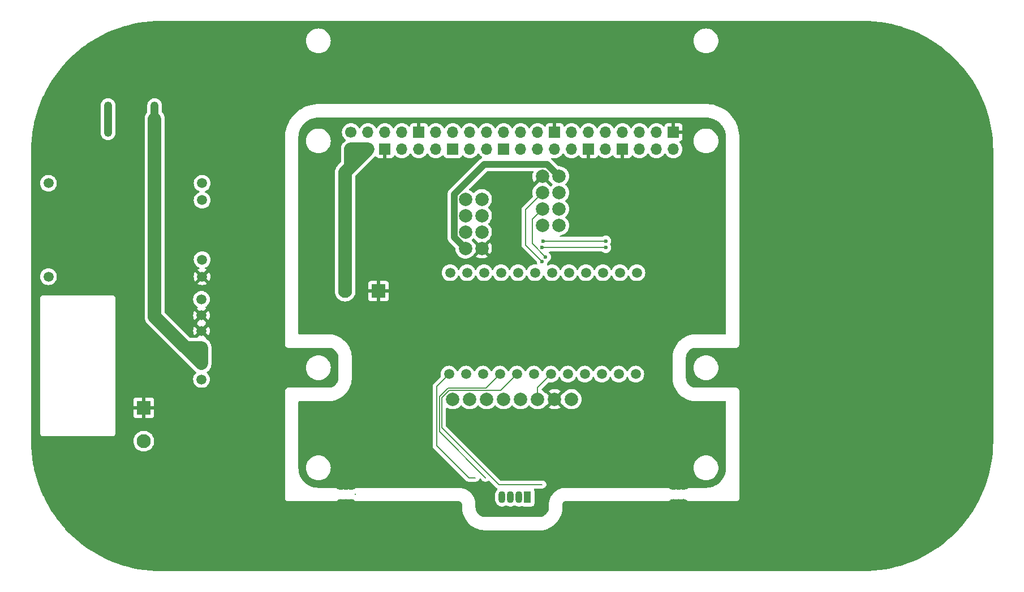
<source format=gbr>
%TF.GenerationSoftware,KiCad,Pcbnew,8.0.3*%
%TF.CreationDate,2024-06-25T13:40:25-04:00*%
%TF.ProjectId,StringsVR-SheepyHat,53747269-6e67-4735-9652-2d5368656570,rev?*%
%TF.SameCoordinates,Original*%
%TF.FileFunction,Copper,L2,Bot*%
%TF.FilePolarity,Positive*%
%FSLAX46Y46*%
G04 Gerber Fmt 4.6, Leading zero omitted, Abs format (unit mm)*
G04 Created by KiCad (PCBNEW 8.0.3) date 2024-06-25 13:40:25*
%MOMM*%
%LPD*%
G01*
G04 APERTURE LIST*
%TA.AperFunction,ComponentPad*%
%ADD10O,1.200000X5.300000*%
%TD*%
%TA.AperFunction,ComponentPad*%
%ADD11C,1.500000*%
%TD*%
%TA.AperFunction,ComponentPad*%
%ADD12C,2.000000*%
%TD*%
%TA.AperFunction,ComponentPad*%
%ADD13R,2.100000X2.100000*%
%TD*%
%TA.AperFunction,ComponentPad*%
%ADD14C,2.100000*%
%TD*%
%TA.AperFunction,ComponentPad*%
%ADD15R,1.070000X1.800000*%
%TD*%
%TA.AperFunction,ComponentPad*%
%ADD16O,1.070000X1.800000*%
%TD*%
%TA.AperFunction,ComponentPad*%
%ADD17C,1.700000*%
%TD*%
%TA.AperFunction,ComponentPad*%
%ADD18O,1.700000X1.700000*%
%TD*%
%TA.AperFunction,ComponentPad*%
%ADD19R,1.700000X1.700000*%
%TD*%
%TA.AperFunction,ViaPad*%
%ADD20C,0.200000*%
%TD*%
%TA.AperFunction,ViaPad*%
%ADD21C,0.600000*%
%TD*%
%TA.AperFunction,Conductor*%
%ADD22C,0.200000*%
%TD*%
%TA.AperFunction,Conductor*%
%ADD23C,1.000000*%
%TD*%
%TA.AperFunction,Conductor*%
%ADD24C,2.000000*%
%TD*%
G04 APERTURE END LIST*
D10*
%TO.P,SW2,1,1*%
%TO.N,Net-(U4-OUT+)*%
X78055000Y-71285000D03*
%TO.P,SW2,2,2*%
%TO.N,Net-(SW2-Pad2)*%
X85040000Y-71285000D03*
%TD*%
D11*
%TO.P,U2,1,TX0*%
%TO.N,unconnected-(U2-TX0-Pad1)*%
X157040000Y-109485000D03*
%TO.P,U2,2,RX1*%
%TO.N,unconnected-(U2-RX1-Pad2)*%
X154500000Y-109485000D03*
%TO.P,U2,3,GND*%
%TO.N,unconnected-(U2-GND-Pad3)*%
X151960000Y-109485000D03*
%TO.P,U2,4,GND*%
%TO.N,unconnected-(U2-GND-Pad4)*%
X149420000Y-109485000D03*
%TO.P,U2,5,SDA*%
%TO.N,SDA*%
X146880000Y-109485000D03*
%TO.P,U2,6,SCL*%
%TO.N,SCL*%
X144340000Y-109485000D03*
%TO.P,U2,7,Analog*%
%TO.N,unconnected-(U2-Analog-Pad7)*%
X141800000Y-109485000D03*
%TO.P,U2,8,Analog*%
%TO.N,LED_R*%
X139260000Y-109485000D03*
%TO.P,U2,9,Analog*%
%TO.N,LED_G*%
X136720000Y-109485000D03*
%TO.P,U2,10,Analog*%
%TO.N,unconnected-(U2-Analog-Pad10)*%
X134180000Y-109485000D03*
%TO.P,U2,11,Analog*%
%TO.N,unconnected-(U2-Analog-Pad11)*%
X131640000Y-109485000D03*
%TO.P,U2,12,Analog*%
%TO.N,LED_B*%
X129100000Y-109485000D03*
%TO.P,U2,13,RAW*%
%TO.N,unconnected-(U2-RAW-Pad13)*%
X129260000Y-94285000D03*
%TO.P,U2,14,GND*%
%TO.N,unconnected-(U2-GND-Pad14)*%
X131800000Y-94285000D03*
%TO.P,U2,15,RST*%
%TO.N,unconnected-(U2-RST-Pad15)*%
X134340000Y-94285000D03*
%TO.P,U2,16,VCC*%
%TO.N,+3.3V*%
X136880000Y-94285000D03*
%TO.P,U2,17,Analog*%
%TO.N,unconnected-(U2-Analog-Pad17)*%
X139420000Y-94285000D03*
%TO.P,U2,18,Analog*%
%TO.N,unconnected-(U2-Analog-Pad18)*%
X141960000Y-94285000D03*
%TO.P,U2,19,Analog*%
%TO.N,unconnected-(U2-Analog-Pad19)*%
X144500000Y-94285000D03*
%TO.P,U2,20,Analog*%
%TO.N,CE*%
X147040000Y-94285000D03*
%TO.P,U2,21,SCLK*%
%TO.N,SCK*%
X149580000Y-94285000D03*
%TO.P,U2,22,MISO*%
%TO.N,MISO*%
X152120000Y-94285000D03*
%TO.P,U2,23,MOSI*%
%TO.N,MOSI*%
X154660000Y-94285000D03*
%TO.P,U2,24,Analog*%
%TO.N,CSN*%
X157200000Y-94285000D03*
%TD*%
D12*
%TO.P,J1,1,Pin_1*%
%TO.N,+3.3V*%
X147428857Y-113253425D03*
%TO.P,J1,2,Pin_2*%
%TO.N,GND*%
X144888857Y-113253425D03*
%TO.P,J1,3,Pin_3*%
%TO.N,SCL*%
X142348857Y-113253425D03*
%TO.P,J1,4,Pin_4*%
%TO.N,SDA*%
X139808857Y-113253425D03*
%TO.P,J1,5,Pin_5*%
%TO.N,unconnected-(J1-Pin_5-Pad5)*%
X137268857Y-113253425D03*
%TO.P,J1,6,Pin_6*%
%TO.N,unconnected-(J1-Pin_6-Pad6)*%
X134728857Y-113253425D03*
%TO.P,J1,7,Pin_7*%
%TO.N,unconnected-(J1-Pin_7-Pad7)*%
X132188857Y-113253425D03*
%TO.P,J1,8,Pin_8*%
%TO.N,unconnected-(J1-Pin_8-Pad8)*%
X129648857Y-113253425D03*
%TD*%
D13*
%TO.P,J3,1,Pin_1*%
%TO.N,GND*%
X118540000Y-97035000D03*
D14*
%TO.P,J3,2,Pin_2*%
%TO.N,5V regulated*%
X113540000Y-97035000D03*
%TD*%
D13*
%TO.P,J4,1,Pin_1*%
%TO.N,GND*%
X83402500Y-114535000D03*
D14*
%TO.P,J4,2,Pin_2*%
%TO.N,5V regulated*%
X83402500Y-119535000D03*
%TD*%
D12*
%TO.P,U1,1,GND*%
%TO.N,GND*%
X143080000Y-79845000D03*
%TO.P,U1,2,CE*%
%TO.N,CE*%
X143080000Y-82305000D03*
%TO.P,U1,3,SCK*%
%TO.N,SCK*%
X143080000Y-84765000D03*
%TO.P,U1,4,MISO*%
%TO.N,MISO*%
X143080000Y-87225000D03*
%TO.P,U1,5,VCC*%
%TO.N,+3.3V*%
X145540000Y-79825000D03*
%TO.P,U1,6,CSN*%
%TO.N,CSN*%
X145540000Y-82285000D03*
%TO.P,U1,7,MOSI*%
%TO.N,MOSI*%
X145540000Y-84745000D03*
%TO.P,U1,8,IRQ*%
%TO.N,unconnected-(U1-IRQ-Pad8)*%
X145540000Y-87205000D03*
%TD*%
D15*
%TO.P,D1,1,RK*%
%TO.N,Net-(D1-RK)*%
X140828070Y-127925458D03*
D16*
%TO.P,D1,2,A*%
%TO.N,+3.3V*%
X139558070Y-127925458D03*
%TO.P,D1,3,BK*%
%TO.N,Net-(D1-BK)*%
X138288070Y-127925458D03*
%TO.P,D1,4,GK*%
%TO.N,Net-(D1-GK)*%
X137018070Y-127925458D03*
%TD*%
D12*
%TO.P,U3,1,GND*%
%TO.N,GND*%
X134000000Y-90645000D03*
%TO.P,U3,2,CE*%
%TO.N,CE*%
X134000000Y-88185000D03*
%TO.P,U3,3,SCK*%
%TO.N,SCK*%
X134000000Y-85725000D03*
%TO.P,U3,4,MISO*%
%TO.N,MISO*%
X134000000Y-83265000D03*
%TO.P,U3,5,VCC*%
%TO.N,+3.3V*%
X131540000Y-90665000D03*
%TO.P,U3,6,CSN*%
%TO.N,CSN*%
X131540000Y-88205000D03*
%TO.P,U3,7,MOSI*%
%TO.N,MOSI*%
X131540000Y-85745000D03*
%TO.P,U3,8,IRQ*%
%TO.N,unconnected-(U3-IRQ-Pad8)*%
X131540000Y-83285000D03*
%TD*%
D11*
%TO.P,U4,1,+*%
%TO.N,unconnected-(U4-+-Pad1)*%
X69140000Y-80885000D03*
%TO.P,U4,2,-*%
%TO.N,unconnected-(U4---Pad2)*%
X69140000Y-94885000D03*
%TO.P,U4,3,OUT+*%
%TO.N,Net-(U4-OUT+)*%
X92140000Y-80885000D03*
%TO.P,U4,4,B+*%
%TO.N,/B+*%
X92140000Y-83425000D03*
%TO.P,U4,5,B-*%
%TO.N,/B-*%
X92140000Y-92345000D03*
%TO.P,U4,6,OUT-*%
%TO.N,GND*%
X92140000Y-94885000D03*
%TD*%
%TO.P,U5,1,EN*%
%TO.N,unconnected-(U5-EN-Pad1)*%
X92040000Y-110285000D03*
%TO.P,U5,2,VIN*%
%TO.N,Net-(SW2-Pad2)*%
X92040000Y-107885000D03*
%TO.P,U5,3,VIN*%
X92040000Y-105555000D03*
%TO.P,U5,4,GND*%
%TO.N,GND*%
X92040000Y-103015000D03*
%TO.P,U5,5,GND*%
X92040000Y-100685000D03*
%TO.P,U5,6,VOUT*%
%TO.N,5V regulated*%
X92040000Y-98285000D03*
%TD*%
D17*
%TO.P,J2,1,Pin_1*%
%TO.N,unconnected-(J2-Pin_1-Pad1)*%
X114420000Y-73245000D03*
D18*
%TO.P,J2,2,Pin_2*%
%TO.N,5V regulated*%
X114420000Y-75785000D03*
%TO.P,J2,3,Pin_3*%
%TO.N,unconnected-(J2-Pin_3-Pad3)*%
X116960000Y-73245000D03*
%TO.P,J2,4,Pin_4*%
%TO.N,5V regulated*%
X116960000Y-75785000D03*
%TO.P,J2,5,Pin_5*%
%TO.N,unconnected-(J2-Pin_5-Pad5)*%
X119500000Y-73245000D03*
D19*
%TO.P,J2,6,Pin_6*%
%TO.N,GND*%
X119500000Y-75785000D03*
D18*
%TO.P,J2,7,Pin_7*%
%TO.N,unconnected-(J2-Pin_7-Pad7)*%
X122040000Y-73245000D03*
%TO.P,J2,8,Pin_8*%
%TO.N,unconnected-(J2-Pin_8-Pad8)*%
X122040000Y-75785000D03*
D19*
%TO.P,J2,9,Pin_9*%
%TO.N,GND*%
X124580000Y-73245000D03*
D18*
%TO.P,J2,10,Pin_10*%
%TO.N,unconnected-(J2-Pin_10-Pad10)*%
X124580000Y-75785000D03*
%TO.P,J2,11,Pin_11*%
%TO.N,unconnected-(J2-Pin_11-Pad11)*%
X127120000Y-73245000D03*
%TO.P,J2,12,Pin_12*%
%TO.N,unconnected-(J2-Pin_12-Pad12)*%
X127120000Y-75785000D03*
%TO.P,J2,13,Pin_13*%
%TO.N,unconnected-(J2-Pin_13-Pad13)*%
X129660000Y-73245000D03*
D19*
%TO.P,J2,14,Pin_14*%
%TO.N,unconnected-(J2-Pin_14-Pad14)*%
X129660000Y-75785000D03*
D18*
%TO.P,J2,15,Pin_15*%
%TO.N,unconnected-(J2-Pin_15-Pad15)*%
X132200000Y-73245000D03*
%TO.P,J2,16,Pin_16*%
%TO.N,unconnected-(J2-Pin_16-Pad16)*%
X132200000Y-75785000D03*
%TO.P,J2,17,Pin_17*%
%TO.N,+3.3V*%
X134740000Y-73245000D03*
%TO.P,J2,18,Pin_18*%
%TO.N,unconnected-(J2-Pin_18-Pad18)*%
X134740000Y-75785000D03*
%TO.P,J2,19,Pin_19*%
%TO.N,unconnected-(J2-Pin_19-Pad19)*%
X137280000Y-73245000D03*
D19*
%TO.P,J2,20,Pin_20*%
%TO.N,unconnected-(J2-Pin_20-Pad20)*%
X137280000Y-75785000D03*
D18*
%TO.P,J2,21,Pin_21*%
%TO.N,unconnected-(J2-Pin_21-Pad21)*%
X139820000Y-73245000D03*
%TO.P,J2,22,Pin_22*%
%TO.N,unconnected-(J2-Pin_22-Pad22)*%
X139820000Y-75785000D03*
%TO.P,J2,23,Pin_23*%
%TO.N,unconnected-(J2-Pin_23-Pad23)*%
X142360000Y-73245000D03*
%TO.P,J2,24,Pin_24*%
%TO.N,unconnected-(J2-Pin_24-Pad24)*%
X142360000Y-75785000D03*
D19*
%TO.P,J2,25,Pin_25*%
%TO.N,GND*%
X144900000Y-73245000D03*
D18*
%TO.P,J2,26,Pin_26*%
%TO.N,unconnected-(J2-Pin_26-Pad26)*%
X144900000Y-75785000D03*
%TO.P,J2,27,Pin_27*%
%TO.N,unconnected-(J2-Pin_27-Pad27)*%
X147440000Y-73245000D03*
%TO.P,J2,28,Pin_28*%
%TO.N,unconnected-(J2-Pin_28-Pad28)*%
X147440000Y-75785000D03*
%TO.P,J2,29,Pin_29*%
%TO.N,unconnected-(J2-Pin_29-Pad29)*%
X149980000Y-73245000D03*
D19*
%TO.P,J2,30,Pin_30*%
%TO.N,GND*%
X149980000Y-75785000D03*
D18*
%TO.P,J2,31,Pin_31*%
%TO.N,unconnected-(J2-Pin_31-Pad31)*%
X152520000Y-73245000D03*
%TO.P,J2,32,Pin_32*%
%TO.N,unconnected-(J2-Pin_32-Pad32)*%
X152520000Y-75785000D03*
%TO.P,J2,33,Pin_33*%
%TO.N,unconnected-(J2-Pin_33-Pad33)*%
X155060000Y-73245000D03*
D19*
%TO.P,J2,34,Pin_34*%
%TO.N,GND*%
X155060000Y-75785000D03*
D18*
%TO.P,J2,35,Pin_35*%
%TO.N,unconnected-(J2-Pin_35-Pad35)*%
X157600000Y-73245000D03*
%TO.P,J2,36,Pin_36*%
%TO.N,unconnected-(J2-Pin_36-Pad36)*%
X157600000Y-75785000D03*
%TO.P,J2,37,Pin_37*%
%TO.N,unconnected-(J2-Pin_37-Pad37)*%
X160140000Y-73245000D03*
%TO.P,J2,38,Pin_38*%
%TO.N,unconnected-(J2-Pin_38-Pad38)*%
X160140000Y-75785000D03*
D19*
%TO.P,J2,39,Pin_39*%
%TO.N,GND*%
X162680000Y-73245000D03*
D18*
%TO.P,J2,40,Pin_40*%
%TO.N,unconnected-(J2-Pin_40-Pad40)*%
X162680000Y-75785000D03*
%TD*%
D20*
%TO.N,*%
X115040000Y-127535000D03*
D21*
%TO.N,MOSI*%
X143040000Y-90535000D03*
X152540000Y-90535000D03*
%TO.N,SCK*%
X143540000Y-91935000D03*
%TO.N,CE*%
X143040000Y-92635000D03*
%TO.N,CSN*%
X152540000Y-89535000D03*
X143138527Y-89535000D03*
%TD*%
D22*
%TO.N,LED_B*%
X132040000Y-125035000D02*
X133040000Y-125035000D01*
X127240000Y-120235000D02*
X132040000Y-125035000D01*
X129100000Y-109485000D02*
X127240000Y-111345000D01*
X127240000Y-111345000D02*
X127240000Y-120235000D01*
%TO.N,LED_G*%
X127640000Y-118135000D02*
X134540000Y-125035000D01*
X128944693Y-111553425D02*
X127640000Y-112858118D01*
X127640000Y-112858118D02*
X127640000Y-118135000D01*
X134651575Y-111553425D02*
X128944693Y-111553425D01*
X136720000Y-109485000D02*
X134651575Y-111553425D01*
D23*
%TO.N,+3.3V*%
X129840000Y-88965000D02*
X131540000Y-90665000D01*
X134385836Y-78035000D02*
X129840000Y-82580836D01*
X143750000Y-78035000D02*
X134385836Y-78035000D01*
X145540000Y-79825000D02*
X143750000Y-78035000D01*
X129840000Y-82580836D02*
X129840000Y-88965000D01*
D22*
%TO.N,LED_R*%
X136540000Y-126035000D02*
X143040000Y-126035000D01*
X129110379Y-111953425D02*
X128040000Y-113023804D01*
X128040000Y-117535000D02*
X136540000Y-126035000D01*
X139260000Y-109485000D02*
X136791575Y-111953425D01*
X136791575Y-111953425D02*
X129110379Y-111953425D01*
X128040000Y-113023804D02*
X128040000Y-117535000D01*
D24*
%TO.N,5V regulated*%
X114420000Y-75785000D02*
X116960000Y-75785000D01*
X113540000Y-79205000D02*
X114540000Y-78205000D01*
X113540000Y-96785000D02*
X113540000Y-79205000D01*
X116960000Y-75785000D02*
X114540000Y-78205000D01*
X114540000Y-78205000D02*
X114420000Y-78085000D01*
X114420000Y-78085000D02*
X114420000Y-75785000D01*
D22*
%TO.N,MOSI*%
X143040000Y-90535000D02*
X152540000Y-90535000D01*
%TO.N,SCK*%
X141540000Y-86305000D02*
X143080000Y-84765000D01*
X141540000Y-89935000D02*
X141540000Y-86305000D01*
X143540000Y-91935000D02*
X141540000Y-89935000D01*
%TO.N,CE*%
X143040000Y-92635000D02*
X140540000Y-90135000D01*
X140540000Y-84845000D02*
X143080000Y-82305000D01*
X140540000Y-90135000D02*
X140540000Y-84845000D01*
%TO.N,SCL*%
X142348857Y-111476143D02*
X142348857Y-113253425D01*
X144340000Y-109485000D02*
X142348857Y-111476143D01*
%TO.N,CSN*%
X143138527Y-89535000D02*
X152540000Y-89535000D01*
D24*
%TO.N,Net-(SW2-Pad2)*%
X85040000Y-100885000D02*
X89710000Y-105555000D01*
X85040000Y-71285000D02*
X85040000Y-100885000D01*
X92040000Y-107885000D02*
X89710000Y-105555000D01*
X89710000Y-105555000D02*
X92040000Y-105555000D01*
X92040000Y-107885000D02*
X92040000Y-105555000D01*
%TD*%
%TA.AperFunction,Conductor*%
%TO.N,GND*%
G36*
X132817700Y-89139550D02*
G01*
X132870433Y-89173439D01*
X132980256Y-89292738D01*
X133048285Y-89345687D01*
X133079003Y-89369596D01*
X133088893Y-89383339D01*
X133090393Y-89381840D01*
X133870590Y-90162037D01*
X133807007Y-90179075D01*
X133692993Y-90244901D01*
X133599901Y-90337993D01*
X133534075Y-90452007D01*
X133517037Y-90515589D01*
X132759955Y-89758507D01*
X132754872Y-89757570D01*
X132719576Y-89730886D01*
X132559744Y-89557262D01*
X132528381Y-89532851D01*
X132487570Y-89476143D01*
X132483895Y-89406370D01*
X132518526Y-89345687D01*
X132528370Y-89337157D01*
X132559744Y-89312738D01*
X132687978Y-89173437D01*
X132747862Y-89137450D01*
X132817700Y-89139550D01*
G37*
%TD.AperFunction*%
%TA.AperFunction,Conductor*%
G36*
X144320038Y-80731486D02*
G01*
X144325114Y-80732422D01*
X144360424Y-80759114D01*
X144520256Y-80932738D01*
X144536810Y-80945622D01*
X144551616Y-80957147D01*
X144592429Y-81013858D01*
X144596102Y-81083631D01*
X144561470Y-81144314D01*
X144551616Y-81152853D01*
X144520258Y-81177260D01*
X144520256Y-81177261D01*
X144520256Y-81177262D01*
X144501847Y-81197260D01*
X144392024Y-81316559D01*
X144332136Y-81352550D01*
X144262298Y-81350449D01*
X144209565Y-81316559D01*
X144099744Y-81197262D01*
X144042689Y-81152854D01*
X144000995Y-81120402D01*
X143991105Y-81106659D01*
X143989606Y-81108159D01*
X143209409Y-80327962D01*
X143272993Y-80310925D01*
X143387007Y-80245099D01*
X143480099Y-80152007D01*
X143545925Y-80037993D01*
X143562962Y-79974410D01*
X144320038Y-80731486D01*
G37*
%TD.AperFunction*%
%TA.AperFunction,Conductor*%
G36*
X167847050Y-71026466D02*
G01*
X167859955Y-71027823D01*
X168157208Y-71074902D01*
X168169903Y-71077600D01*
X168253606Y-71100028D01*
X168460629Y-71155499D01*
X168472963Y-71159507D01*
X168753943Y-71267364D01*
X168765796Y-71272641D01*
X168899884Y-71340962D01*
X169033971Y-71409283D01*
X169045199Y-71415765D01*
X169297640Y-71579701D01*
X169308108Y-71587307D01*
X169397460Y-71659662D01*
X169542020Y-71776724D01*
X169551665Y-71785409D01*
X169764476Y-71998219D01*
X169773161Y-72007864D01*
X169962569Y-72241760D01*
X169970197Y-72252259D01*
X170102559Y-72456077D01*
X170134121Y-72504677D01*
X170140604Y-72515906D01*
X170224100Y-72679773D01*
X170277245Y-72784075D01*
X170282524Y-72795932D01*
X170390383Y-73076911D01*
X170394394Y-73089254D01*
X170472294Y-73379971D01*
X170474992Y-73392667D01*
X170522075Y-73689922D01*
X170523432Y-73702830D01*
X170539330Y-74006137D01*
X170539500Y-74012628D01*
X170539500Y-103410500D01*
X170519815Y-103477539D01*
X170467011Y-103523294D01*
X170415500Y-103534500D01*
X166105892Y-103534500D01*
X166040000Y-103534500D01*
X165868031Y-103534500D01*
X165789966Y-103542188D01*
X165525750Y-103568210D01*
X165188427Y-103635308D01*
X164859293Y-103735150D01*
X164541535Y-103866770D01*
X164541530Y-103866772D01*
X164238224Y-104028893D01*
X164238206Y-104028904D01*
X163952248Y-104219975D01*
X163952234Y-104219985D01*
X163686367Y-104438176D01*
X163443176Y-104681367D01*
X163224985Y-104947234D01*
X163224975Y-104947248D01*
X163033904Y-105233206D01*
X163033893Y-105233224D01*
X162871772Y-105536530D01*
X162871770Y-105536535D01*
X162740150Y-105854293D01*
X162640308Y-106183427D01*
X162573210Y-106520750D01*
X162550147Y-106754923D01*
X162539500Y-106863031D01*
X162539500Y-106969108D01*
X162539500Y-109969108D01*
X162539500Y-110035000D01*
X162539500Y-110206969D01*
X162547863Y-110291877D01*
X162573210Y-110549249D01*
X162640308Y-110886572D01*
X162740150Y-111215706D01*
X162815280Y-111397086D01*
X162866692Y-111521206D01*
X162871770Y-111533464D01*
X162871772Y-111533469D01*
X163033893Y-111836775D01*
X163033904Y-111836793D01*
X163224975Y-112122751D01*
X163224985Y-112122765D01*
X163443176Y-112388632D01*
X163686367Y-112631823D01*
X163686372Y-112631827D01*
X163686373Y-112631828D01*
X163952240Y-112850019D01*
X164238213Y-113041100D01*
X164238222Y-113041105D01*
X164238224Y-113041106D01*
X164541530Y-113203227D01*
X164541532Y-113203227D01*
X164541538Y-113203231D01*
X164859295Y-113334850D01*
X165188422Y-113434690D01*
X165525750Y-113501789D01*
X165868031Y-113535500D01*
X165974108Y-113535500D01*
X170415500Y-113535500D01*
X170482539Y-113555185D01*
X170528294Y-113607989D01*
X170539500Y-113659500D01*
X170539500Y-123531753D01*
X170539330Y-123538242D01*
X170523409Y-123842043D01*
X170522052Y-123854952D01*
X170474971Y-124152205D01*
X170472273Y-124164901D01*
X170394374Y-124455623D01*
X170390363Y-124467966D01*
X170282510Y-124748934D01*
X170277231Y-124760792D01*
X170140591Y-125028964D01*
X170134101Y-125040204D01*
X169970188Y-125292607D01*
X169962559Y-125303108D01*
X169773149Y-125537010D01*
X169764464Y-125546655D01*
X169551651Y-125759469D01*
X169542005Y-125768154D01*
X169308114Y-125957554D01*
X169297614Y-125965183D01*
X169045203Y-126129101D01*
X169033963Y-126135591D01*
X168765793Y-126272231D01*
X168753935Y-126277510D01*
X168472967Y-126385363D01*
X168460624Y-126389374D01*
X168169902Y-126467273D01*
X168157205Y-126469971D01*
X167859953Y-126517050D01*
X167847046Y-126518407D01*
X167543244Y-126534330D01*
X167536754Y-126534500D01*
X164974108Y-126534500D01*
X164846812Y-126568608D01*
X164732686Y-126634500D01*
X164639494Y-126727691D01*
X164636770Y-126731242D01*
X164580341Y-126772442D01*
X164546842Y-126778279D01*
X164546920Y-126778971D01*
X164371943Y-126798685D01*
X164256941Y-126838927D01*
X164212310Y-126854544D01*
X164212309Y-126854544D01*
X164205955Y-126856768D01*
X164136176Y-126860329D01*
X164124045Y-126856768D01*
X164117690Y-126854544D01*
X164073045Y-126838922D01*
X163958056Y-126798685D01*
X163790003Y-126779751D01*
X163789997Y-126779751D01*
X163621943Y-126798685D01*
X163506941Y-126838927D01*
X163462310Y-126854544D01*
X163462309Y-126854544D01*
X163455955Y-126856768D01*
X163386176Y-126860329D01*
X163374045Y-126856768D01*
X163367690Y-126854544D01*
X163323045Y-126838922D01*
X163208056Y-126798685D01*
X163040003Y-126779751D01*
X163039997Y-126779751D01*
X162871943Y-126798685D01*
X162756941Y-126838927D01*
X162712310Y-126854544D01*
X162712309Y-126854544D01*
X162705955Y-126856768D01*
X162636176Y-126860329D01*
X162624045Y-126856768D01*
X162617690Y-126854544D01*
X162573045Y-126838922D01*
X162458056Y-126798685D01*
X162283080Y-126778971D01*
X162283267Y-126777304D01*
X162224562Y-126760066D01*
X162193228Y-126731240D01*
X162190503Y-126727689D01*
X162097316Y-126634502D01*
X162097314Y-126634500D01*
X162022185Y-126591124D01*
X161983187Y-126568608D01*
X161919539Y-126551554D01*
X161855892Y-126534500D01*
X146605892Y-126534500D01*
X146540000Y-126534500D01*
X146388748Y-126534500D01*
X146388746Y-126534500D01*
X146238598Y-126552731D01*
X146088449Y-126570963D01*
X145992647Y-126594576D01*
X145794727Y-126643358D01*
X145511882Y-126750628D01*
X145244035Y-126891206D01*
X145244026Y-126891212D01*
X144995078Y-127063047D01*
X144995072Y-127063052D01*
X144768648Y-127263646D01*
X144768646Y-127263648D01*
X144568052Y-127490072D01*
X144568047Y-127490078D01*
X144396212Y-127739026D01*
X144396206Y-127739035D01*
X144255628Y-128006882D01*
X144148358Y-128289727D01*
X144127150Y-128375774D01*
X144075963Y-128583449D01*
X144069347Y-128637937D01*
X144049356Y-128802568D01*
X144046036Y-128819709D01*
X144039501Y-128844101D01*
X144039500Y-128844110D01*
X144039500Y-129405572D01*
X144039184Y-129414419D01*
X144024869Y-129614557D01*
X144022351Y-129632068D01*
X143980646Y-129823787D01*
X143975662Y-129840763D01*
X143907090Y-130024609D01*
X143899740Y-130040701D01*
X143805711Y-130212904D01*
X143796146Y-130227789D01*
X143678558Y-130384867D01*
X143666972Y-130398237D01*
X143528237Y-130536972D01*
X143514867Y-130548558D01*
X143357789Y-130666146D01*
X143342904Y-130675711D01*
X143170701Y-130769740D01*
X143154609Y-130777090D01*
X142970763Y-130845662D01*
X142953787Y-130850646D01*
X142762068Y-130892351D01*
X142744557Y-130894869D01*
X142563779Y-130907799D01*
X142544417Y-130909184D01*
X142535572Y-130909500D01*
X134544428Y-130909500D01*
X134535582Y-130909184D01*
X134513622Y-130907613D01*
X134335442Y-130894869D01*
X134317931Y-130892351D01*
X134126212Y-130850646D01*
X134109236Y-130845662D01*
X133925390Y-130777090D01*
X133909298Y-130769740D01*
X133737095Y-130675711D01*
X133722210Y-130666146D01*
X133706213Y-130654171D01*
X133565132Y-130548558D01*
X133551762Y-130536972D01*
X133413027Y-130398237D01*
X133401441Y-130384867D01*
X133283849Y-130227784D01*
X133274288Y-130212904D01*
X133180259Y-130040701D01*
X133172909Y-130024609D01*
X133167371Y-130009761D01*
X133104334Y-129840755D01*
X133099355Y-129823797D01*
X133057647Y-129632063D01*
X133055130Y-129614556D01*
X133052799Y-129581969D01*
X133040816Y-129414418D01*
X133040500Y-129405572D01*
X133040500Y-128883745D01*
X133028017Y-128780944D01*
X133004037Y-128583449D01*
X132931643Y-128289734D01*
X132931642Y-128289731D01*
X132931641Y-128289727D01*
X132824371Y-128006882D01*
X132683793Y-127739035D01*
X132683787Y-127739026D01*
X132511952Y-127490078D01*
X132511947Y-127490072D01*
X132311353Y-127263648D01*
X132311351Y-127263646D01*
X132084927Y-127063052D01*
X132084921Y-127063047D01*
X131835973Y-126891212D01*
X131835964Y-126891206D01*
X131568117Y-126750628D01*
X131285272Y-126643358D01*
X131169820Y-126614902D01*
X130991551Y-126570963D01*
X130811371Y-126549085D01*
X130691254Y-126534500D01*
X130691252Y-126534500D01*
X130605892Y-126534500D01*
X115355892Y-126534500D01*
X115224108Y-126534500D01*
X115096812Y-126568608D01*
X114982686Y-126634500D01*
X114889494Y-126727691D01*
X114886770Y-126731242D01*
X114830341Y-126772442D01*
X114796842Y-126778279D01*
X114796920Y-126778971D01*
X114621943Y-126798685D01*
X114506941Y-126838927D01*
X114462310Y-126854544D01*
X114462309Y-126854544D01*
X114455955Y-126856768D01*
X114386176Y-126860329D01*
X114374045Y-126856768D01*
X114367690Y-126854544D01*
X114323045Y-126838922D01*
X114208056Y-126798685D01*
X114040003Y-126779751D01*
X114039997Y-126779751D01*
X113871943Y-126798685D01*
X113756941Y-126838927D01*
X113712310Y-126854544D01*
X113712309Y-126854544D01*
X113705955Y-126856768D01*
X113636176Y-126860329D01*
X113624045Y-126856768D01*
X113617690Y-126854544D01*
X113573045Y-126838922D01*
X113458056Y-126798685D01*
X113290003Y-126779751D01*
X113289997Y-126779751D01*
X113121943Y-126798685D01*
X113006941Y-126838927D01*
X112962310Y-126854544D01*
X112962309Y-126854544D01*
X112955955Y-126856768D01*
X112886176Y-126860329D01*
X112874045Y-126856768D01*
X112867690Y-126854544D01*
X112823045Y-126838922D01*
X112708056Y-126798685D01*
X112533080Y-126778971D01*
X112533267Y-126777304D01*
X112474562Y-126760066D01*
X112443228Y-126731240D01*
X112440503Y-126727689D01*
X112347316Y-126634502D01*
X112347314Y-126634500D01*
X112272185Y-126591124D01*
X112233187Y-126568608D01*
X112169539Y-126551554D01*
X112105892Y-126534500D01*
X112105890Y-126534499D01*
X112105889Y-126534499D01*
X109605893Y-126534499D01*
X109543246Y-126534499D01*
X109536757Y-126534329D01*
X109232956Y-126518408D01*
X109220047Y-126517051D01*
X108922794Y-126469970D01*
X108910098Y-126467272D01*
X108619376Y-126389373D01*
X108607033Y-126385362D01*
X108326065Y-126277509D01*
X108314207Y-126272230D01*
X108175703Y-126201659D01*
X108046030Y-126135587D01*
X108034811Y-126129110D01*
X107782385Y-125965182D01*
X107771891Y-125957558D01*
X107537990Y-125768148D01*
X107528345Y-125759463D01*
X107315536Y-125546655D01*
X107306851Y-125537010D01*
X107117442Y-125303109D01*
X107109820Y-125292619D01*
X106945886Y-125040183D01*
X106939416Y-125028976D01*
X106802768Y-124760790D01*
X106797490Y-124748934D01*
X106689637Y-124467966D01*
X106685626Y-124455623D01*
X106679966Y-124434500D01*
X106607725Y-124164896D01*
X106605029Y-124152205D01*
X106557950Y-123854953D01*
X106556593Y-123842046D01*
X106540671Y-123538243D01*
X106540586Y-123534998D01*
X107684773Y-123534998D01*
X107684773Y-123535001D01*
X107703657Y-123799027D01*
X107703658Y-123799034D01*
X107759921Y-124057673D01*
X107852426Y-124305690D01*
X107852428Y-124305694D01*
X107979280Y-124538005D01*
X107979285Y-124538013D01*
X108137906Y-124749907D01*
X108137922Y-124749925D01*
X108325074Y-124937077D01*
X108325092Y-124937093D01*
X108536986Y-125095714D01*
X108536994Y-125095719D01*
X108769305Y-125222571D01*
X108769309Y-125222573D01*
X108769311Y-125222574D01*
X109017322Y-125315077D01*
X109017325Y-125315077D01*
X109017326Y-125315078D01*
X109212552Y-125357546D01*
X109275974Y-125371343D01*
X109519660Y-125388772D01*
X109539999Y-125390227D01*
X109540000Y-125390227D01*
X109540001Y-125390227D01*
X109558885Y-125388876D01*
X109804026Y-125371343D01*
X110062678Y-125315077D01*
X110310689Y-125222574D01*
X110543011Y-125095716D01*
X110754915Y-124937087D01*
X110942087Y-124749915D01*
X111100716Y-124538011D01*
X111227574Y-124305689D01*
X111320077Y-124057678D01*
X111376343Y-123799026D01*
X111395227Y-123535000D01*
X111376343Y-123270974D01*
X111356159Y-123178189D01*
X111320078Y-123012326D01*
X111287029Y-122923718D01*
X111227574Y-122764311D01*
X111205762Y-122724366D01*
X111100719Y-122531994D01*
X111100714Y-122531986D01*
X110942093Y-122320092D01*
X110942077Y-122320074D01*
X110754925Y-122132922D01*
X110754907Y-122132906D01*
X110543013Y-121974285D01*
X110543005Y-121974280D01*
X110310694Y-121847428D01*
X110310690Y-121847426D01*
X110062673Y-121754921D01*
X109804034Y-121698658D01*
X109804027Y-121698657D01*
X109540001Y-121679773D01*
X109539999Y-121679773D01*
X109275972Y-121698657D01*
X109275965Y-121698658D01*
X109017326Y-121754921D01*
X108769309Y-121847426D01*
X108769305Y-121847428D01*
X108536994Y-121974280D01*
X108536986Y-121974285D01*
X108325092Y-122132906D01*
X108325074Y-122132922D01*
X108137922Y-122320074D01*
X108137906Y-122320092D01*
X107979285Y-122531986D01*
X107979280Y-122531994D01*
X107852428Y-122764305D01*
X107852426Y-122764309D01*
X107759921Y-123012326D01*
X107703658Y-123270965D01*
X107703657Y-123270972D01*
X107684773Y-123534998D01*
X106540586Y-123534998D01*
X106540501Y-123531753D01*
X106540501Y-123461513D01*
X106540500Y-123461495D01*
X106540500Y-120314054D01*
X126639498Y-120314054D01*
X126680423Y-120466785D01*
X126709358Y-120516900D01*
X126709359Y-120516904D01*
X126709360Y-120516904D01*
X126759479Y-120603714D01*
X126759481Y-120603717D01*
X126878349Y-120722585D01*
X126878355Y-120722590D01*
X131555139Y-125399374D01*
X131555149Y-125399385D01*
X131559479Y-125403715D01*
X131559480Y-125403716D01*
X131671284Y-125515520D01*
X131708507Y-125537010D01*
X131758095Y-125565639D01*
X131758097Y-125565641D01*
X131796151Y-125587611D01*
X131808215Y-125594577D01*
X131960943Y-125635500D01*
X131960945Y-125635500D01*
X133119055Y-125635500D01*
X133119057Y-125635500D01*
X133271784Y-125594577D01*
X133408716Y-125515520D01*
X133520520Y-125403716D01*
X133599577Y-125266784D01*
X133612241Y-125219519D01*
X133648604Y-125159860D01*
X133711450Y-125129330D01*
X133780826Y-125137624D01*
X133819696Y-125163932D01*
X133922545Y-125266781D01*
X134171284Y-125515520D01*
X134171286Y-125515521D01*
X134171290Y-125515524D01*
X134308209Y-125594573D01*
X134308212Y-125594575D01*
X134308216Y-125594577D01*
X134460943Y-125635501D01*
X134460945Y-125635501D01*
X134619056Y-125635501D01*
X134619058Y-125635501D01*
X134771785Y-125594577D01*
X134908716Y-125515520D01*
X134952320Y-125471915D01*
X135013641Y-125438431D01*
X135083332Y-125443415D01*
X135127681Y-125471916D01*
X136055139Y-126399374D01*
X136055149Y-126399385D01*
X136059479Y-126403715D01*
X136059480Y-126403716D01*
X136171284Y-126515520D01*
X136256557Y-126564752D01*
X136302235Y-126591124D01*
X136350450Y-126641691D01*
X136363674Y-126710298D01*
X136337706Y-126775162D01*
X136327917Y-126786192D01*
X136213744Y-126900365D01*
X136100425Y-127069958D01*
X136100418Y-127069971D01*
X136022365Y-127258409D01*
X136022362Y-127258419D01*
X135982570Y-127458467D01*
X135982570Y-127458470D01*
X135982570Y-128392446D01*
X135982570Y-128392448D01*
X135982569Y-128392448D01*
X136022362Y-128592496D01*
X136022365Y-128592506D01*
X136100418Y-128780944D01*
X136100425Y-128780957D01*
X136213744Y-128950550D01*
X136213747Y-128950554D01*
X136357973Y-129094780D01*
X136357977Y-129094783D01*
X136527570Y-129208102D01*
X136527583Y-129208109D01*
X136675204Y-129269255D01*
X136716026Y-129286164D01*
X136716030Y-129286164D01*
X136716031Y-129286165D01*
X136916079Y-129325958D01*
X136916082Y-129325958D01*
X137120060Y-129325958D01*
X137315589Y-129287064D01*
X137320114Y-129286164D01*
X137508563Y-129208106D01*
X137584179Y-129157581D01*
X137650856Y-129136703D01*
X137718236Y-129155187D01*
X137721961Y-129157581D01*
X137797577Y-129208106D01*
X137797579Y-129208107D01*
X137797583Y-129208109D01*
X137945204Y-129269255D01*
X137986026Y-129286164D01*
X137986030Y-129286164D01*
X137986031Y-129286165D01*
X138186079Y-129325958D01*
X138186082Y-129325958D01*
X138390060Y-129325958D01*
X138585589Y-129287064D01*
X138590114Y-129286164D01*
X138778563Y-129208106D01*
X138854179Y-129157581D01*
X138920856Y-129136703D01*
X138988236Y-129155187D01*
X138991961Y-129157581D01*
X139067577Y-129208106D01*
X139067579Y-129208107D01*
X139067583Y-129208109D01*
X139215204Y-129269255D01*
X139256026Y-129286164D01*
X139256030Y-129286164D01*
X139256031Y-129286165D01*
X139456079Y-129325958D01*
X139456082Y-129325958D01*
X139660060Y-129325958D01*
X139855589Y-129287064D01*
X139860114Y-129286164D01*
X139932141Y-129256328D01*
X140001609Y-129248860D01*
X140042137Y-129266502D01*
X140042956Y-129265004D01*
X140050741Y-129269255D01*
X140185587Y-129319549D01*
X140185586Y-129319549D01*
X140192514Y-129320293D01*
X140245197Y-129325958D01*
X141410942Y-129325957D01*
X141470553Y-129319549D01*
X141605401Y-129269254D01*
X141720616Y-129183004D01*
X141806866Y-129067789D01*
X141857161Y-128932941D01*
X141863570Y-128873331D01*
X141863569Y-126977586D01*
X141857161Y-126917975D01*
X141844590Y-126884271D01*
X141814216Y-126802833D01*
X141809232Y-126733141D01*
X141842717Y-126671818D01*
X141904040Y-126638334D01*
X141930398Y-126635500D01*
X143119055Y-126635500D01*
X143119057Y-126635500D01*
X143271784Y-126594577D01*
X143408716Y-126515520D01*
X143520520Y-126403716D01*
X143599577Y-126266784D01*
X143640500Y-126114057D01*
X143640500Y-125955943D01*
X143599577Y-125803216D01*
X143574320Y-125759469D01*
X143520524Y-125666290D01*
X143520518Y-125666282D01*
X143408717Y-125554481D01*
X143408709Y-125554475D01*
X143271790Y-125475426D01*
X143271786Y-125475424D01*
X143271784Y-125475423D01*
X143119057Y-125434500D01*
X143119056Y-125434500D01*
X136840097Y-125434500D01*
X136773058Y-125414815D01*
X136752416Y-125398181D01*
X134889233Y-123534998D01*
X165684773Y-123534998D01*
X165684773Y-123535001D01*
X165703657Y-123799027D01*
X165703658Y-123799034D01*
X165759921Y-124057673D01*
X165852426Y-124305690D01*
X165852428Y-124305694D01*
X165979280Y-124538005D01*
X165979285Y-124538013D01*
X166137906Y-124749907D01*
X166137922Y-124749925D01*
X166325074Y-124937077D01*
X166325092Y-124937093D01*
X166536986Y-125095714D01*
X166536994Y-125095719D01*
X166769305Y-125222571D01*
X166769309Y-125222573D01*
X166769311Y-125222574D01*
X167017322Y-125315077D01*
X167017325Y-125315077D01*
X167017326Y-125315078D01*
X167212552Y-125357546D01*
X167275974Y-125371343D01*
X167519660Y-125388772D01*
X167539999Y-125390227D01*
X167540000Y-125390227D01*
X167540001Y-125390227D01*
X167558885Y-125388876D01*
X167804026Y-125371343D01*
X168062678Y-125315077D01*
X168310689Y-125222574D01*
X168543011Y-125095716D01*
X168754915Y-124937087D01*
X168942087Y-124749915D01*
X169100716Y-124538011D01*
X169227574Y-124305689D01*
X169320077Y-124057678D01*
X169376343Y-123799026D01*
X169395227Y-123535000D01*
X169376343Y-123270974D01*
X169356159Y-123178189D01*
X169320078Y-123012326D01*
X169287029Y-122923718D01*
X169227574Y-122764311D01*
X169205762Y-122724366D01*
X169100719Y-122531994D01*
X169100714Y-122531986D01*
X168942093Y-122320092D01*
X168942077Y-122320074D01*
X168754925Y-122132922D01*
X168754907Y-122132906D01*
X168543013Y-121974285D01*
X168543005Y-121974280D01*
X168310694Y-121847428D01*
X168310690Y-121847426D01*
X168062673Y-121754921D01*
X167804034Y-121698658D01*
X167804027Y-121698657D01*
X167540001Y-121679773D01*
X167539999Y-121679773D01*
X167275972Y-121698657D01*
X167275965Y-121698658D01*
X167017326Y-121754921D01*
X166769309Y-121847426D01*
X166769305Y-121847428D01*
X166536994Y-121974280D01*
X166536986Y-121974285D01*
X166325092Y-122132906D01*
X166325074Y-122132922D01*
X166137922Y-122320074D01*
X166137906Y-122320092D01*
X165979285Y-122531986D01*
X165979280Y-122531994D01*
X165852428Y-122764305D01*
X165852426Y-122764309D01*
X165759921Y-123012326D01*
X165703658Y-123270965D01*
X165703657Y-123270972D01*
X165684773Y-123534998D01*
X134889233Y-123534998D01*
X128676819Y-117322584D01*
X128643334Y-117261261D01*
X128640500Y-117234903D01*
X128640500Y-114621963D01*
X128660185Y-114554924D01*
X128712989Y-114509169D01*
X128782147Y-114499225D01*
X128823518Y-114512908D01*
X128825345Y-114513896D01*
X128825348Y-114513899D01*
X129044047Y-114632253D01*
X129262998Y-114707419D01*
X129277821Y-114712508D01*
X129279243Y-114712996D01*
X129524522Y-114753925D01*
X129773192Y-114753925D01*
X130018471Y-114712996D01*
X130253667Y-114632253D01*
X130472366Y-114513899D01*
X130668601Y-114361163D01*
X130827628Y-114188413D01*
X130887514Y-114152424D01*
X130957352Y-114154524D01*
X131010085Y-114188413D01*
X131169113Y-114361163D01*
X131365348Y-114513899D01*
X131365350Y-114513900D01*
X131583189Y-114631789D01*
X131584047Y-114632253D01*
X131802998Y-114707419D01*
X131817821Y-114712508D01*
X131819243Y-114712996D01*
X132064522Y-114753925D01*
X132313192Y-114753925D01*
X132558471Y-114712996D01*
X132793667Y-114632253D01*
X133012366Y-114513899D01*
X133208601Y-114361163D01*
X133367628Y-114188413D01*
X133427514Y-114152424D01*
X133497352Y-114154524D01*
X133550085Y-114188413D01*
X133709113Y-114361163D01*
X133905348Y-114513899D01*
X133905350Y-114513900D01*
X134123189Y-114631789D01*
X134124047Y-114632253D01*
X134342998Y-114707419D01*
X134357821Y-114712508D01*
X134359243Y-114712996D01*
X134604522Y-114753925D01*
X134853192Y-114753925D01*
X135098471Y-114712996D01*
X135333667Y-114632253D01*
X135552366Y-114513899D01*
X135748601Y-114361163D01*
X135907628Y-114188413D01*
X135967514Y-114152424D01*
X136037352Y-114154524D01*
X136090085Y-114188413D01*
X136249113Y-114361163D01*
X136445348Y-114513899D01*
X136445350Y-114513900D01*
X136663189Y-114631789D01*
X136664047Y-114632253D01*
X136882998Y-114707419D01*
X136897821Y-114712508D01*
X136899243Y-114712996D01*
X137144522Y-114753925D01*
X137393192Y-114753925D01*
X137638471Y-114712996D01*
X137873667Y-114632253D01*
X138092366Y-114513899D01*
X138288601Y-114361163D01*
X138447628Y-114188413D01*
X138507514Y-114152424D01*
X138577352Y-114154524D01*
X138630085Y-114188413D01*
X138789113Y-114361163D01*
X138985348Y-114513899D01*
X138985350Y-114513900D01*
X139203189Y-114631789D01*
X139204047Y-114632253D01*
X139422998Y-114707419D01*
X139437821Y-114712508D01*
X139439243Y-114712996D01*
X139684522Y-114753925D01*
X139933192Y-114753925D01*
X140178471Y-114712996D01*
X140413667Y-114632253D01*
X140632366Y-114513899D01*
X140828601Y-114361163D01*
X140987628Y-114188413D01*
X141047514Y-114152424D01*
X141117352Y-114154524D01*
X141170085Y-114188413D01*
X141329113Y-114361163D01*
X141525348Y-114513899D01*
X141525350Y-114513900D01*
X141743189Y-114631789D01*
X141744047Y-114632253D01*
X141962998Y-114707419D01*
X141977821Y-114712508D01*
X141979243Y-114712996D01*
X142224522Y-114753925D01*
X142473192Y-114753925D01*
X142718471Y-114712996D01*
X142953667Y-114632253D01*
X143172366Y-114513899D01*
X143368601Y-114361163D01*
X143537021Y-114178210D01*
X143537390Y-114177644D01*
X143537602Y-114177463D01*
X143540179Y-114174154D01*
X143540859Y-114174683D01*
X143590533Y-114132285D01*
X143653995Y-114122122D01*
X143665421Y-114123307D01*
X144405894Y-113382834D01*
X144422932Y-113446418D01*
X144488758Y-113560432D01*
X144581850Y-113653524D01*
X144695864Y-113719350D01*
X144759447Y-113736387D01*
X144018799Y-114477034D01*
X144065625Y-114513480D01*
X144065627Y-114513481D01*
X144284242Y-114631789D01*
X144284253Y-114631794D01*
X144519363Y-114712508D01*
X144764564Y-114753425D01*
X145013150Y-114753425D01*
X145258350Y-114712508D01*
X145493460Y-114631794D01*
X145493471Y-114631789D01*
X145712085Y-114513482D01*
X145712088Y-114513480D01*
X145758913Y-114477034D01*
X145018266Y-113736387D01*
X145081850Y-113719350D01*
X145195864Y-113653524D01*
X145288956Y-113560432D01*
X145354782Y-113446418D01*
X145371819Y-113382834D01*
X146112291Y-114123307D01*
X146123718Y-114122122D01*
X146192430Y-114134785D01*
X146236949Y-114174619D01*
X146237540Y-114174160D01*
X146240075Y-114177417D01*
X146240313Y-114177630D01*
X146240688Y-114178205D01*
X146240693Y-114178210D01*
X146409113Y-114361163D01*
X146605348Y-114513899D01*
X146605350Y-114513900D01*
X146823189Y-114631789D01*
X146824047Y-114632253D01*
X147042998Y-114707419D01*
X147057821Y-114712508D01*
X147059243Y-114712996D01*
X147304522Y-114753925D01*
X147553192Y-114753925D01*
X147798471Y-114712996D01*
X148033667Y-114632253D01*
X148252366Y-114513899D01*
X148448601Y-114361163D01*
X148617021Y-114178210D01*
X148753030Y-113970032D01*
X148852920Y-113742306D01*
X148913965Y-113501246D01*
X148918508Y-113446418D01*
X148934500Y-113253430D01*
X148934500Y-113253419D01*
X148913966Y-113005612D01*
X148913964Y-113005600D01*
X148852920Y-112764543D01*
X148753030Y-112536818D01*
X148617023Y-112328642D01*
X148595414Y-112305169D01*
X148448601Y-112145687D01*
X148252366Y-111992951D01*
X148252364Y-111992950D01*
X148252363Y-111992949D01*
X148033668Y-111874597D01*
X148033659Y-111874594D01*
X147798473Y-111793854D01*
X147553192Y-111752925D01*
X147304522Y-111752925D01*
X147059240Y-111793854D01*
X146824054Y-111874594D01*
X146824045Y-111874597D01*
X146605350Y-111992949D01*
X146409114Y-112145686D01*
X146240694Y-112328638D01*
X146240686Y-112328649D01*
X146240312Y-112329222D01*
X146240099Y-112329403D01*
X146237547Y-112332683D01*
X146236871Y-112332157D01*
X146187161Y-112374572D01*
X146123722Y-112384727D01*
X146112291Y-112383541D01*
X145371819Y-113124014D01*
X145354782Y-113060432D01*
X145288956Y-112946418D01*
X145195864Y-112853326D01*
X145081850Y-112787500D01*
X145018267Y-112770462D01*
X145758914Y-112029815D01*
X145758913Y-112029814D01*
X145712086Y-111993368D01*
X145493471Y-111875060D01*
X145493460Y-111875055D01*
X145258350Y-111794341D01*
X145013150Y-111753425D01*
X144764564Y-111753425D01*
X144519363Y-111794341D01*
X144284253Y-111875055D01*
X144284247Y-111875057D01*
X144065618Y-111993374D01*
X144018799Y-112029813D01*
X144018799Y-112029815D01*
X144759447Y-112770462D01*
X144695864Y-112787500D01*
X144581850Y-112853326D01*
X144488758Y-112946418D01*
X144422932Y-113060432D01*
X144405894Y-113124014D01*
X143665421Y-112383541D01*
X143653992Y-112384727D01*
X143585280Y-112372062D01*
X143540767Y-112332227D01*
X143540174Y-112332690D01*
X143537625Y-112329416D01*
X143537392Y-112329207D01*
X143537023Y-112328643D01*
X143537022Y-112328642D01*
X143537021Y-112328640D01*
X143368601Y-112145687D01*
X143172366Y-111992951D01*
X143172364Y-111992950D01*
X143172363Y-111992949D01*
X143014339Y-111907431D01*
X142964749Y-111858211D01*
X142949357Y-111798376D01*
X142949357Y-111776239D01*
X142969042Y-111709200D01*
X142985671Y-111688562D01*
X143938117Y-110736116D01*
X143999440Y-110702632D01*
X144057891Y-110704023D01*
X144122023Y-110721207D01*
X144292450Y-110736117D01*
X144339998Y-110740277D01*
X144340000Y-110740277D01*
X144340002Y-110740277D01*
X144368254Y-110737805D01*
X144557977Y-110721207D01*
X144769330Y-110664575D01*
X144967639Y-110572102D01*
X145146877Y-110446598D01*
X145301598Y-110291877D01*
X145427102Y-110112639D01*
X145497618Y-109961414D01*
X145543790Y-109908977D01*
X145610984Y-109889825D01*
X145677865Y-109910041D01*
X145722381Y-109961414D01*
X145792898Y-110112639D01*
X145918402Y-110291877D01*
X146073123Y-110446598D01*
X146252361Y-110572102D01*
X146450670Y-110664575D01*
X146662023Y-110721207D01*
X146832450Y-110736117D01*
X146879998Y-110740277D01*
X146880000Y-110740277D01*
X146880002Y-110740277D01*
X146908254Y-110737805D01*
X147097977Y-110721207D01*
X147309330Y-110664575D01*
X147507639Y-110572102D01*
X147686877Y-110446598D01*
X147841598Y-110291877D01*
X147967102Y-110112639D01*
X148037618Y-109961414D01*
X148083790Y-109908977D01*
X148150984Y-109889825D01*
X148217865Y-109910041D01*
X148262381Y-109961414D01*
X148332898Y-110112639D01*
X148458402Y-110291877D01*
X148613123Y-110446598D01*
X148792361Y-110572102D01*
X148990670Y-110664575D01*
X149202023Y-110721207D01*
X149372450Y-110736117D01*
X149419998Y-110740277D01*
X149420000Y-110740277D01*
X149420002Y-110740277D01*
X149448254Y-110737805D01*
X149637977Y-110721207D01*
X149849330Y-110664575D01*
X150047639Y-110572102D01*
X150226877Y-110446598D01*
X150381598Y-110291877D01*
X150507102Y-110112639D01*
X150577618Y-109961414D01*
X150623790Y-109908977D01*
X150690984Y-109889825D01*
X150757865Y-109910041D01*
X150802381Y-109961414D01*
X150872898Y-110112639D01*
X150998402Y-110291877D01*
X151153123Y-110446598D01*
X151332361Y-110572102D01*
X151530670Y-110664575D01*
X151742023Y-110721207D01*
X151912450Y-110736117D01*
X151959998Y-110740277D01*
X151960000Y-110740277D01*
X151960002Y-110740277D01*
X151988254Y-110737805D01*
X152177977Y-110721207D01*
X152389330Y-110664575D01*
X152587639Y-110572102D01*
X152766877Y-110446598D01*
X152921598Y-110291877D01*
X153047102Y-110112639D01*
X153117618Y-109961414D01*
X153163790Y-109908977D01*
X153230984Y-109889825D01*
X153297865Y-109910041D01*
X153342381Y-109961414D01*
X153412898Y-110112639D01*
X153538402Y-110291877D01*
X153693123Y-110446598D01*
X153872361Y-110572102D01*
X154070670Y-110664575D01*
X154282023Y-110721207D01*
X154452450Y-110736117D01*
X154499998Y-110740277D01*
X154500000Y-110740277D01*
X154500002Y-110740277D01*
X154528254Y-110737805D01*
X154717977Y-110721207D01*
X154929330Y-110664575D01*
X155127639Y-110572102D01*
X155306877Y-110446598D01*
X155461598Y-110291877D01*
X155587102Y-110112639D01*
X155657618Y-109961414D01*
X155703790Y-109908977D01*
X155770984Y-109889825D01*
X155837865Y-109910041D01*
X155882381Y-109961414D01*
X155952898Y-110112639D01*
X156078402Y-110291877D01*
X156233123Y-110446598D01*
X156412361Y-110572102D01*
X156610670Y-110664575D01*
X156822023Y-110721207D01*
X156992450Y-110736117D01*
X157039998Y-110740277D01*
X157040000Y-110740277D01*
X157040002Y-110740277D01*
X157068254Y-110737805D01*
X157257977Y-110721207D01*
X157469330Y-110664575D01*
X157667639Y-110572102D01*
X157846877Y-110446598D01*
X158001598Y-110291877D01*
X158127102Y-110112639D01*
X158219575Y-109914330D01*
X158276207Y-109702977D01*
X158295277Y-109485000D01*
X158294675Y-109478124D01*
X158291569Y-109442618D01*
X158276207Y-109267023D01*
X158219575Y-109055670D01*
X158127102Y-108857362D01*
X158127100Y-108857359D01*
X158127099Y-108857357D01*
X158001599Y-108678124D01*
X157994909Y-108671434D01*
X157846877Y-108523402D01*
X157667639Y-108397898D01*
X157667640Y-108397898D01*
X157667638Y-108397897D01*
X157556305Y-108345982D01*
X157469330Y-108305425D01*
X157469326Y-108305424D01*
X157469322Y-108305422D01*
X157257977Y-108248793D01*
X157040002Y-108229723D01*
X157039998Y-108229723D01*
X156894682Y-108242436D01*
X156822023Y-108248793D01*
X156822020Y-108248793D01*
X156610677Y-108305422D01*
X156610668Y-108305426D01*
X156412361Y-108397898D01*
X156412357Y-108397900D01*
X156233121Y-108523402D01*
X156078402Y-108678121D01*
X155952900Y-108857357D01*
X155952898Y-108857361D01*
X155882382Y-109008583D01*
X155836209Y-109061022D01*
X155769016Y-109080174D01*
X155702135Y-109059958D01*
X155657618Y-109008583D01*
X155603165Y-108891810D01*
X155587102Y-108857362D01*
X155587100Y-108857359D01*
X155587099Y-108857357D01*
X155461599Y-108678124D01*
X155454909Y-108671434D01*
X155306877Y-108523402D01*
X155127639Y-108397898D01*
X155127640Y-108397898D01*
X155127638Y-108397897D01*
X155016305Y-108345982D01*
X154929330Y-108305425D01*
X154929326Y-108305424D01*
X154929322Y-108305422D01*
X154717977Y-108248793D01*
X154500002Y-108229723D01*
X154499998Y-108229723D01*
X154354682Y-108242436D01*
X154282023Y-108248793D01*
X154282020Y-108248793D01*
X154070677Y-108305422D01*
X154070668Y-108305426D01*
X153872361Y-108397898D01*
X153872357Y-108397900D01*
X153693121Y-108523402D01*
X153538402Y-108678121D01*
X153412900Y-108857357D01*
X153412898Y-108857361D01*
X153342382Y-109008583D01*
X153296209Y-109061022D01*
X153229016Y-109080174D01*
X153162135Y-109059958D01*
X153117618Y-109008583D01*
X153063165Y-108891810D01*
X153047102Y-108857362D01*
X153047100Y-108857359D01*
X153047099Y-108857357D01*
X152921599Y-108678124D01*
X152914909Y-108671434D01*
X152766877Y-108523402D01*
X152587639Y-108397898D01*
X152587640Y-108397898D01*
X152587638Y-108397897D01*
X152476305Y-108345982D01*
X152389330Y-108305425D01*
X152389326Y-108305424D01*
X152389322Y-108305422D01*
X152177977Y-108248793D01*
X151960002Y-108229723D01*
X151959998Y-108229723D01*
X151814682Y-108242436D01*
X151742023Y-108248793D01*
X151742020Y-108248793D01*
X151530677Y-108305422D01*
X151530668Y-108305426D01*
X151332361Y-108397898D01*
X151332357Y-108397900D01*
X151153121Y-108523402D01*
X150998402Y-108678121D01*
X150872900Y-108857357D01*
X150872898Y-108857361D01*
X150802382Y-109008583D01*
X150756209Y-109061022D01*
X150689016Y-109080174D01*
X150622135Y-109059958D01*
X150577618Y-109008583D01*
X150523165Y-108891810D01*
X150507102Y-108857362D01*
X150507100Y-108857359D01*
X150507099Y-108857357D01*
X150381599Y-108678124D01*
X150374909Y-108671434D01*
X150226877Y-108523402D01*
X150047639Y-108397898D01*
X150047640Y-108397898D01*
X150047638Y-108397897D01*
X149936305Y-108345982D01*
X149849330Y-108305425D01*
X149849326Y-108305424D01*
X149849322Y-108305422D01*
X149637977Y-108248793D01*
X149420002Y-108229723D01*
X149419998Y-108229723D01*
X149274682Y-108242436D01*
X149202023Y-108248793D01*
X149202020Y-108248793D01*
X148990677Y-108305422D01*
X148990668Y-108305426D01*
X148792361Y-108397898D01*
X148792357Y-108397900D01*
X148613121Y-108523402D01*
X148458402Y-108678121D01*
X148332900Y-108857357D01*
X148332898Y-108857361D01*
X148262382Y-109008583D01*
X148216209Y-109061022D01*
X148149016Y-109080174D01*
X148082135Y-109059958D01*
X148037618Y-109008583D01*
X147983165Y-108891810D01*
X147967102Y-108857362D01*
X147967100Y-108857359D01*
X147967099Y-108857357D01*
X147841599Y-108678124D01*
X147834909Y-108671434D01*
X147686877Y-108523402D01*
X147507639Y-108397898D01*
X147507640Y-108397898D01*
X147507638Y-108397897D01*
X147396305Y-108345982D01*
X147309330Y-108305425D01*
X147309326Y-108305424D01*
X147309322Y-108305422D01*
X147097977Y-108248793D01*
X146880002Y-108229723D01*
X146879998Y-108229723D01*
X146734682Y-108242436D01*
X146662023Y-108248793D01*
X146662020Y-108248793D01*
X146450677Y-108305422D01*
X146450668Y-108305426D01*
X146252361Y-108397898D01*
X146252357Y-108397900D01*
X146073121Y-108523402D01*
X145918402Y-108678121D01*
X145792900Y-108857357D01*
X145792898Y-108857361D01*
X145722382Y-109008583D01*
X145676209Y-109061022D01*
X145609016Y-109080174D01*
X145542135Y-109059958D01*
X145497618Y-109008583D01*
X145443165Y-108891810D01*
X145427102Y-108857362D01*
X145427100Y-108857359D01*
X145427099Y-108857357D01*
X145301599Y-108678124D01*
X145294909Y-108671434D01*
X145146877Y-108523402D01*
X144967639Y-108397898D01*
X144967640Y-108397898D01*
X144967638Y-108397897D01*
X144856305Y-108345982D01*
X144769330Y-108305425D01*
X144769326Y-108305424D01*
X144769322Y-108305422D01*
X144557977Y-108248793D01*
X144340002Y-108229723D01*
X144339998Y-108229723D01*
X144194682Y-108242436D01*
X144122023Y-108248793D01*
X144122020Y-108248793D01*
X143910677Y-108305422D01*
X143910668Y-108305426D01*
X143712361Y-108397898D01*
X143712357Y-108397900D01*
X143533121Y-108523402D01*
X143378402Y-108678121D01*
X143252900Y-108857357D01*
X143252898Y-108857361D01*
X143182382Y-109008583D01*
X143136209Y-109061022D01*
X143069016Y-109080174D01*
X143002135Y-109059958D01*
X142957618Y-109008583D01*
X142903165Y-108891810D01*
X142887102Y-108857362D01*
X142887100Y-108857359D01*
X142887099Y-108857357D01*
X142761599Y-108678124D01*
X142754909Y-108671434D01*
X142606877Y-108523402D01*
X142427639Y-108397898D01*
X142427640Y-108397898D01*
X142427638Y-108397897D01*
X142316305Y-108345982D01*
X142229330Y-108305425D01*
X142229326Y-108305424D01*
X142229322Y-108305422D01*
X142017977Y-108248793D01*
X141800002Y-108229723D01*
X141799998Y-108229723D01*
X141654682Y-108242436D01*
X141582023Y-108248793D01*
X141582020Y-108248793D01*
X141370677Y-108305422D01*
X141370668Y-108305426D01*
X141172361Y-108397898D01*
X141172357Y-108397900D01*
X140993121Y-108523402D01*
X140838402Y-108678121D01*
X140712900Y-108857357D01*
X140712898Y-108857361D01*
X140642382Y-109008583D01*
X140596209Y-109061022D01*
X140529016Y-109080174D01*
X140462135Y-109059958D01*
X140417618Y-109008583D01*
X140363165Y-108891810D01*
X140347102Y-108857362D01*
X140347100Y-108857359D01*
X140347099Y-108857357D01*
X140221599Y-108678124D01*
X140214909Y-108671434D01*
X140066877Y-108523402D01*
X139887639Y-108397898D01*
X139887640Y-108397898D01*
X139887638Y-108397897D01*
X139776305Y-108345982D01*
X139689330Y-108305425D01*
X139689326Y-108305424D01*
X139689322Y-108305422D01*
X139477977Y-108248793D01*
X139260002Y-108229723D01*
X139259998Y-108229723D01*
X139114682Y-108242436D01*
X139042023Y-108248793D01*
X139042020Y-108248793D01*
X138830677Y-108305422D01*
X138830668Y-108305426D01*
X138632361Y-108397898D01*
X138632357Y-108397900D01*
X138453121Y-108523402D01*
X138298402Y-108678121D01*
X138172900Y-108857357D01*
X138172898Y-108857361D01*
X138102382Y-109008583D01*
X138056209Y-109061022D01*
X137989016Y-109080174D01*
X137922135Y-109059958D01*
X137877618Y-109008583D01*
X137823165Y-108891810D01*
X137807102Y-108857362D01*
X137807100Y-108857359D01*
X137807099Y-108857357D01*
X137681599Y-108678124D01*
X137674909Y-108671434D01*
X137526877Y-108523402D01*
X137347639Y-108397898D01*
X137347640Y-108397898D01*
X137347638Y-108397897D01*
X137236305Y-108345982D01*
X137149330Y-108305425D01*
X137149326Y-108305424D01*
X137149322Y-108305422D01*
X136937977Y-108248793D01*
X136720002Y-108229723D01*
X136719998Y-108229723D01*
X136574682Y-108242436D01*
X136502023Y-108248793D01*
X136502020Y-108248793D01*
X136290677Y-108305422D01*
X136290668Y-108305426D01*
X136092361Y-108397898D01*
X136092357Y-108397900D01*
X135913121Y-108523402D01*
X135758402Y-108678121D01*
X135632900Y-108857357D01*
X135632898Y-108857361D01*
X135562382Y-109008583D01*
X135516209Y-109061022D01*
X135449016Y-109080174D01*
X135382135Y-109059958D01*
X135337618Y-109008583D01*
X135283165Y-108891810D01*
X135267102Y-108857362D01*
X135267100Y-108857359D01*
X135267099Y-108857357D01*
X135141599Y-108678124D01*
X135134909Y-108671434D01*
X134986877Y-108523402D01*
X134807639Y-108397898D01*
X134807640Y-108397898D01*
X134807638Y-108397897D01*
X134696305Y-108345982D01*
X134609330Y-108305425D01*
X134609326Y-108305424D01*
X134609322Y-108305422D01*
X134397977Y-108248793D01*
X134180002Y-108229723D01*
X134179998Y-108229723D01*
X134034682Y-108242436D01*
X133962023Y-108248793D01*
X133962020Y-108248793D01*
X133750677Y-108305422D01*
X133750668Y-108305426D01*
X133552361Y-108397898D01*
X133552357Y-108397900D01*
X133373121Y-108523402D01*
X133218402Y-108678121D01*
X133092900Y-108857357D01*
X133092898Y-108857361D01*
X133022382Y-109008583D01*
X132976209Y-109061022D01*
X132909016Y-109080174D01*
X132842135Y-109059958D01*
X132797618Y-109008583D01*
X132743165Y-108891810D01*
X132727102Y-108857362D01*
X132727100Y-108857359D01*
X132727099Y-108857357D01*
X132601599Y-108678124D01*
X132594909Y-108671434D01*
X132446877Y-108523402D01*
X132267639Y-108397898D01*
X132267640Y-108397898D01*
X132267638Y-108397897D01*
X132156305Y-108345982D01*
X132069330Y-108305425D01*
X132069326Y-108305424D01*
X132069322Y-108305422D01*
X131857977Y-108248793D01*
X131640002Y-108229723D01*
X131639998Y-108229723D01*
X131494682Y-108242436D01*
X131422023Y-108248793D01*
X131422020Y-108248793D01*
X131210677Y-108305422D01*
X131210668Y-108305426D01*
X131012361Y-108397898D01*
X131012357Y-108397900D01*
X130833121Y-108523402D01*
X130678402Y-108678121D01*
X130552900Y-108857357D01*
X130552898Y-108857361D01*
X130482382Y-109008583D01*
X130436209Y-109061022D01*
X130369016Y-109080174D01*
X130302135Y-109059958D01*
X130257618Y-109008583D01*
X130203165Y-108891810D01*
X130187102Y-108857362D01*
X130187100Y-108857359D01*
X130187099Y-108857357D01*
X130061599Y-108678124D01*
X130054909Y-108671434D01*
X129906877Y-108523402D01*
X129727639Y-108397898D01*
X129727640Y-108397898D01*
X129727638Y-108397897D01*
X129616305Y-108345982D01*
X129529330Y-108305425D01*
X129529326Y-108305424D01*
X129529322Y-108305422D01*
X129317977Y-108248793D01*
X129100002Y-108229723D01*
X129099998Y-108229723D01*
X128954682Y-108242436D01*
X128882023Y-108248793D01*
X128882020Y-108248793D01*
X128670677Y-108305422D01*
X128670668Y-108305426D01*
X128472361Y-108397898D01*
X128472357Y-108397900D01*
X128293121Y-108523402D01*
X128138402Y-108678121D01*
X128012900Y-108857357D01*
X128012898Y-108857361D01*
X127920426Y-109055668D01*
X127920422Y-109055677D01*
X127863793Y-109267020D01*
X127863793Y-109267024D01*
X127844723Y-109484997D01*
X127844723Y-109485002D01*
X127863792Y-109702970D01*
X127863795Y-109702984D01*
X127880976Y-109767108D01*
X127879313Y-109836958D01*
X127848882Y-109886881D01*
X126871286Y-110864478D01*
X126759481Y-110976282D01*
X126759477Y-110976287D01*
X126740093Y-111009864D01*
X126735994Y-111016964D01*
X126680423Y-111113215D01*
X126639499Y-111265943D01*
X126639499Y-111265945D01*
X126639499Y-111434046D01*
X126639500Y-111434059D01*
X126639500Y-120148330D01*
X126639499Y-120148348D01*
X126639499Y-120314054D01*
X126639498Y-120314054D01*
X106540500Y-120314054D01*
X106540500Y-113659501D01*
X106560185Y-113592462D01*
X106612989Y-113546707D01*
X106664500Y-113535501D01*
X111113488Y-113535501D01*
X111113504Y-113535500D01*
X111211966Y-113535500D01*
X111211969Y-113535500D01*
X111554249Y-113501789D01*
X111619914Y-113488727D01*
X111891557Y-113434695D01*
X111891568Y-113434692D01*
X111891568Y-113434691D01*
X111891578Y-113434690D01*
X112220705Y-113334850D01*
X112538461Y-113203231D01*
X112841787Y-113041101D01*
X113127760Y-112850019D01*
X113393627Y-112631828D01*
X113636827Y-112388628D01*
X113855019Y-112122761D01*
X114046100Y-111836788D01*
X114208231Y-111533463D01*
X114339850Y-111215706D01*
X114439690Y-110886579D01*
X114506789Y-110549251D01*
X114540500Y-110206970D01*
X114540500Y-110035001D01*
X114540500Y-109969109D01*
X114540500Y-109969108D01*
X114540500Y-106969109D01*
X114540500Y-106969108D01*
X114540500Y-106961514D01*
X114540499Y-106961496D01*
X114540499Y-106863036D01*
X114535564Y-106812932D01*
X114506788Y-106520752D01*
X114483624Y-106404298D01*
X114439694Y-106183443D01*
X114439691Y-106183432D01*
X114439690Y-106183429D01*
X114439689Y-106183423D01*
X114339850Y-105854296D01*
X114208231Y-105536539D01*
X114189444Y-105501392D01*
X114046106Y-105233225D01*
X114046105Y-105233223D01*
X114046100Y-105233214D01*
X113855019Y-104947241D01*
X113636827Y-104681374D01*
X113636826Y-104681373D01*
X113636822Y-104681368D01*
X113393632Y-104438177D01*
X113127765Y-104219986D01*
X113127764Y-104219985D01*
X113127760Y-104219982D01*
X112841787Y-104028901D01*
X112841782Y-104028898D01*
X112841775Y-104028894D01*
X112538469Y-103866773D01*
X112538464Y-103866771D01*
X112538459Y-103866769D01*
X112445394Y-103828220D01*
X112220706Y-103735151D01*
X111891568Y-103635308D01*
X111891557Y-103635305D01*
X111554248Y-103568211D01*
X111296456Y-103542822D01*
X111211969Y-103534501D01*
X111211966Y-103534501D01*
X106664500Y-103534501D01*
X106597461Y-103514816D01*
X106551706Y-103462012D01*
X106540500Y-103410501D01*
X106540500Y-97035000D01*
X111984706Y-97035000D01*
X112003853Y-97278297D01*
X112060830Y-97515619D01*
X112154222Y-97741089D01*
X112281737Y-97949173D01*
X112281738Y-97949176D01*
X112281741Y-97949179D01*
X112440241Y-98134759D01*
X112583897Y-98257453D01*
X112625823Y-98293261D01*
X112625826Y-98293262D01*
X112833910Y-98420777D01*
X113059381Y-98514169D01*
X113059378Y-98514169D01*
X113059384Y-98514170D01*
X113059388Y-98514172D01*
X113296698Y-98571146D01*
X113540000Y-98590294D01*
X113783302Y-98571146D01*
X114020612Y-98514172D01*
X114246089Y-98420777D01*
X114454179Y-98293259D01*
X114639759Y-98134759D01*
X114798259Y-97949179D01*
X114925777Y-97741089D01*
X115019172Y-97515612D01*
X115076146Y-97278302D01*
X115095294Y-97035000D01*
X115076146Y-96791698D01*
X115043926Y-96657493D01*
X115040500Y-96628546D01*
X115040500Y-95937155D01*
X116990000Y-95937155D01*
X116990000Y-96785000D01*
X117885879Y-96785000D01*
X117866901Y-96830818D01*
X117840000Y-96966056D01*
X117840000Y-97103944D01*
X117866901Y-97239182D01*
X117885879Y-97285000D01*
X116990000Y-97285000D01*
X116990000Y-98132844D01*
X116996401Y-98192372D01*
X116996403Y-98192379D01*
X117046645Y-98327086D01*
X117046649Y-98327093D01*
X117132809Y-98442187D01*
X117132812Y-98442190D01*
X117247906Y-98528350D01*
X117247913Y-98528354D01*
X117382620Y-98578596D01*
X117382627Y-98578598D01*
X117442155Y-98584999D01*
X117442172Y-98585000D01*
X118290000Y-98585000D01*
X118290000Y-97689120D01*
X118335818Y-97708099D01*
X118471056Y-97735000D01*
X118608944Y-97735000D01*
X118744182Y-97708099D01*
X118790000Y-97689120D01*
X118790000Y-98585000D01*
X119637828Y-98585000D01*
X119637844Y-98584999D01*
X119697372Y-98578598D01*
X119697379Y-98578596D01*
X119832086Y-98528354D01*
X119832093Y-98528350D01*
X119947187Y-98442190D01*
X119947190Y-98442187D01*
X120033350Y-98327093D01*
X120033354Y-98327086D01*
X120083596Y-98192379D01*
X120083598Y-98192372D01*
X120089999Y-98132844D01*
X120090000Y-98132827D01*
X120090000Y-97285000D01*
X119194121Y-97285000D01*
X119213099Y-97239182D01*
X119240000Y-97103944D01*
X119240000Y-96966056D01*
X119213099Y-96830818D01*
X119194121Y-96785000D01*
X120090000Y-96785000D01*
X120090000Y-95937172D01*
X120089999Y-95937155D01*
X120083598Y-95877627D01*
X120083596Y-95877620D01*
X120033354Y-95742913D01*
X120033350Y-95742906D01*
X119947190Y-95627812D01*
X119947187Y-95627809D01*
X119832093Y-95541649D01*
X119832086Y-95541645D01*
X119697379Y-95491403D01*
X119697372Y-95491401D01*
X119637844Y-95485000D01*
X118790000Y-95485000D01*
X118790000Y-96380879D01*
X118744182Y-96361901D01*
X118608944Y-96335000D01*
X118471056Y-96335000D01*
X118335818Y-96361901D01*
X118290000Y-96380879D01*
X118290000Y-95485000D01*
X117442155Y-95485000D01*
X117382627Y-95491401D01*
X117382620Y-95491403D01*
X117247913Y-95541645D01*
X117247906Y-95541649D01*
X117132812Y-95627809D01*
X117132809Y-95627812D01*
X117046649Y-95742906D01*
X117046645Y-95742913D01*
X116996403Y-95877620D01*
X116996401Y-95877627D01*
X116990000Y-95937155D01*
X115040500Y-95937155D01*
X115040500Y-79877889D01*
X115060185Y-79810850D01*
X115076819Y-79790208D01*
X115329034Y-79537993D01*
X115684518Y-79182510D01*
X115684519Y-79182508D01*
X115691579Y-79175448D01*
X115691584Y-79175441D01*
X118012982Y-76854045D01*
X118074303Y-76820562D01*
X118143995Y-76825546D01*
X118199928Y-76867418D01*
X118203090Y-76872339D01*
X118292809Y-76992187D01*
X118292812Y-76992190D01*
X118407906Y-77078350D01*
X118407913Y-77078354D01*
X118542620Y-77128596D01*
X118542627Y-77128598D01*
X118602155Y-77134999D01*
X118602172Y-77135000D01*
X119250000Y-77135000D01*
X119250000Y-76218012D01*
X119307007Y-76250925D01*
X119434174Y-76285000D01*
X119565826Y-76285000D01*
X119692993Y-76250925D01*
X119750000Y-76218012D01*
X119750000Y-77135000D01*
X120397828Y-77135000D01*
X120397844Y-77134999D01*
X120457372Y-77128598D01*
X120457379Y-77128596D01*
X120592086Y-77078354D01*
X120592093Y-77078350D01*
X120707187Y-76992190D01*
X120707190Y-76992187D01*
X120793350Y-76877093D01*
X120793354Y-76877086D01*
X120842422Y-76745529D01*
X120884293Y-76689595D01*
X120949757Y-76665178D01*
X121018030Y-76680030D01*
X121046285Y-76701181D01*
X121168599Y-76823495D01*
X121255212Y-76884142D01*
X121362165Y-76959032D01*
X121362167Y-76959033D01*
X121362170Y-76959035D01*
X121576337Y-77058903D01*
X121804592Y-77120063D01*
X121981034Y-77135500D01*
X122039999Y-77140659D01*
X122040000Y-77140659D01*
X122040001Y-77140659D01*
X122098966Y-77135500D01*
X122275408Y-77120063D01*
X122503663Y-77058903D01*
X122717830Y-76959035D01*
X122911401Y-76823495D01*
X123078495Y-76656401D01*
X123208425Y-76470842D01*
X123263002Y-76427217D01*
X123332500Y-76420023D01*
X123394855Y-76451546D01*
X123411575Y-76470842D01*
X123541500Y-76656395D01*
X123541505Y-76656401D01*
X123708599Y-76823495D01*
X123795212Y-76884142D01*
X123902165Y-76959032D01*
X123902167Y-76959033D01*
X123902170Y-76959035D01*
X124116337Y-77058903D01*
X124344592Y-77120063D01*
X124521034Y-77135500D01*
X124579999Y-77140659D01*
X124580000Y-77140659D01*
X124580001Y-77140659D01*
X124638966Y-77135500D01*
X124815408Y-77120063D01*
X125043663Y-77058903D01*
X125257830Y-76959035D01*
X125451401Y-76823495D01*
X125618495Y-76656401D01*
X125748425Y-76470842D01*
X125803002Y-76427217D01*
X125872500Y-76420023D01*
X125934855Y-76451546D01*
X125951575Y-76470842D01*
X126081500Y-76656395D01*
X126081505Y-76656401D01*
X126248599Y-76823495D01*
X126335212Y-76884142D01*
X126442165Y-76959032D01*
X126442167Y-76959033D01*
X126442170Y-76959035D01*
X126656337Y-77058903D01*
X126884592Y-77120063D01*
X127061034Y-77135500D01*
X127119999Y-77140659D01*
X127120000Y-77140659D01*
X127120001Y-77140659D01*
X127178966Y-77135500D01*
X127355408Y-77120063D01*
X127583663Y-77058903D01*
X127797830Y-76959035D01*
X127991401Y-76823495D01*
X128113329Y-76701566D01*
X128174648Y-76668084D01*
X128244340Y-76673068D01*
X128300274Y-76714939D01*
X128317189Y-76745917D01*
X128366202Y-76877328D01*
X128366206Y-76877335D01*
X128452452Y-76992544D01*
X128452455Y-76992547D01*
X128567664Y-77078793D01*
X128567671Y-77078797D01*
X128702517Y-77129091D01*
X128702516Y-77129091D01*
X128709444Y-77129835D01*
X128762127Y-77135500D01*
X130557872Y-77135499D01*
X130617483Y-77129091D01*
X130752331Y-77078796D01*
X130867546Y-76992546D01*
X130953796Y-76877331D01*
X131002810Y-76745916D01*
X131044681Y-76689984D01*
X131110145Y-76665566D01*
X131178418Y-76680417D01*
X131206673Y-76701569D01*
X131328599Y-76823495D01*
X131415212Y-76884142D01*
X131522165Y-76959032D01*
X131522167Y-76959033D01*
X131522170Y-76959035D01*
X131736337Y-77058903D01*
X131964592Y-77120063D01*
X132141034Y-77135500D01*
X132199999Y-77140659D01*
X132200000Y-77140659D01*
X132200001Y-77140659D01*
X132258966Y-77135500D01*
X132435408Y-77120063D01*
X132663663Y-77058903D01*
X132877830Y-76959035D01*
X133071401Y-76823495D01*
X133238495Y-76656401D01*
X133368425Y-76470842D01*
X133423002Y-76427217D01*
X133492500Y-76420023D01*
X133554855Y-76451546D01*
X133571575Y-76470842D01*
X133701501Y-76656396D01*
X133701506Y-76656402D01*
X133868597Y-76823493D01*
X133868603Y-76823498D01*
X133991071Y-76909251D01*
X134034696Y-76963828D01*
X134041890Y-77033326D01*
X134010367Y-77095681D01*
X133967402Y-77125387D01*
X133911922Y-77148368D01*
X133911915Y-77148371D01*
X133748055Y-77257859D01*
X133710378Y-77295537D01*
X133608697Y-77397218D01*
X133608694Y-77397221D01*
X129202221Y-81803694D01*
X129202218Y-81803697D01*
X129159322Y-81846593D01*
X129062859Y-81943055D01*
X128953371Y-82106916D01*
X128953364Y-82106929D01*
X128912139Y-82206458D01*
X128912139Y-82206459D01*
X128879604Y-82285005D01*
X128877949Y-82289000D01*
X128871196Y-82322949D01*
X128868222Y-82337900D01*
X128839500Y-82482292D01*
X128839500Y-82482295D01*
X128839500Y-89063541D01*
X128839500Y-89063543D01*
X128839499Y-89063543D01*
X128877947Y-89256829D01*
X128877950Y-89256839D01*
X128953364Y-89438907D01*
X128953371Y-89438920D01*
X129062860Y-89602781D01*
X129062863Y-89602785D01*
X129206537Y-89746459D01*
X129206559Y-89746479D01*
X130000657Y-90540577D01*
X130034142Y-90601900D01*
X130036553Y-90638495D01*
X130034357Y-90665002D01*
X130034357Y-90665005D01*
X130054890Y-90912812D01*
X130054892Y-90912824D01*
X130115936Y-91153881D01*
X130215826Y-91381606D01*
X130351833Y-91589782D01*
X130351836Y-91589785D01*
X130520256Y-91772738D01*
X130716491Y-91925474D01*
X130935190Y-92043828D01*
X131170386Y-92124571D01*
X131415665Y-92165500D01*
X131664335Y-92165500D01*
X131909614Y-92124571D01*
X132144810Y-92043828D01*
X132363509Y-91925474D01*
X132559744Y-91772738D01*
X132728164Y-91589785D01*
X132771084Y-91524090D01*
X132787203Y-91504242D01*
X133517037Y-90774409D01*
X133534075Y-90837993D01*
X133599901Y-90952007D01*
X133692993Y-91045099D01*
X133807007Y-91110925D01*
X133870590Y-91127962D01*
X133129942Y-91868609D01*
X133176768Y-91905055D01*
X133176770Y-91905056D01*
X133395385Y-92023364D01*
X133395396Y-92023369D01*
X133630506Y-92104083D01*
X133875707Y-92145000D01*
X134124293Y-92145000D01*
X134369493Y-92104083D01*
X134604603Y-92023369D01*
X134604614Y-92023364D01*
X134823228Y-91905057D01*
X134823231Y-91905055D01*
X134870056Y-91868609D01*
X134129409Y-91127962D01*
X134192993Y-91110925D01*
X134307007Y-91045099D01*
X134400099Y-90952007D01*
X134465925Y-90837993D01*
X134482962Y-90774410D01*
X135223434Y-91514882D01*
X135323731Y-91361369D01*
X135423587Y-91133717D01*
X135484612Y-90892738D01*
X135484614Y-90892729D01*
X135505141Y-90645005D01*
X135505141Y-90644994D01*
X135484614Y-90397270D01*
X135484612Y-90397261D01*
X135423587Y-90156282D01*
X135323731Y-89928630D01*
X135223434Y-89775116D01*
X134482962Y-90515589D01*
X134465925Y-90452007D01*
X134400099Y-90337993D01*
X134307007Y-90244901D01*
X134192993Y-90179075D01*
X134129410Y-90162037D01*
X134909606Y-89381840D01*
X134910081Y-89382315D01*
X134920994Y-89369598D01*
X135019744Y-89292738D01*
X135188164Y-89109785D01*
X135324173Y-88901607D01*
X135424063Y-88673881D01*
X135485108Y-88432821D01*
X135493401Y-88332738D01*
X135505643Y-88185005D01*
X135505643Y-88184994D01*
X135485109Y-87937187D01*
X135485107Y-87937175D01*
X135424063Y-87696118D01*
X135324173Y-87468393D01*
X135188166Y-87260217D01*
X135137335Y-87205000D01*
X135019744Y-87077262D01*
X134988381Y-87052851D01*
X134947570Y-86996143D01*
X134943895Y-86926370D01*
X134978526Y-86865687D01*
X134988370Y-86857157D01*
X135019744Y-86832738D01*
X135188164Y-86649785D01*
X135324173Y-86441607D01*
X135424063Y-86213881D01*
X135485108Y-85972821D01*
X135493401Y-85872738D01*
X135505643Y-85725005D01*
X135505643Y-85724994D01*
X135485109Y-85477187D01*
X135485107Y-85477175D01*
X135424063Y-85236118D01*
X135324173Y-85008393D01*
X135188166Y-84800217D01*
X135137335Y-84745000D01*
X135019744Y-84617262D01*
X134988381Y-84592851D01*
X134947570Y-84536143D01*
X134943895Y-84466370D01*
X134978526Y-84405687D01*
X134988370Y-84397157D01*
X135019744Y-84372738D01*
X135188164Y-84189785D01*
X135324173Y-83981607D01*
X135424063Y-83753881D01*
X135485108Y-83512821D01*
X135492385Y-83425000D01*
X135505643Y-83265005D01*
X135505643Y-83264994D01*
X135485109Y-83017187D01*
X135485107Y-83017175D01*
X135424063Y-82776118D01*
X135324173Y-82548393D01*
X135188166Y-82340217D01*
X135141016Y-82288999D01*
X135019744Y-82157262D01*
X134823509Y-82004526D01*
X134823507Y-82004525D01*
X134823506Y-82004524D01*
X134604811Y-81886172D01*
X134604802Y-81886169D01*
X134369616Y-81805429D01*
X134124335Y-81764500D01*
X133875665Y-81764500D01*
X133630383Y-81805429D01*
X133395197Y-81886169D01*
X133395188Y-81886172D01*
X133176493Y-82004524D01*
X132980257Y-82157261D01*
X132852024Y-82296559D01*
X132792136Y-82332550D01*
X132722298Y-82330449D01*
X132669565Y-82296559D01*
X132559744Y-82177262D01*
X132363509Y-82024526D01*
X132363507Y-82024525D01*
X132363506Y-82024524D01*
X132151410Y-81909744D01*
X132101820Y-81860524D01*
X132086712Y-81792308D01*
X132110882Y-81726752D01*
X132122747Y-81713008D01*
X134763937Y-79071819D01*
X134825260Y-79038334D01*
X134851618Y-79035500D01*
X141607323Y-79035500D01*
X141674362Y-79055185D01*
X141720117Y-79107989D01*
X141730061Y-79177147D01*
X141720879Y-79209309D01*
X141656412Y-79356279D01*
X141656412Y-79356281D01*
X141595387Y-79597261D01*
X141595385Y-79597270D01*
X141574859Y-79844994D01*
X141574859Y-79845005D01*
X141595385Y-80092729D01*
X141595387Y-80092738D01*
X141656412Y-80333717D01*
X141756266Y-80561364D01*
X141856564Y-80714882D01*
X142597037Y-79974408D01*
X142614075Y-80037993D01*
X142679901Y-80152007D01*
X142772993Y-80245099D01*
X142887007Y-80310925D01*
X142950590Y-80327962D01*
X142170393Y-81108158D01*
X142169920Y-81107685D01*
X142159004Y-81120401D01*
X142060259Y-81197259D01*
X141891833Y-81380217D01*
X141755826Y-81588393D01*
X141655936Y-81816118D01*
X141594892Y-82057175D01*
X141594890Y-82057187D01*
X141574357Y-82304994D01*
X141574357Y-82305005D01*
X141594890Y-82552812D01*
X141594892Y-82552824D01*
X141656007Y-82794160D01*
X141653382Y-82863980D01*
X141623482Y-82912281D01*
X140171286Y-84364478D01*
X140059481Y-84476282D01*
X140059479Y-84476285D01*
X140019535Y-84545472D01*
X140019534Y-84545473D01*
X139985411Y-84604575D01*
X139980423Y-84613215D01*
X139939499Y-84765943D01*
X139939499Y-84765945D01*
X139939499Y-84934046D01*
X139939500Y-84934059D01*
X139939500Y-90048330D01*
X139939499Y-90048348D01*
X139939499Y-90214054D01*
X139939498Y-90214054D01*
X139980423Y-90366786D01*
X139980424Y-90366787D01*
X140008560Y-90415520D01*
X140059480Y-90503716D01*
X140059482Y-90503718D01*
X140178349Y-90622585D01*
X140178355Y-90622590D01*
X142209298Y-92653533D01*
X142242783Y-92714856D01*
X142244837Y-92727330D01*
X142254630Y-92814249D01*
X142278303Y-92881903D01*
X142281864Y-92951682D01*
X142247135Y-93012309D01*
X142185141Y-93044536D01*
X142150454Y-93046385D01*
X141960002Y-93029723D01*
X141959998Y-93029723D01*
X141814682Y-93042436D01*
X141742023Y-93048793D01*
X141742020Y-93048793D01*
X141530677Y-93105422D01*
X141530668Y-93105426D01*
X141332361Y-93197898D01*
X141332357Y-93197900D01*
X141153121Y-93323402D01*
X140998402Y-93478121D01*
X140872900Y-93657357D01*
X140872898Y-93657361D01*
X140802382Y-93808583D01*
X140756209Y-93861022D01*
X140689016Y-93880174D01*
X140622135Y-93859958D01*
X140577618Y-93808583D01*
X140539882Y-93727658D01*
X140507102Y-93657362D01*
X140507100Y-93657359D01*
X140507099Y-93657357D01*
X140381599Y-93478124D01*
X140315474Y-93411999D01*
X140226877Y-93323402D01*
X140047639Y-93197898D01*
X140047640Y-93197898D01*
X140047638Y-93197897D01*
X139948484Y-93151661D01*
X139849330Y-93105425D01*
X139849326Y-93105424D01*
X139849322Y-93105422D01*
X139637977Y-93048793D01*
X139420002Y-93029723D01*
X139419998Y-93029723D01*
X139274682Y-93042436D01*
X139202023Y-93048793D01*
X139202020Y-93048793D01*
X138990677Y-93105422D01*
X138990668Y-93105426D01*
X138792361Y-93197898D01*
X138792357Y-93197900D01*
X138613121Y-93323402D01*
X138458402Y-93478121D01*
X138332900Y-93657357D01*
X138332898Y-93657361D01*
X138262382Y-93808583D01*
X138216209Y-93861022D01*
X138149016Y-93880174D01*
X138082135Y-93859958D01*
X138037618Y-93808583D01*
X137999882Y-93727658D01*
X137967102Y-93657362D01*
X137967100Y-93657359D01*
X137967099Y-93657357D01*
X137841599Y-93478124D01*
X137775474Y-93411999D01*
X137686877Y-93323402D01*
X137507639Y-93197898D01*
X137507640Y-93197898D01*
X137507638Y-93197897D01*
X137408484Y-93151661D01*
X137309330Y-93105425D01*
X137309326Y-93105424D01*
X137309322Y-93105422D01*
X137097977Y-93048793D01*
X136880002Y-93029723D01*
X136879998Y-93029723D01*
X136734682Y-93042436D01*
X136662023Y-93048793D01*
X136662020Y-93048793D01*
X136450677Y-93105422D01*
X136450668Y-93105426D01*
X136252361Y-93197898D01*
X136252357Y-93197900D01*
X136073121Y-93323402D01*
X135918402Y-93478121D01*
X135792900Y-93657357D01*
X135792898Y-93657361D01*
X135722382Y-93808583D01*
X135676209Y-93861022D01*
X135609016Y-93880174D01*
X135542135Y-93859958D01*
X135497618Y-93808583D01*
X135459882Y-93727658D01*
X135427102Y-93657362D01*
X135427100Y-93657359D01*
X135427099Y-93657357D01*
X135301599Y-93478124D01*
X135235474Y-93411999D01*
X135146877Y-93323402D01*
X134967639Y-93197898D01*
X134967640Y-93197898D01*
X134967638Y-93197897D01*
X134868484Y-93151661D01*
X134769330Y-93105425D01*
X134769326Y-93105424D01*
X134769322Y-93105422D01*
X134557977Y-93048793D01*
X134340002Y-93029723D01*
X134339998Y-93029723D01*
X134194682Y-93042436D01*
X134122023Y-93048793D01*
X134122020Y-93048793D01*
X133910677Y-93105422D01*
X133910668Y-93105426D01*
X133712361Y-93197898D01*
X133712357Y-93197900D01*
X133533121Y-93323402D01*
X133378402Y-93478121D01*
X133252900Y-93657357D01*
X133252898Y-93657361D01*
X133182382Y-93808583D01*
X133136209Y-93861022D01*
X133069016Y-93880174D01*
X133002135Y-93859958D01*
X132957618Y-93808583D01*
X132919882Y-93727658D01*
X132887102Y-93657362D01*
X132887100Y-93657359D01*
X132887099Y-93657357D01*
X132761599Y-93478124D01*
X132695474Y-93411999D01*
X132606877Y-93323402D01*
X132427639Y-93197898D01*
X132427640Y-93197898D01*
X132427638Y-93197897D01*
X132328484Y-93151661D01*
X132229330Y-93105425D01*
X132229326Y-93105424D01*
X132229322Y-93105422D01*
X132017977Y-93048793D01*
X131800002Y-93029723D01*
X131799998Y-93029723D01*
X131654682Y-93042436D01*
X131582023Y-93048793D01*
X131582020Y-93048793D01*
X131370677Y-93105422D01*
X131370668Y-93105426D01*
X131172361Y-93197898D01*
X131172357Y-93197900D01*
X130993121Y-93323402D01*
X130838402Y-93478121D01*
X130712900Y-93657357D01*
X130712898Y-93657361D01*
X130642382Y-93808583D01*
X130596209Y-93861022D01*
X130529016Y-93880174D01*
X130462135Y-93859958D01*
X130417618Y-93808583D01*
X130379882Y-93727658D01*
X130347102Y-93657362D01*
X130347100Y-93657359D01*
X130347099Y-93657357D01*
X130221599Y-93478124D01*
X130155474Y-93411999D01*
X130066877Y-93323402D01*
X129887639Y-93197898D01*
X129887640Y-93197898D01*
X129887638Y-93197897D01*
X129788484Y-93151661D01*
X129689330Y-93105425D01*
X129689326Y-93105424D01*
X129689322Y-93105422D01*
X129477977Y-93048793D01*
X129260002Y-93029723D01*
X129259998Y-93029723D01*
X129114682Y-93042436D01*
X129042023Y-93048793D01*
X129042020Y-93048793D01*
X128830677Y-93105422D01*
X128830668Y-93105426D01*
X128632361Y-93197898D01*
X128632357Y-93197900D01*
X128453121Y-93323402D01*
X128298402Y-93478121D01*
X128172900Y-93657357D01*
X128172898Y-93657361D01*
X128080426Y-93855668D01*
X128080422Y-93855677D01*
X128023793Y-94067020D01*
X128023793Y-94067024D01*
X128004723Y-94284997D01*
X128004723Y-94285002D01*
X128023793Y-94502975D01*
X128023793Y-94502979D01*
X128080422Y-94714322D01*
X128080424Y-94714326D01*
X128080425Y-94714330D01*
X128102382Y-94761416D01*
X128172897Y-94912638D01*
X128172898Y-94912639D01*
X128298402Y-95091877D01*
X128453123Y-95246598D01*
X128632361Y-95372102D01*
X128830670Y-95464575D01*
X129042023Y-95521207D01*
X129224926Y-95537208D01*
X129259998Y-95540277D01*
X129260000Y-95540277D01*
X129260002Y-95540277D01*
X129288254Y-95537805D01*
X129477977Y-95521207D01*
X129689330Y-95464575D01*
X129887639Y-95372102D01*
X130066877Y-95246598D01*
X130221598Y-95091877D01*
X130347102Y-94912639D01*
X130417618Y-94761414D01*
X130463790Y-94708977D01*
X130530984Y-94689825D01*
X130597865Y-94710041D01*
X130642381Y-94761414D01*
X130712898Y-94912639D01*
X130838402Y-95091877D01*
X130993123Y-95246598D01*
X131172361Y-95372102D01*
X131370670Y-95464575D01*
X131582023Y-95521207D01*
X131764926Y-95537208D01*
X131799998Y-95540277D01*
X131800000Y-95540277D01*
X131800002Y-95540277D01*
X131828254Y-95537805D01*
X132017977Y-95521207D01*
X132229330Y-95464575D01*
X132427639Y-95372102D01*
X132606877Y-95246598D01*
X132761598Y-95091877D01*
X132887102Y-94912639D01*
X132957618Y-94761414D01*
X133003790Y-94708977D01*
X133070984Y-94689825D01*
X133137865Y-94710041D01*
X133182381Y-94761414D01*
X133252898Y-94912639D01*
X133378402Y-95091877D01*
X133533123Y-95246598D01*
X133712361Y-95372102D01*
X133910670Y-95464575D01*
X134122023Y-95521207D01*
X134304926Y-95537208D01*
X134339998Y-95540277D01*
X134340000Y-95540277D01*
X134340002Y-95540277D01*
X134368254Y-95537805D01*
X134557977Y-95521207D01*
X134769330Y-95464575D01*
X134967639Y-95372102D01*
X135146877Y-95246598D01*
X135301598Y-95091877D01*
X135427102Y-94912639D01*
X135497618Y-94761414D01*
X135543790Y-94708977D01*
X135610984Y-94689825D01*
X135677865Y-94710041D01*
X135722381Y-94761414D01*
X135792898Y-94912639D01*
X135918402Y-95091877D01*
X136073123Y-95246598D01*
X136252361Y-95372102D01*
X136450670Y-95464575D01*
X136662023Y-95521207D01*
X136844926Y-95537208D01*
X136879998Y-95540277D01*
X136880000Y-95540277D01*
X136880002Y-95540277D01*
X136908254Y-95537805D01*
X137097977Y-95521207D01*
X137309330Y-95464575D01*
X137507639Y-95372102D01*
X137686877Y-95246598D01*
X137841598Y-95091877D01*
X137967102Y-94912639D01*
X138037618Y-94761414D01*
X138083790Y-94708977D01*
X138150984Y-94689825D01*
X138217865Y-94710041D01*
X138262381Y-94761414D01*
X138332898Y-94912639D01*
X138458402Y-95091877D01*
X138613123Y-95246598D01*
X138792361Y-95372102D01*
X138990670Y-95464575D01*
X139202023Y-95521207D01*
X139384926Y-95537208D01*
X139419998Y-95540277D01*
X139420000Y-95540277D01*
X139420002Y-95540277D01*
X139448254Y-95537805D01*
X139637977Y-95521207D01*
X139849330Y-95464575D01*
X140047639Y-95372102D01*
X140226877Y-95246598D01*
X140381598Y-95091877D01*
X140507102Y-94912639D01*
X140577618Y-94761414D01*
X140623790Y-94708977D01*
X140690984Y-94689825D01*
X140757865Y-94710041D01*
X140802381Y-94761414D01*
X140872898Y-94912639D01*
X140998402Y-95091877D01*
X141153123Y-95246598D01*
X141332361Y-95372102D01*
X141530670Y-95464575D01*
X141742023Y-95521207D01*
X141924926Y-95537208D01*
X141959998Y-95540277D01*
X141960000Y-95540277D01*
X141960002Y-95540277D01*
X141988254Y-95537805D01*
X142177977Y-95521207D01*
X142389330Y-95464575D01*
X142587639Y-95372102D01*
X142766877Y-95246598D01*
X142921598Y-95091877D01*
X143047102Y-94912639D01*
X143117618Y-94761414D01*
X143163790Y-94708977D01*
X143230984Y-94689825D01*
X143297865Y-94710041D01*
X143342381Y-94761414D01*
X143412898Y-94912639D01*
X143538402Y-95091877D01*
X143693123Y-95246598D01*
X143872361Y-95372102D01*
X144070670Y-95464575D01*
X144282023Y-95521207D01*
X144464926Y-95537208D01*
X144499998Y-95540277D01*
X144500000Y-95540277D01*
X144500002Y-95540277D01*
X144528254Y-95537805D01*
X144717977Y-95521207D01*
X144929330Y-95464575D01*
X145127639Y-95372102D01*
X145306877Y-95246598D01*
X145461598Y-95091877D01*
X145587102Y-94912639D01*
X145657618Y-94761414D01*
X145703790Y-94708977D01*
X145770984Y-94689825D01*
X145837865Y-94710041D01*
X145882381Y-94761414D01*
X145952898Y-94912639D01*
X146078402Y-95091877D01*
X146233123Y-95246598D01*
X146412361Y-95372102D01*
X146610670Y-95464575D01*
X146822023Y-95521207D01*
X147004926Y-95537208D01*
X147039998Y-95540277D01*
X147040000Y-95540277D01*
X147040002Y-95540277D01*
X147068254Y-95537805D01*
X147257977Y-95521207D01*
X147469330Y-95464575D01*
X147667639Y-95372102D01*
X147846877Y-95246598D01*
X148001598Y-95091877D01*
X148127102Y-94912639D01*
X148197618Y-94761414D01*
X148243790Y-94708977D01*
X148310984Y-94689825D01*
X148377865Y-94710041D01*
X148422381Y-94761414D01*
X148492898Y-94912639D01*
X148618402Y-95091877D01*
X148773123Y-95246598D01*
X148952361Y-95372102D01*
X149150670Y-95464575D01*
X149362023Y-95521207D01*
X149544926Y-95537208D01*
X149579998Y-95540277D01*
X149580000Y-95540277D01*
X149580002Y-95540277D01*
X149608254Y-95537805D01*
X149797977Y-95521207D01*
X150009330Y-95464575D01*
X150207639Y-95372102D01*
X150386877Y-95246598D01*
X150541598Y-95091877D01*
X150667102Y-94912639D01*
X150737618Y-94761414D01*
X150783790Y-94708977D01*
X150850984Y-94689825D01*
X150917865Y-94710041D01*
X150962381Y-94761414D01*
X151032898Y-94912639D01*
X151158402Y-95091877D01*
X151313123Y-95246598D01*
X151492361Y-95372102D01*
X151690670Y-95464575D01*
X151902023Y-95521207D01*
X152084926Y-95537208D01*
X152119998Y-95540277D01*
X152120000Y-95540277D01*
X152120002Y-95540277D01*
X152148254Y-95537805D01*
X152337977Y-95521207D01*
X152549330Y-95464575D01*
X152747639Y-95372102D01*
X152926877Y-95246598D01*
X153081598Y-95091877D01*
X153207102Y-94912639D01*
X153277618Y-94761414D01*
X153323790Y-94708977D01*
X153390984Y-94689825D01*
X153457865Y-94710041D01*
X153502381Y-94761414D01*
X153572898Y-94912639D01*
X153698402Y-95091877D01*
X153853123Y-95246598D01*
X154032361Y-95372102D01*
X154230670Y-95464575D01*
X154442023Y-95521207D01*
X154624926Y-95537208D01*
X154659998Y-95540277D01*
X154660000Y-95540277D01*
X154660002Y-95540277D01*
X154688254Y-95537805D01*
X154877977Y-95521207D01*
X155089330Y-95464575D01*
X155287639Y-95372102D01*
X155466877Y-95246598D01*
X155621598Y-95091877D01*
X155747102Y-94912639D01*
X155817618Y-94761414D01*
X155863790Y-94708977D01*
X155930984Y-94689825D01*
X155997865Y-94710041D01*
X156042381Y-94761414D01*
X156112898Y-94912639D01*
X156238402Y-95091877D01*
X156393123Y-95246598D01*
X156572361Y-95372102D01*
X156770670Y-95464575D01*
X156982023Y-95521207D01*
X157164926Y-95537208D01*
X157199998Y-95540277D01*
X157200000Y-95540277D01*
X157200002Y-95540277D01*
X157228254Y-95537805D01*
X157417977Y-95521207D01*
X157629330Y-95464575D01*
X157827639Y-95372102D01*
X158006877Y-95246598D01*
X158161598Y-95091877D01*
X158287102Y-94912639D01*
X158379575Y-94714330D01*
X158436207Y-94502977D01*
X158455277Y-94285000D01*
X158436207Y-94067023D01*
X158379575Y-93855670D01*
X158287102Y-93657362D01*
X158287100Y-93657359D01*
X158287099Y-93657357D01*
X158161599Y-93478124D01*
X158095474Y-93411999D01*
X158006877Y-93323402D01*
X157827639Y-93197898D01*
X157827640Y-93197898D01*
X157827638Y-93197897D01*
X157728484Y-93151661D01*
X157629330Y-93105425D01*
X157629326Y-93105424D01*
X157629322Y-93105422D01*
X157417977Y-93048793D01*
X157200002Y-93029723D01*
X157199998Y-93029723D01*
X157054682Y-93042436D01*
X156982023Y-93048793D01*
X156982020Y-93048793D01*
X156770677Y-93105422D01*
X156770668Y-93105426D01*
X156572361Y-93197898D01*
X156572357Y-93197900D01*
X156393121Y-93323402D01*
X156238402Y-93478121D01*
X156112900Y-93657357D01*
X156112898Y-93657361D01*
X156042382Y-93808583D01*
X155996209Y-93861022D01*
X155929016Y-93880174D01*
X155862135Y-93859958D01*
X155817618Y-93808583D01*
X155779882Y-93727658D01*
X155747102Y-93657362D01*
X155747100Y-93657359D01*
X155747099Y-93657357D01*
X155621599Y-93478124D01*
X155555474Y-93411999D01*
X155466877Y-93323402D01*
X155287639Y-93197898D01*
X155287640Y-93197898D01*
X155287638Y-93197897D01*
X155188484Y-93151661D01*
X155089330Y-93105425D01*
X155089326Y-93105424D01*
X155089322Y-93105422D01*
X154877977Y-93048793D01*
X154660002Y-93029723D01*
X154659998Y-93029723D01*
X154514682Y-93042436D01*
X154442023Y-93048793D01*
X154442020Y-93048793D01*
X154230677Y-93105422D01*
X154230668Y-93105426D01*
X154032361Y-93197898D01*
X154032357Y-93197900D01*
X153853121Y-93323402D01*
X153698402Y-93478121D01*
X153572900Y-93657357D01*
X153572898Y-93657361D01*
X153502382Y-93808583D01*
X153456209Y-93861022D01*
X153389016Y-93880174D01*
X153322135Y-93859958D01*
X153277618Y-93808583D01*
X153239882Y-93727658D01*
X153207102Y-93657362D01*
X153207100Y-93657359D01*
X153207099Y-93657357D01*
X153081599Y-93478124D01*
X153015474Y-93411999D01*
X152926877Y-93323402D01*
X152747639Y-93197898D01*
X152747640Y-93197898D01*
X152747638Y-93197897D01*
X152648484Y-93151661D01*
X152549330Y-93105425D01*
X152549326Y-93105424D01*
X152549322Y-93105422D01*
X152337977Y-93048793D01*
X152120002Y-93029723D01*
X152119998Y-93029723D01*
X151974682Y-93042436D01*
X151902023Y-93048793D01*
X151902020Y-93048793D01*
X151690677Y-93105422D01*
X151690668Y-93105426D01*
X151492361Y-93197898D01*
X151492357Y-93197900D01*
X151313121Y-93323402D01*
X151158402Y-93478121D01*
X151032900Y-93657357D01*
X151032898Y-93657361D01*
X150962382Y-93808583D01*
X150916209Y-93861022D01*
X150849016Y-93880174D01*
X150782135Y-93859958D01*
X150737618Y-93808583D01*
X150699882Y-93727658D01*
X150667102Y-93657362D01*
X150667100Y-93657359D01*
X150667099Y-93657357D01*
X150541599Y-93478124D01*
X150475474Y-93411999D01*
X150386877Y-93323402D01*
X150207639Y-93197898D01*
X150207640Y-93197898D01*
X150207638Y-93197897D01*
X150108484Y-93151661D01*
X150009330Y-93105425D01*
X150009326Y-93105424D01*
X150009322Y-93105422D01*
X149797977Y-93048793D01*
X149580002Y-93029723D01*
X149579998Y-93029723D01*
X149434682Y-93042436D01*
X149362023Y-93048793D01*
X149362020Y-93048793D01*
X149150677Y-93105422D01*
X149150668Y-93105426D01*
X148952361Y-93197898D01*
X148952357Y-93197900D01*
X148773121Y-93323402D01*
X148618402Y-93478121D01*
X148492900Y-93657357D01*
X148492898Y-93657361D01*
X148422382Y-93808583D01*
X148376209Y-93861022D01*
X148309016Y-93880174D01*
X148242135Y-93859958D01*
X148197618Y-93808583D01*
X148159882Y-93727658D01*
X148127102Y-93657362D01*
X148127100Y-93657359D01*
X148127099Y-93657357D01*
X148001599Y-93478124D01*
X147935474Y-93411999D01*
X147846877Y-93323402D01*
X147667639Y-93197898D01*
X147667640Y-93197898D01*
X147667638Y-93197897D01*
X147568484Y-93151661D01*
X147469330Y-93105425D01*
X147469326Y-93105424D01*
X147469322Y-93105422D01*
X147257977Y-93048793D01*
X147040002Y-93029723D01*
X147039998Y-93029723D01*
X146894682Y-93042436D01*
X146822023Y-93048793D01*
X146822020Y-93048793D01*
X146610677Y-93105422D01*
X146610668Y-93105426D01*
X146412361Y-93197898D01*
X146412357Y-93197900D01*
X146233121Y-93323402D01*
X146078402Y-93478121D01*
X145952900Y-93657357D01*
X145952898Y-93657361D01*
X145882382Y-93808583D01*
X145836209Y-93861022D01*
X145769016Y-93880174D01*
X145702135Y-93859958D01*
X145657618Y-93808583D01*
X145619882Y-93727658D01*
X145587102Y-93657362D01*
X145587100Y-93657359D01*
X145587099Y-93657357D01*
X145461599Y-93478124D01*
X145395474Y-93411999D01*
X145306877Y-93323402D01*
X145127639Y-93197898D01*
X145127640Y-93197898D01*
X145127638Y-93197897D01*
X145028484Y-93151661D01*
X144929330Y-93105425D01*
X144929326Y-93105424D01*
X144929322Y-93105422D01*
X144717977Y-93048793D01*
X144500002Y-93029723D01*
X144499998Y-93029723D01*
X144354682Y-93042436D01*
X144282023Y-93048793D01*
X144282020Y-93048793D01*
X144070677Y-93105422D01*
X144070668Y-93105426D01*
X143913126Y-93178889D01*
X143844048Y-93189381D01*
X143780264Y-93160861D01*
X143742025Y-93102385D01*
X143741470Y-93032517D01*
X143755729Y-93000533D01*
X143765788Y-92984523D01*
X143765789Y-92984522D01*
X143825368Y-92814255D01*
X143832402Y-92751817D01*
X143859467Y-92687407D01*
X143889647Y-92660709D01*
X144042262Y-92564816D01*
X144169816Y-92437262D01*
X144265789Y-92284522D01*
X144325368Y-92114255D01*
X144333303Y-92043828D01*
X144345565Y-91935003D01*
X144345565Y-91934996D01*
X144325369Y-91755750D01*
X144325368Y-91755745D01*
X144265788Y-91585476D01*
X144169815Y-91432737D01*
X144084259Y-91347181D01*
X144050774Y-91285858D01*
X144055758Y-91216166D01*
X144097630Y-91160233D01*
X144163094Y-91135816D01*
X144171940Y-91135500D01*
X151957588Y-91135500D01*
X152024627Y-91155185D01*
X152034903Y-91162555D01*
X152037736Y-91164814D01*
X152037738Y-91164816D01*
X152190478Y-91260789D01*
X152317352Y-91305184D01*
X152360745Y-91320368D01*
X152360750Y-91320369D01*
X152539996Y-91340565D01*
X152540000Y-91340565D01*
X152540004Y-91340565D01*
X152719249Y-91320369D01*
X152719252Y-91320368D01*
X152719255Y-91320368D01*
X152889522Y-91260789D01*
X153042262Y-91164816D01*
X153169816Y-91037262D01*
X153265789Y-90884522D01*
X153325368Y-90714255D01*
X153325369Y-90714249D01*
X153345565Y-90535003D01*
X153345565Y-90534996D01*
X153325369Y-90355750D01*
X153325368Y-90355745D01*
X153265788Y-90185475D01*
X153212691Y-90100973D01*
X153193690Y-90033736D01*
X153212691Y-89969027D01*
X153265788Y-89884524D01*
X153265789Y-89884522D01*
X153325368Y-89714255D01*
X153328608Y-89685500D01*
X153345565Y-89535003D01*
X153345565Y-89534996D01*
X153325369Y-89355750D01*
X153325368Y-89355745D01*
X153265788Y-89185476D01*
X153169815Y-89032737D01*
X153042262Y-88905184D01*
X152889523Y-88809211D01*
X152719254Y-88749631D01*
X152719249Y-88749630D01*
X152540004Y-88729435D01*
X152539996Y-88729435D01*
X152360750Y-88749630D01*
X152360745Y-88749631D01*
X152190476Y-88809211D01*
X152037736Y-88905185D01*
X152034903Y-88907445D01*
X152032724Y-88908334D01*
X152031842Y-88908889D01*
X152031744Y-88908734D01*
X151970217Y-88933855D01*
X151957588Y-88934500D01*
X145788474Y-88934500D01*
X145721435Y-88914815D01*
X145675680Y-88862011D01*
X145665736Y-88792853D01*
X145694761Y-88729297D01*
X145753539Y-88691523D01*
X145768065Y-88688191D01*
X145790609Y-88684428D01*
X145909614Y-88664571D01*
X146144810Y-88583828D01*
X146363509Y-88465474D01*
X146559744Y-88312738D01*
X146728164Y-88129785D01*
X146864173Y-87921607D01*
X146964063Y-87693881D01*
X147025108Y-87452821D01*
X147041877Y-87250449D01*
X147045643Y-87205005D01*
X147045643Y-87204994D01*
X147025109Y-86957187D01*
X147025107Y-86957175D01*
X146964063Y-86716118D01*
X146864173Y-86488393D01*
X146728166Y-86280217D01*
X146667099Y-86213881D01*
X146559744Y-86097262D01*
X146528381Y-86072851D01*
X146487570Y-86016143D01*
X146483895Y-85946370D01*
X146518526Y-85885687D01*
X146528370Y-85877157D01*
X146559744Y-85852738D01*
X146728164Y-85669785D01*
X146864173Y-85461607D01*
X146964063Y-85233881D01*
X147025108Y-84992821D01*
X147025109Y-84992812D01*
X147045643Y-84745005D01*
X147045643Y-84744994D01*
X147025109Y-84497187D01*
X147025107Y-84497175D01*
X146964063Y-84256118D01*
X146864173Y-84028393D01*
X146728166Y-83820217D01*
X146667099Y-83753881D01*
X146559744Y-83637262D01*
X146528381Y-83612851D01*
X146487570Y-83556143D01*
X146483895Y-83486370D01*
X146518526Y-83425687D01*
X146528370Y-83417157D01*
X146559744Y-83392738D01*
X146728164Y-83209785D01*
X146729969Y-83207023D01*
X146853999Y-83017179D01*
X146864173Y-83001607D01*
X146964063Y-82773881D01*
X147025108Y-82532821D01*
X147030860Y-82463403D01*
X147045643Y-82285005D01*
X147045643Y-82284994D01*
X147025109Y-82037187D01*
X147025107Y-82037175D01*
X146964063Y-81796118D01*
X146864173Y-81568393D01*
X146728166Y-81360217D01*
X146685924Y-81314330D01*
X146559744Y-81177262D01*
X146528381Y-81152851D01*
X146487570Y-81096143D01*
X146483895Y-81026370D01*
X146518526Y-80965687D01*
X146528370Y-80957157D01*
X146559744Y-80932738D01*
X146728164Y-80749785D01*
X146864173Y-80541607D01*
X146964063Y-80313881D01*
X147025108Y-80072821D01*
X147037489Y-79923403D01*
X147045643Y-79825005D01*
X147045643Y-79824994D01*
X147025109Y-79577187D01*
X147025107Y-79577175D01*
X146964063Y-79336118D01*
X146864173Y-79108393D01*
X146728166Y-78900217D01*
X146685280Y-78853631D01*
X146559744Y-78717262D01*
X146363509Y-78564526D01*
X146363507Y-78564525D01*
X146363506Y-78564524D01*
X146144811Y-78446172D01*
X146144802Y-78446169D01*
X145909616Y-78365429D01*
X145664335Y-78324500D01*
X145505783Y-78324500D01*
X145438744Y-78304815D01*
X145418102Y-78288181D01*
X144534209Y-77404289D01*
X144534206Y-77404285D01*
X144534206Y-77404286D01*
X144527139Y-77397219D01*
X144527139Y-77397218D01*
X144425458Y-77295537D01*
X144391974Y-77234214D01*
X144396958Y-77164522D01*
X144438830Y-77108589D01*
X144504295Y-77084172D01*
X144545231Y-77088080D01*
X144664592Y-77120063D01*
X144841034Y-77135500D01*
X144899999Y-77140659D01*
X144900000Y-77140659D01*
X144900001Y-77140659D01*
X144958966Y-77135500D01*
X145135408Y-77120063D01*
X145363663Y-77058903D01*
X145577830Y-76959035D01*
X145771401Y-76823495D01*
X145938495Y-76656401D01*
X146068425Y-76470842D01*
X146123002Y-76427217D01*
X146192500Y-76420023D01*
X146254855Y-76451546D01*
X146271575Y-76470842D01*
X146401500Y-76656395D01*
X146401505Y-76656401D01*
X146568599Y-76823495D01*
X146655212Y-76884142D01*
X146762165Y-76959032D01*
X146762167Y-76959033D01*
X146762170Y-76959035D01*
X146976337Y-77058903D01*
X147204592Y-77120063D01*
X147381034Y-77135500D01*
X147439999Y-77140659D01*
X147440000Y-77140659D01*
X147440001Y-77140659D01*
X147498966Y-77135500D01*
X147675408Y-77120063D01*
X147903663Y-77058903D01*
X148117830Y-76959035D01*
X148311401Y-76823495D01*
X148433717Y-76701178D01*
X148495036Y-76667696D01*
X148564728Y-76672680D01*
X148620662Y-76714551D01*
X148637577Y-76745528D01*
X148686646Y-76877088D01*
X148686649Y-76877093D01*
X148772809Y-76992187D01*
X148772812Y-76992190D01*
X148887906Y-77078350D01*
X148887913Y-77078354D01*
X149022620Y-77128596D01*
X149022627Y-77128598D01*
X149082155Y-77134999D01*
X149082172Y-77135000D01*
X149730000Y-77135000D01*
X149730000Y-76218012D01*
X149787007Y-76250925D01*
X149914174Y-76285000D01*
X150045826Y-76285000D01*
X150172993Y-76250925D01*
X150230000Y-76218012D01*
X150230000Y-77135000D01*
X150877828Y-77135000D01*
X150877844Y-77134999D01*
X150937372Y-77128598D01*
X150937379Y-77128596D01*
X151072086Y-77078354D01*
X151072093Y-77078350D01*
X151187187Y-76992190D01*
X151187190Y-76992187D01*
X151273350Y-76877093D01*
X151273354Y-76877086D01*
X151322422Y-76745529D01*
X151364293Y-76689595D01*
X151429757Y-76665178D01*
X151498030Y-76680030D01*
X151526285Y-76701181D01*
X151648599Y-76823495D01*
X151735212Y-76884142D01*
X151842165Y-76959032D01*
X151842167Y-76959033D01*
X151842170Y-76959035D01*
X152056337Y-77058903D01*
X152284592Y-77120063D01*
X152461034Y-77135500D01*
X152519999Y-77140659D01*
X152520000Y-77140659D01*
X152520001Y-77140659D01*
X152578966Y-77135500D01*
X152755408Y-77120063D01*
X152983663Y-77058903D01*
X153197830Y-76959035D01*
X153391401Y-76823495D01*
X153513717Y-76701178D01*
X153575036Y-76667696D01*
X153644728Y-76672680D01*
X153700662Y-76714551D01*
X153717577Y-76745528D01*
X153766646Y-76877088D01*
X153766649Y-76877093D01*
X153852809Y-76992187D01*
X153852812Y-76992190D01*
X153967906Y-77078350D01*
X153967913Y-77078354D01*
X154102620Y-77128596D01*
X154102627Y-77128598D01*
X154162155Y-77134999D01*
X154162172Y-77135000D01*
X154810000Y-77135000D01*
X154810000Y-76218012D01*
X154867007Y-76250925D01*
X154994174Y-76285000D01*
X155125826Y-76285000D01*
X155252993Y-76250925D01*
X155310000Y-76218012D01*
X155310000Y-77135000D01*
X155957828Y-77135000D01*
X155957844Y-77134999D01*
X156017372Y-77128598D01*
X156017379Y-77128596D01*
X156152086Y-77078354D01*
X156152093Y-77078350D01*
X156267187Y-76992190D01*
X156267190Y-76992187D01*
X156353350Y-76877093D01*
X156353354Y-76877086D01*
X156402422Y-76745529D01*
X156444293Y-76689595D01*
X156509757Y-76665178D01*
X156578030Y-76680030D01*
X156606285Y-76701181D01*
X156728599Y-76823495D01*
X156815212Y-76884142D01*
X156922165Y-76959032D01*
X156922167Y-76959033D01*
X156922170Y-76959035D01*
X157136337Y-77058903D01*
X157364592Y-77120063D01*
X157541034Y-77135500D01*
X157599999Y-77140659D01*
X157600000Y-77140659D01*
X157600001Y-77140659D01*
X157658966Y-77135500D01*
X157835408Y-77120063D01*
X158063663Y-77058903D01*
X158277830Y-76959035D01*
X158471401Y-76823495D01*
X158638495Y-76656401D01*
X158768425Y-76470842D01*
X158823002Y-76427217D01*
X158892500Y-76420023D01*
X158954855Y-76451546D01*
X158971575Y-76470842D01*
X159101500Y-76656395D01*
X159101505Y-76656401D01*
X159268599Y-76823495D01*
X159355212Y-76884142D01*
X159462165Y-76959032D01*
X159462167Y-76959033D01*
X159462170Y-76959035D01*
X159676337Y-77058903D01*
X159904592Y-77120063D01*
X160081034Y-77135500D01*
X160139999Y-77140659D01*
X160140000Y-77140659D01*
X160140001Y-77140659D01*
X160198966Y-77135500D01*
X160375408Y-77120063D01*
X160603663Y-77058903D01*
X160817830Y-76959035D01*
X161011401Y-76823495D01*
X161178495Y-76656401D01*
X161308425Y-76470842D01*
X161363002Y-76427217D01*
X161432500Y-76420023D01*
X161494855Y-76451546D01*
X161511575Y-76470842D01*
X161641500Y-76656395D01*
X161641505Y-76656401D01*
X161808599Y-76823495D01*
X161895212Y-76884142D01*
X162002165Y-76959032D01*
X162002167Y-76959033D01*
X162002170Y-76959035D01*
X162216337Y-77058903D01*
X162444592Y-77120063D01*
X162621034Y-77135500D01*
X162679999Y-77140659D01*
X162680000Y-77140659D01*
X162680001Y-77140659D01*
X162738966Y-77135500D01*
X162915408Y-77120063D01*
X163143663Y-77058903D01*
X163357830Y-76959035D01*
X163551401Y-76823495D01*
X163718495Y-76656401D01*
X163854035Y-76462830D01*
X163953903Y-76248663D01*
X164015063Y-76020408D01*
X164035659Y-75785000D01*
X164015063Y-75549592D01*
X163953903Y-75321337D01*
X163854035Y-75107171D01*
X163848424Y-75099158D01*
X163718496Y-74913600D01*
X163659954Y-74855058D01*
X163596179Y-74791283D01*
X163562696Y-74729963D01*
X163567680Y-74660271D01*
X163609551Y-74604337D01*
X163640529Y-74587422D01*
X163772086Y-74538354D01*
X163772093Y-74538350D01*
X163776571Y-74534998D01*
X165684773Y-74534998D01*
X165684773Y-74535001D01*
X165703657Y-74799027D01*
X165703658Y-74799034D01*
X165759921Y-75057673D01*
X165852426Y-75305690D01*
X165852428Y-75305694D01*
X165979280Y-75538005D01*
X165979285Y-75538013D01*
X166137906Y-75749907D01*
X166137922Y-75749925D01*
X166325074Y-75937077D01*
X166325092Y-75937093D01*
X166536986Y-76095714D01*
X166536994Y-76095719D01*
X166769305Y-76222571D01*
X166769309Y-76222573D01*
X166769311Y-76222574D01*
X167017322Y-76315077D01*
X167017325Y-76315077D01*
X167017326Y-76315078D01*
X167212552Y-76357546D01*
X167275974Y-76371343D01*
X167519660Y-76388772D01*
X167539999Y-76390227D01*
X167540000Y-76390227D01*
X167540001Y-76390227D01*
X167558885Y-76388876D01*
X167804026Y-76371343D01*
X168062678Y-76315077D01*
X168310689Y-76222574D01*
X168543011Y-76095716D01*
X168754915Y-75937087D01*
X168942087Y-75749915D01*
X169100716Y-75538011D01*
X169227574Y-75305689D01*
X169320077Y-75057678D01*
X169376343Y-74799026D01*
X169395227Y-74535000D01*
X169376343Y-74270974D01*
X169348470Y-74142844D01*
X169320078Y-74012326D01*
X169289686Y-73930842D01*
X169227574Y-73764311D01*
X169217029Y-73745000D01*
X169100719Y-73531994D01*
X169100714Y-73531986D01*
X168942093Y-73320092D01*
X168942077Y-73320074D01*
X168754925Y-73132922D01*
X168754907Y-73132906D01*
X168543013Y-72974285D01*
X168543005Y-72974280D01*
X168310694Y-72847428D01*
X168310690Y-72847426D01*
X168062673Y-72754921D01*
X167804034Y-72698658D01*
X167804027Y-72698657D01*
X167540001Y-72679773D01*
X167539999Y-72679773D01*
X167275972Y-72698657D01*
X167275965Y-72698658D01*
X167017326Y-72754921D01*
X166769309Y-72847426D01*
X166769305Y-72847428D01*
X166536994Y-72974280D01*
X166536986Y-72974285D01*
X166325092Y-73132906D01*
X166325074Y-73132922D01*
X166137922Y-73320074D01*
X166137906Y-73320092D01*
X165979285Y-73531986D01*
X165979280Y-73531994D01*
X165852428Y-73764305D01*
X165852426Y-73764309D01*
X165759921Y-74012326D01*
X165703658Y-74270965D01*
X165703657Y-74270972D01*
X165684773Y-74534998D01*
X163776571Y-74534998D01*
X163887187Y-74452190D01*
X163887190Y-74452187D01*
X163973350Y-74337093D01*
X163973354Y-74337086D01*
X164023596Y-74202379D01*
X164023598Y-74202372D01*
X164029999Y-74142844D01*
X164030000Y-74142827D01*
X164030000Y-73495000D01*
X163113012Y-73495000D01*
X163145925Y-73437993D01*
X163180000Y-73310826D01*
X163180000Y-73179174D01*
X163145925Y-73052007D01*
X163113012Y-72995000D01*
X164030000Y-72995000D01*
X164030000Y-72347172D01*
X164029999Y-72347155D01*
X164023598Y-72287627D01*
X164023596Y-72287620D01*
X163973354Y-72152913D01*
X163973350Y-72152906D01*
X163887190Y-72037812D01*
X163887187Y-72037809D01*
X163772093Y-71951649D01*
X163772086Y-71951645D01*
X163637379Y-71901403D01*
X163637372Y-71901401D01*
X163577844Y-71895000D01*
X162930000Y-71895000D01*
X162930000Y-72811988D01*
X162872993Y-72779075D01*
X162745826Y-72745000D01*
X162614174Y-72745000D01*
X162487007Y-72779075D01*
X162430000Y-72811988D01*
X162430000Y-71895000D01*
X161782155Y-71895000D01*
X161722627Y-71901401D01*
X161722620Y-71901403D01*
X161587913Y-71951645D01*
X161587906Y-71951649D01*
X161472812Y-72037809D01*
X161472809Y-72037812D01*
X161386649Y-72152906D01*
X161386645Y-72152913D01*
X161337578Y-72284470D01*
X161295707Y-72340404D01*
X161230242Y-72364821D01*
X161161969Y-72349969D01*
X161133715Y-72328819D01*
X161076835Y-72271939D01*
X161011401Y-72206505D01*
X161011397Y-72206502D01*
X161011396Y-72206501D01*
X160817834Y-72070967D01*
X160817830Y-72070965D01*
X160725569Y-72027943D01*
X160603663Y-71971097D01*
X160603659Y-71971096D01*
X160603655Y-71971094D01*
X160375413Y-71909938D01*
X160375403Y-71909936D01*
X160140001Y-71889341D01*
X160139999Y-71889341D01*
X159904596Y-71909936D01*
X159904586Y-71909938D01*
X159676344Y-71971094D01*
X159676335Y-71971098D01*
X159462171Y-72070964D01*
X159462169Y-72070965D01*
X159268597Y-72206505D01*
X159101505Y-72373597D01*
X158971575Y-72559158D01*
X158916998Y-72602783D01*
X158847500Y-72609977D01*
X158785145Y-72578454D01*
X158768425Y-72559158D01*
X158638494Y-72373597D01*
X158471402Y-72206506D01*
X158471395Y-72206501D01*
X158277834Y-72070967D01*
X158277830Y-72070965D01*
X158185569Y-72027943D01*
X158063663Y-71971097D01*
X158063659Y-71971096D01*
X158063655Y-71971094D01*
X157835413Y-71909938D01*
X157835403Y-71909936D01*
X157600001Y-71889341D01*
X157599999Y-71889341D01*
X157364596Y-71909936D01*
X157364586Y-71909938D01*
X157136344Y-71971094D01*
X157136335Y-71971098D01*
X156922171Y-72070964D01*
X156922169Y-72070965D01*
X156728597Y-72206505D01*
X156561505Y-72373597D01*
X156431575Y-72559158D01*
X156376998Y-72602783D01*
X156307500Y-72609977D01*
X156245145Y-72578454D01*
X156228425Y-72559158D01*
X156098494Y-72373597D01*
X155931402Y-72206506D01*
X155931395Y-72206501D01*
X155737834Y-72070967D01*
X155737830Y-72070965D01*
X155645569Y-72027943D01*
X155523663Y-71971097D01*
X155523659Y-71971096D01*
X155523655Y-71971094D01*
X155295413Y-71909938D01*
X155295403Y-71909936D01*
X155060001Y-71889341D01*
X155059999Y-71889341D01*
X154824596Y-71909936D01*
X154824586Y-71909938D01*
X154596344Y-71971094D01*
X154596335Y-71971098D01*
X154382171Y-72070964D01*
X154382169Y-72070965D01*
X154188597Y-72206505D01*
X154021505Y-72373597D01*
X153891575Y-72559158D01*
X153836998Y-72602783D01*
X153767500Y-72609977D01*
X153705145Y-72578454D01*
X153688425Y-72559158D01*
X153558494Y-72373597D01*
X153391402Y-72206506D01*
X153391395Y-72206501D01*
X153197834Y-72070967D01*
X153197830Y-72070965D01*
X153105569Y-72027943D01*
X152983663Y-71971097D01*
X152983659Y-71971096D01*
X152983655Y-71971094D01*
X152755413Y-71909938D01*
X152755403Y-71909936D01*
X152520001Y-71889341D01*
X152519999Y-71889341D01*
X152284596Y-71909936D01*
X152284586Y-71909938D01*
X152056344Y-71971094D01*
X152056335Y-71971098D01*
X151842171Y-72070964D01*
X151842169Y-72070965D01*
X151648597Y-72206505D01*
X151481505Y-72373597D01*
X151351575Y-72559158D01*
X151296998Y-72602783D01*
X151227500Y-72609977D01*
X151165145Y-72578454D01*
X151148425Y-72559158D01*
X151018494Y-72373597D01*
X150851402Y-72206506D01*
X150851395Y-72206501D01*
X150657834Y-72070967D01*
X150657830Y-72070965D01*
X150565569Y-72027943D01*
X150443663Y-71971097D01*
X150443659Y-71971096D01*
X150443655Y-71971094D01*
X150215413Y-71909938D01*
X150215403Y-71909936D01*
X149980001Y-71889341D01*
X149979999Y-71889341D01*
X149744596Y-71909936D01*
X149744586Y-71909938D01*
X149516344Y-71971094D01*
X149516335Y-71971098D01*
X149302171Y-72070964D01*
X149302169Y-72070965D01*
X149108597Y-72206505D01*
X148941505Y-72373597D01*
X148811575Y-72559158D01*
X148756998Y-72602783D01*
X148687500Y-72609977D01*
X148625145Y-72578454D01*
X148608425Y-72559158D01*
X148478494Y-72373597D01*
X148311402Y-72206506D01*
X148311395Y-72206501D01*
X148117834Y-72070967D01*
X148117830Y-72070965D01*
X148025569Y-72027943D01*
X147903663Y-71971097D01*
X147903659Y-71971096D01*
X147903655Y-71971094D01*
X147675413Y-71909938D01*
X147675403Y-71909936D01*
X147440001Y-71889341D01*
X147439999Y-71889341D01*
X147204596Y-71909936D01*
X147204586Y-71909938D01*
X146976344Y-71971094D01*
X146976335Y-71971098D01*
X146762171Y-72070964D01*
X146762169Y-72070965D01*
X146568600Y-72206503D01*
X146446284Y-72328819D01*
X146384961Y-72362303D01*
X146315269Y-72357319D01*
X146259336Y-72315447D01*
X146242421Y-72284470D01*
X146193354Y-72152913D01*
X146193350Y-72152906D01*
X146107190Y-72037812D01*
X146107187Y-72037809D01*
X145992093Y-71951649D01*
X145992086Y-71951645D01*
X145857379Y-71901403D01*
X145857372Y-71901401D01*
X145797844Y-71895000D01*
X145150000Y-71895000D01*
X145150000Y-72811988D01*
X145092993Y-72779075D01*
X144965826Y-72745000D01*
X144834174Y-72745000D01*
X144707007Y-72779075D01*
X144650000Y-72811988D01*
X144650000Y-71895000D01*
X144002155Y-71895000D01*
X143942627Y-71901401D01*
X143942620Y-71901403D01*
X143807913Y-71951645D01*
X143807906Y-71951649D01*
X143692812Y-72037809D01*
X143692809Y-72037812D01*
X143606649Y-72152906D01*
X143606645Y-72152913D01*
X143557578Y-72284470D01*
X143515707Y-72340404D01*
X143450242Y-72364821D01*
X143381969Y-72349969D01*
X143353715Y-72328819D01*
X143296835Y-72271939D01*
X143231401Y-72206505D01*
X143231397Y-72206502D01*
X143231396Y-72206501D01*
X143037834Y-72070967D01*
X143037830Y-72070965D01*
X142945569Y-72027943D01*
X142823663Y-71971097D01*
X142823659Y-71971096D01*
X142823655Y-71971094D01*
X142595413Y-71909938D01*
X142595403Y-71909936D01*
X142360001Y-71889341D01*
X142359999Y-71889341D01*
X142124596Y-71909936D01*
X142124586Y-71909938D01*
X141896344Y-71971094D01*
X141896335Y-71971098D01*
X141682171Y-72070964D01*
X141682169Y-72070965D01*
X141488597Y-72206505D01*
X141321505Y-72373597D01*
X141191575Y-72559158D01*
X141136998Y-72602783D01*
X141067500Y-72609977D01*
X141005145Y-72578454D01*
X140988425Y-72559158D01*
X140858494Y-72373597D01*
X140691402Y-72206506D01*
X140691395Y-72206501D01*
X140497834Y-72070967D01*
X140497830Y-72070965D01*
X140405569Y-72027943D01*
X140283663Y-71971097D01*
X140283659Y-71971096D01*
X140283655Y-71971094D01*
X140055413Y-71909938D01*
X140055403Y-71909936D01*
X139820001Y-71889341D01*
X139819999Y-71889341D01*
X139584596Y-71909936D01*
X139584586Y-71909938D01*
X139356344Y-71971094D01*
X139356335Y-71971098D01*
X139142171Y-72070964D01*
X139142169Y-72070965D01*
X138948597Y-72206505D01*
X138781505Y-72373597D01*
X138651575Y-72559158D01*
X138596998Y-72602783D01*
X138527500Y-72609977D01*
X138465145Y-72578454D01*
X138448425Y-72559158D01*
X138318494Y-72373597D01*
X138151402Y-72206506D01*
X138151395Y-72206501D01*
X137957834Y-72070967D01*
X137957830Y-72070965D01*
X137865569Y-72027943D01*
X137743663Y-71971097D01*
X137743659Y-71971096D01*
X137743655Y-71971094D01*
X137515413Y-71909938D01*
X137515403Y-71909936D01*
X137280001Y-71889341D01*
X137279999Y-71889341D01*
X137044596Y-71909936D01*
X137044586Y-71909938D01*
X136816344Y-71971094D01*
X136816335Y-71971098D01*
X136602171Y-72070964D01*
X136602169Y-72070965D01*
X136408597Y-72206505D01*
X136241505Y-72373597D01*
X136111575Y-72559158D01*
X136056998Y-72602783D01*
X135987500Y-72609977D01*
X135925145Y-72578454D01*
X135908425Y-72559158D01*
X135778494Y-72373597D01*
X135611402Y-72206506D01*
X135611395Y-72206501D01*
X135417834Y-72070967D01*
X135417830Y-72070965D01*
X135325569Y-72027943D01*
X135203663Y-71971097D01*
X135203659Y-71971096D01*
X135203655Y-71971094D01*
X134975413Y-71909938D01*
X134975403Y-71909936D01*
X134740001Y-71889341D01*
X134739999Y-71889341D01*
X134504596Y-71909936D01*
X134504586Y-71909938D01*
X134276344Y-71971094D01*
X134276335Y-71971098D01*
X134062171Y-72070964D01*
X134062169Y-72070965D01*
X133868597Y-72206505D01*
X133701505Y-72373597D01*
X133571575Y-72559158D01*
X133516998Y-72602783D01*
X133447500Y-72609977D01*
X133385145Y-72578454D01*
X133368425Y-72559158D01*
X133238494Y-72373597D01*
X133071402Y-72206506D01*
X133071395Y-72206501D01*
X132877834Y-72070967D01*
X132877830Y-72070965D01*
X132785569Y-72027943D01*
X132663663Y-71971097D01*
X132663659Y-71971096D01*
X132663655Y-71971094D01*
X132435413Y-71909938D01*
X132435403Y-71909936D01*
X132200001Y-71889341D01*
X132199999Y-71889341D01*
X131964596Y-71909936D01*
X131964586Y-71909938D01*
X131736344Y-71971094D01*
X131736335Y-71971098D01*
X131522171Y-72070964D01*
X131522169Y-72070965D01*
X131328597Y-72206505D01*
X131161505Y-72373597D01*
X131031575Y-72559158D01*
X130976998Y-72602783D01*
X130907500Y-72609977D01*
X130845145Y-72578454D01*
X130828425Y-72559158D01*
X130698494Y-72373597D01*
X130531402Y-72206506D01*
X130531395Y-72206501D01*
X130337834Y-72070967D01*
X130337830Y-72070965D01*
X130245569Y-72027943D01*
X130123663Y-71971097D01*
X130123659Y-71971096D01*
X130123655Y-71971094D01*
X129895413Y-71909938D01*
X129895403Y-71909936D01*
X129660001Y-71889341D01*
X129659999Y-71889341D01*
X129424596Y-71909936D01*
X129424586Y-71909938D01*
X129196344Y-71971094D01*
X129196335Y-71971098D01*
X128982171Y-72070964D01*
X128982169Y-72070965D01*
X128788597Y-72206505D01*
X128621505Y-72373597D01*
X128491575Y-72559158D01*
X128436998Y-72602783D01*
X128367500Y-72609977D01*
X128305145Y-72578454D01*
X128288425Y-72559158D01*
X128158494Y-72373597D01*
X127991402Y-72206506D01*
X127991395Y-72206501D01*
X127797834Y-72070967D01*
X127797830Y-72070965D01*
X127705569Y-72027943D01*
X127583663Y-71971097D01*
X127583659Y-71971096D01*
X127583655Y-71971094D01*
X127355413Y-71909938D01*
X127355403Y-71909936D01*
X127120001Y-71889341D01*
X127119999Y-71889341D01*
X126884596Y-71909936D01*
X126884586Y-71909938D01*
X126656344Y-71971094D01*
X126656335Y-71971098D01*
X126442171Y-72070964D01*
X126442169Y-72070965D01*
X126248600Y-72206503D01*
X126126284Y-72328819D01*
X126064961Y-72362303D01*
X125995269Y-72357319D01*
X125939336Y-72315447D01*
X125922421Y-72284470D01*
X125873354Y-72152913D01*
X125873350Y-72152906D01*
X125787190Y-72037812D01*
X125787187Y-72037809D01*
X125672093Y-71951649D01*
X125672086Y-71951645D01*
X125537379Y-71901403D01*
X125537372Y-71901401D01*
X125477844Y-71895000D01*
X124830000Y-71895000D01*
X124830000Y-72811988D01*
X124772993Y-72779075D01*
X124645826Y-72745000D01*
X124514174Y-72745000D01*
X124387007Y-72779075D01*
X124330000Y-72811988D01*
X124330000Y-71895000D01*
X123682155Y-71895000D01*
X123622627Y-71901401D01*
X123622620Y-71901403D01*
X123487913Y-71951645D01*
X123487906Y-71951649D01*
X123372812Y-72037809D01*
X123372809Y-72037812D01*
X123286649Y-72152906D01*
X123286645Y-72152913D01*
X123237578Y-72284470D01*
X123195707Y-72340404D01*
X123130242Y-72364821D01*
X123061969Y-72349969D01*
X123033715Y-72328819D01*
X122976835Y-72271939D01*
X122911401Y-72206505D01*
X122911397Y-72206502D01*
X122911396Y-72206501D01*
X122717834Y-72070967D01*
X122717830Y-72070965D01*
X122625569Y-72027943D01*
X122503663Y-71971097D01*
X122503659Y-71971096D01*
X122503655Y-71971094D01*
X122275413Y-71909938D01*
X122275403Y-71909936D01*
X122040001Y-71889341D01*
X122039999Y-71889341D01*
X121804596Y-71909936D01*
X121804586Y-71909938D01*
X121576344Y-71971094D01*
X121576335Y-71971098D01*
X121362171Y-72070964D01*
X121362169Y-72070965D01*
X121168597Y-72206505D01*
X121001505Y-72373597D01*
X120871575Y-72559158D01*
X120816998Y-72602783D01*
X120747500Y-72609977D01*
X120685145Y-72578454D01*
X120668425Y-72559158D01*
X120538494Y-72373597D01*
X120371402Y-72206506D01*
X120371395Y-72206501D01*
X120177834Y-72070967D01*
X120177830Y-72070965D01*
X120085569Y-72027943D01*
X119963663Y-71971097D01*
X119963659Y-71971096D01*
X119963655Y-71971094D01*
X119735413Y-71909938D01*
X119735403Y-71909936D01*
X119500001Y-71889341D01*
X119499999Y-71889341D01*
X119264596Y-71909936D01*
X119264586Y-71909938D01*
X119036344Y-71971094D01*
X119036335Y-71971098D01*
X118822171Y-72070964D01*
X118822169Y-72070965D01*
X118628597Y-72206505D01*
X118461505Y-72373597D01*
X118331575Y-72559158D01*
X118276998Y-72602783D01*
X118207500Y-72609977D01*
X118145145Y-72578454D01*
X118128425Y-72559158D01*
X117998494Y-72373597D01*
X117831402Y-72206506D01*
X117831395Y-72206501D01*
X117637834Y-72070967D01*
X117637830Y-72070965D01*
X117545569Y-72027943D01*
X117423663Y-71971097D01*
X117423659Y-71971096D01*
X117423655Y-71971094D01*
X117195413Y-71909938D01*
X117195403Y-71909936D01*
X116960001Y-71889341D01*
X116959999Y-71889341D01*
X116724596Y-71909936D01*
X116724586Y-71909938D01*
X116496344Y-71971094D01*
X116496335Y-71971098D01*
X116282171Y-72070964D01*
X116282169Y-72070965D01*
X116088597Y-72206505D01*
X115921505Y-72373597D01*
X115791575Y-72559158D01*
X115736998Y-72602783D01*
X115667500Y-72609977D01*
X115605145Y-72578454D01*
X115588425Y-72559158D01*
X115458494Y-72373597D01*
X115291402Y-72206506D01*
X115291395Y-72206501D01*
X115097834Y-72070967D01*
X115097830Y-72070965D01*
X115005569Y-72027943D01*
X114883663Y-71971097D01*
X114883659Y-71971096D01*
X114883655Y-71971094D01*
X114655413Y-71909938D01*
X114655403Y-71909936D01*
X114420001Y-71889341D01*
X114419999Y-71889341D01*
X114184596Y-71909936D01*
X114184586Y-71909938D01*
X113956344Y-71971094D01*
X113956335Y-71971098D01*
X113742171Y-72070964D01*
X113742169Y-72070965D01*
X113548597Y-72206505D01*
X113381505Y-72373597D01*
X113245965Y-72567169D01*
X113245964Y-72567171D01*
X113146098Y-72781335D01*
X113146094Y-72781344D01*
X113084938Y-73009586D01*
X113084936Y-73009596D01*
X113064341Y-73244999D01*
X113064341Y-73245000D01*
X113084936Y-73480403D01*
X113084938Y-73480413D01*
X113146094Y-73708655D01*
X113146096Y-73708659D01*
X113146097Y-73708663D01*
X113201823Y-73828167D01*
X113245965Y-73922830D01*
X113245967Y-73922834D01*
X113332883Y-74046962D01*
X113381501Y-74116396D01*
X113381506Y-74116402D01*
X113548597Y-74283493D01*
X113548603Y-74283498D01*
X113602372Y-74321147D01*
X113645997Y-74375723D01*
X113653191Y-74445222D01*
X113621669Y-74507576D01*
X113604135Y-74523040D01*
X113442488Y-74640484D01*
X113275485Y-74807487D01*
X113275485Y-74807488D01*
X113275483Y-74807490D01*
X113230925Y-74868819D01*
X113136657Y-74998566D01*
X113029433Y-75209003D01*
X112956446Y-75433631D01*
X112919500Y-75666902D01*
X112919500Y-77652110D01*
X112899815Y-77719149D01*
X112883181Y-77739791D01*
X112395484Y-78227488D01*
X112256659Y-78418562D01*
X112256658Y-78418564D01*
X112210623Y-78508914D01*
X112149433Y-78629003D01*
X112076446Y-78853631D01*
X112039500Y-79086902D01*
X112039500Y-96628546D01*
X112036074Y-96657493D01*
X112003853Y-96791701D01*
X111984706Y-97035000D01*
X106540500Y-97035000D01*
X106540500Y-74534998D01*
X107684773Y-74534998D01*
X107684773Y-74535001D01*
X107703657Y-74799027D01*
X107703658Y-74799034D01*
X107759921Y-75057673D01*
X107852426Y-75305690D01*
X107852428Y-75305694D01*
X107979280Y-75538005D01*
X107979285Y-75538013D01*
X108137906Y-75749907D01*
X108137922Y-75749925D01*
X108325074Y-75937077D01*
X108325092Y-75937093D01*
X108536986Y-76095714D01*
X108536994Y-76095719D01*
X108769305Y-76222571D01*
X108769309Y-76222573D01*
X108769311Y-76222574D01*
X109017322Y-76315077D01*
X109017325Y-76315077D01*
X109017326Y-76315078D01*
X109212552Y-76357546D01*
X109275974Y-76371343D01*
X109519660Y-76388772D01*
X109539999Y-76390227D01*
X109540000Y-76390227D01*
X109540001Y-76390227D01*
X109558885Y-76388876D01*
X109804026Y-76371343D01*
X110062678Y-76315077D01*
X110310689Y-76222574D01*
X110543011Y-76095716D01*
X110754915Y-75937087D01*
X110942087Y-75749915D01*
X111100716Y-75538011D01*
X111227574Y-75305689D01*
X111320077Y-75057678D01*
X111376343Y-74799026D01*
X111395227Y-74535000D01*
X111376343Y-74270974D01*
X111348470Y-74142844D01*
X111320078Y-74012326D01*
X111289686Y-73930842D01*
X111227574Y-73764311D01*
X111217029Y-73745000D01*
X111100719Y-73531994D01*
X111100714Y-73531986D01*
X110942093Y-73320092D01*
X110942077Y-73320074D01*
X110754925Y-73132922D01*
X110754907Y-73132906D01*
X110543013Y-72974285D01*
X110543005Y-72974280D01*
X110310694Y-72847428D01*
X110310690Y-72847426D01*
X110062673Y-72754921D01*
X109804034Y-72698658D01*
X109804027Y-72698657D01*
X109540001Y-72679773D01*
X109539999Y-72679773D01*
X109275972Y-72698657D01*
X109275965Y-72698658D01*
X109017326Y-72754921D01*
X108769309Y-72847426D01*
X108769305Y-72847428D01*
X108536994Y-72974280D01*
X108536986Y-72974285D01*
X108325092Y-73132906D01*
X108325074Y-73132922D01*
X108137922Y-73320074D01*
X108137906Y-73320092D01*
X107979285Y-73531986D01*
X107979280Y-73531994D01*
X107852428Y-73764305D01*
X107852426Y-73764309D01*
X107759921Y-74012326D01*
X107703658Y-74270965D01*
X107703657Y-74270972D01*
X107684773Y-74534998D01*
X106540500Y-74534998D01*
X106540500Y-74038245D01*
X106540670Y-74031756D01*
X106540972Y-74025990D01*
X106556591Y-73727937D01*
X106557945Y-73715065D01*
X106605030Y-73417784D01*
X106607723Y-73405108D01*
X106685627Y-73114368D01*
X106689636Y-73102033D01*
X106797493Y-72821055D01*
X106802763Y-72809216D01*
X106939419Y-72541014D01*
X106945885Y-72529816D01*
X107109818Y-72277381D01*
X107117433Y-72266900D01*
X107306858Y-72032979D01*
X107315526Y-72023353D01*
X107528358Y-71810520D01*
X107537983Y-71801854D01*
X107771894Y-71612437D01*
X107782376Y-71604822D01*
X108034808Y-71440891D01*
X108046023Y-71434415D01*
X108314215Y-71297763D01*
X108326054Y-71292493D01*
X108607039Y-71184633D01*
X108619367Y-71180627D01*
X108910107Y-71102723D01*
X108922786Y-71100029D01*
X109220046Y-71052949D01*
X109232951Y-71051592D01*
X109536756Y-71035669D01*
X109543246Y-71035500D01*
X167605889Y-71035500D01*
X167605892Y-71035500D01*
X167654578Y-71022453D01*
X167693149Y-71018399D01*
X167847050Y-71026466D01*
G37*
%TD.AperFunction*%
%TA.AperFunction,Conductor*%
G36*
X191041374Y-56535529D02*
G01*
X191887849Y-56553999D01*
X191893212Y-56554233D01*
X192736830Y-56609526D01*
X192742165Y-56609993D01*
X193582516Y-56702027D01*
X193587855Y-56702730D01*
X194423395Y-56831331D01*
X194428713Y-56832270D01*
X194520527Y-56850533D01*
X195257810Y-56997188D01*
X195263089Y-56998358D01*
X196084216Y-57199286D01*
X196089424Y-57200681D01*
X196901016Y-57437239D01*
X196906176Y-57438866D01*
X197706659Y-57710594D01*
X197711743Y-57712444D01*
X198385063Y-57974284D01*
X198499601Y-58018825D01*
X198504592Y-58020892D01*
X198891490Y-58191131D01*
X199278381Y-58361367D01*
X199283284Y-58363654D01*
X200030978Y-58732376D01*
X200041436Y-58737533D01*
X200046230Y-58740028D01*
X200605695Y-59046962D01*
X200787379Y-59146637D01*
X200792058Y-59149338D01*
X201514775Y-59587894D01*
X201519311Y-59590783D01*
X202222229Y-60060458D01*
X202226602Y-60063520D01*
X202908368Y-60563412D01*
X202912647Y-60566696D01*
X203571925Y-61095821D01*
X203576070Y-61099299D01*
X204211633Y-61656674D01*
X204215622Y-61660329D01*
X204826274Y-62244900D01*
X204830099Y-62248725D01*
X205414670Y-62859377D01*
X205418325Y-62863366D01*
X205975700Y-63498929D01*
X205979178Y-63503074D01*
X206508303Y-64162352D01*
X206511592Y-64166638D01*
X207011473Y-64848388D01*
X207014547Y-64852780D01*
X207056676Y-64915829D01*
X207484207Y-65555675D01*
X207487114Y-65560238D01*
X207925657Y-66282935D01*
X207928362Y-66287620D01*
X208334968Y-67028764D01*
X208337466Y-67033563D01*
X208711345Y-67791715D01*
X208713632Y-67796618D01*
X209054104Y-68570399D01*
X209056174Y-68575398D01*
X209362555Y-69363257D01*
X209364405Y-69368340D01*
X209636133Y-70168823D01*
X209637760Y-70173983D01*
X209874315Y-70985566D01*
X209875715Y-70990792D01*
X210076640Y-71811907D01*
X210077811Y-71817189D01*
X210242728Y-72646281D01*
X210243668Y-72651609D01*
X210372267Y-73487132D01*
X210372973Y-73492495D01*
X210465003Y-74332807D01*
X210465475Y-74338197D01*
X210520765Y-75181766D01*
X210521000Y-75187171D01*
X210539470Y-76033625D01*
X210539500Y-76036330D01*
X210539500Y-119533669D01*
X210539470Y-119536374D01*
X210521000Y-120382828D01*
X210520765Y-120388233D01*
X210465475Y-121231802D01*
X210465003Y-121237192D01*
X210372973Y-122077504D01*
X210372267Y-122082867D01*
X210243668Y-122918390D01*
X210242728Y-122923718D01*
X210077811Y-123752810D01*
X210076640Y-123758092D01*
X209875715Y-124579207D01*
X209874315Y-124584433D01*
X209637760Y-125396016D01*
X209636133Y-125401176D01*
X209364405Y-126201659D01*
X209362555Y-126206742D01*
X209056174Y-126994601D01*
X209054104Y-126999600D01*
X208713632Y-127773381D01*
X208711345Y-127778284D01*
X208337466Y-128536436D01*
X208334968Y-128541235D01*
X207928362Y-129282379D01*
X207925657Y-129287064D01*
X207487114Y-130009761D01*
X207484207Y-130014324D01*
X207014554Y-130717210D01*
X207011457Y-130721632D01*
X206884899Y-130894237D01*
X206511596Y-131403356D01*
X206508303Y-131407647D01*
X205979178Y-132066925D01*
X205975700Y-132071070D01*
X205418325Y-132706633D01*
X205414670Y-132710622D01*
X204830099Y-133321274D01*
X204826274Y-133325099D01*
X204215622Y-133909670D01*
X204211633Y-133913325D01*
X203576070Y-134470700D01*
X203571925Y-134474178D01*
X202912647Y-135003303D01*
X202908356Y-135006596D01*
X202226642Y-135506451D01*
X202222210Y-135509554D01*
X201519324Y-135979207D01*
X201514761Y-135982114D01*
X200792064Y-136420657D01*
X200787379Y-136423362D01*
X200046235Y-136829968D01*
X200041436Y-136832466D01*
X199283284Y-137206345D01*
X199278381Y-137208632D01*
X198504600Y-137549104D01*
X198499601Y-137551174D01*
X197711742Y-137857555D01*
X197706659Y-137859405D01*
X196906176Y-138131133D01*
X196901016Y-138132760D01*
X196089433Y-138369315D01*
X196084207Y-138370715D01*
X195263092Y-138571640D01*
X195257810Y-138572811D01*
X194428718Y-138737728D01*
X194423390Y-138738668D01*
X193587867Y-138867267D01*
X193582504Y-138867973D01*
X192742192Y-138960003D01*
X192736802Y-138960475D01*
X191893233Y-139015765D01*
X191887828Y-139016000D01*
X191041375Y-139034470D01*
X191038670Y-139034500D01*
X86041330Y-139034500D01*
X86038625Y-139034470D01*
X85192171Y-139016000D01*
X85186766Y-139015765D01*
X84343197Y-138960475D01*
X84337807Y-138960003D01*
X83497495Y-138867973D01*
X83492132Y-138867267D01*
X82656609Y-138738668D01*
X82651281Y-138737728D01*
X81822189Y-138572811D01*
X81816907Y-138571640D01*
X80995792Y-138370715D01*
X80990566Y-138369315D01*
X80178983Y-138132760D01*
X80173823Y-138131133D01*
X79373340Y-137859405D01*
X79368257Y-137857555D01*
X78580398Y-137551174D01*
X78575399Y-137549104D01*
X77801618Y-137208632D01*
X77796715Y-137206345D01*
X77038563Y-136832466D01*
X77033764Y-136829968D01*
X76292620Y-136423362D01*
X76287935Y-136420657D01*
X75565238Y-135982114D01*
X75560675Y-135979207D01*
X74857789Y-135509554D01*
X74853388Y-135506473D01*
X74171638Y-135006592D01*
X74167352Y-135003303D01*
X73508074Y-134474178D01*
X73503929Y-134470700D01*
X72868366Y-133913325D01*
X72864377Y-133909670D01*
X72253725Y-133325099D01*
X72249900Y-133321274D01*
X71665329Y-132710622D01*
X71661674Y-132706633D01*
X71104299Y-132071070D01*
X71100821Y-132066925D01*
X70571696Y-131407647D01*
X70568403Y-131403356D01*
X70547871Y-131375354D01*
X70068520Y-130721602D01*
X70065458Y-130717229D01*
X69595783Y-130014311D01*
X69592885Y-130009761D01*
X69540102Y-129922778D01*
X69154338Y-129287058D01*
X69151637Y-129282379D01*
X69144436Y-129269254D01*
X68745028Y-128541230D01*
X68742533Y-128536436D01*
X68742073Y-128535504D01*
X68368654Y-127778284D01*
X68366367Y-127773381D01*
X68172229Y-127332168D01*
X68025892Y-126999592D01*
X68023825Y-126994601D01*
X67994026Y-126917974D01*
X67717444Y-126206742D01*
X67715594Y-126201659D01*
X67482680Y-125515517D01*
X67443865Y-125401175D01*
X67442239Y-125396016D01*
X67437284Y-125379015D01*
X67205681Y-124584424D01*
X67204284Y-124579207D01*
X67194203Y-124538011D01*
X67003358Y-123758089D01*
X67002188Y-123752810D01*
X66958217Y-123531753D01*
X66837270Y-122923713D01*
X66836331Y-122918390D01*
X66834070Y-122903698D01*
X66707730Y-122082855D01*
X66707026Y-122077504D01*
X66695722Y-121974285D01*
X66614993Y-121237165D01*
X66614526Y-121231830D01*
X66559233Y-120388212D01*
X66558999Y-120382828D01*
X66557498Y-120314057D01*
X66540530Y-119536374D01*
X66540515Y-119535000D01*
X81847206Y-119535000D01*
X81866353Y-119778297D01*
X81866353Y-119778300D01*
X81866354Y-119778302D01*
X81916282Y-119986265D01*
X81923330Y-120015619D01*
X82016722Y-120241089D01*
X82144237Y-120449173D01*
X82144238Y-120449176D01*
X82144241Y-120449179D01*
X82302741Y-120634759D01*
X82405578Y-120722590D01*
X82488323Y-120793261D01*
X82488326Y-120793262D01*
X82696410Y-120920777D01*
X82921881Y-121014169D01*
X82921878Y-121014169D01*
X82921884Y-121014170D01*
X82921888Y-121014172D01*
X83159198Y-121071146D01*
X83402500Y-121090294D01*
X83645802Y-121071146D01*
X83883112Y-121014172D01*
X84108589Y-120920777D01*
X84316679Y-120793259D01*
X84502259Y-120634759D01*
X84660759Y-120449179D01*
X84788277Y-120241089D01*
X84881672Y-120015612D01*
X84938646Y-119778302D01*
X84957794Y-119535000D01*
X84938646Y-119291698D01*
X84881672Y-119054388D01*
X84821751Y-118909724D01*
X84788277Y-118828910D01*
X84660762Y-118620826D01*
X84660761Y-118620823D01*
X84538937Y-118478186D01*
X84502259Y-118435241D01*
X84379563Y-118330449D01*
X84316676Y-118276738D01*
X84316673Y-118276737D01*
X84108589Y-118149222D01*
X83883118Y-118055830D01*
X83883121Y-118055830D01*
X83777492Y-118030470D01*
X83645802Y-117998854D01*
X83645800Y-117998853D01*
X83645797Y-117998853D01*
X83402500Y-117979706D01*
X83159202Y-117998853D01*
X82921880Y-118055830D01*
X82696410Y-118149222D01*
X82488326Y-118276737D01*
X82488323Y-118276738D01*
X82302741Y-118435241D01*
X82144238Y-118620823D01*
X82144237Y-118620826D01*
X82016722Y-118828910D01*
X81923330Y-119054380D01*
X81866353Y-119291702D01*
X81847206Y-119535000D01*
X66540515Y-119535000D01*
X66540500Y-119533669D01*
X66540500Y-98119108D01*
X67889500Y-98119108D01*
X67889500Y-118350891D01*
X67923608Y-118478187D01*
X67956554Y-118535250D01*
X67989500Y-118592314D01*
X68082686Y-118685500D01*
X68196814Y-118751392D01*
X68324108Y-118785500D01*
X68324110Y-118785500D01*
X78755890Y-118785500D01*
X78755892Y-118785500D01*
X78883186Y-118751392D01*
X78997314Y-118685500D01*
X79090500Y-118592314D01*
X79156392Y-118478186D01*
X79190500Y-118350892D01*
X79190500Y-113437155D01*
X81852500Y-113437155D01*
X81852500Y-114285000D01*
X82748379Y-114285000D01*
X82729401Y-114330818D01*
X82702500Y-114466056D01*
X82702500Y-114603944D01*
X82729401Y-114739182D01*
X82748379Y-114785000D01*
X81852500Y-114785000D01*
X81852500Y-115632844D01*
X81858901Y-115692372D01*
X81858903Y-115692379D01*
X81909145Y-115827086D01*
X81909149Y-115827093D01*
X81995309Y-115942187D01*
X81995312Y-115942190D01*
X82110406Y-116028350D01*
X82110413Y-116028354D01*
X82245120Y-116078596D01*
X82245127Y-116078598D01*
X82304655Y-116084999D01*
X82304672Y-116085000D01*
X83152500Y-116085000D01*
X83152500Y-115189120D01*
X83198318Y-115208099D01*
X83333556Y-115235000D01*
X83471444Y-115235000D01*
X83606682Y-115208099D01*
X83652500Y-115189120D01*
X83652500Y-116085000D01*
X84500328Y-116085000D01*
X84500344Y-116084999D01*
X84559872Y-116078598D01*
X84559879Y-116078596D01*
X84694586Y-116028354D01*
X84694593Y-116028350D01*
X84809687Y-115942190D01*
X84809690Y-115942187D01*
X84895850Y-115827093D01*
X84895854Y-115827086D01*
X84946096Y-115692379D01*
X84946098Y-115692372D01*
X84952499Y-115632844D01*
X84952500Y-115632827D01*
X84952500Y-114785000D01*
X84056621Y-114785000D01*
X84075599Y-114739182D01*
X84102500Y-114603944D01*
X84102500Y-114466056D01*
X84075599Y-114330818D01*
X84056621Y-114285000D01*
X84952500Y-114285000D01*
X84952500Y-113437172D01*
X84952499Y-113437155D01*
X84946098Y-113377627D01*
X84946096Y-113377620D01*
X84895854Y-113242913D01*
X84895850Y-113242906D01*
X84809690Y-113127812D01*
X84809687Y-113127809D01*
X84694593Y-113041649D01*
X84694586Y-113041645D01*
X84559879Y-112991403D01*
X84559872Y-112991401D01*
X84500344Y-112985000D01*
X83652500Y-112985000D01*
X83652500Y-113880879D01*
X83606682Y-113861901D01*
X83471444Y-113835000D01*
X83333556Y-113835000D01*
X83198318Y-113861901D01*
X83152500Y-113880879D01*
X83152500Y-112985000D01*
X82304655Y-112985000D01*
X82245127Y-112991401D01*
X82245120Y-112991403D01*
X82110413Y-113041645D01*
X82110406Y-113041649D01*
X81995312Y-113127809D01*
X81995309Y-113127812D01*
X81909149Y-113242906D01*
X81909145Y-113242913D01*
X81858903Y-113377620D01*
X81858901Y-113377627D01*
X81852500Y-113437155D01*
X79190500Y-113437155D01*
X79190500Y-98119108D01*
X79156392Y-97991814D01*
X79090500Y-97877686D01*
X78997314Y-97784500D01*
X78911578Y-97735000D01*
X78883187Y-97718608D01*
X78819539Y-97701554D01*
X78755892Y-97684500D01*
X68455892Y-97684500D01*
X68324108Y-97684500D01*
X68196812Y-97718608D01*
X68082686Y-97784500D01*
X68082683Y-97784502D01*
X67989502Y-97877683D01*
X67989500Y-97877686D01*
X67923608Y-97991812D01*
X67889500Y-98119108D01*
X66540500Y-98119108D01*
X66540500Y-94884997D01*
X67884723Y-94884997D01*
X67884723Y-94885002D01*
X67903793Y-95102975D01*
X67903793Y-95102979D01*
X67960422Y-95314322D01*
X67960424Y-95314326D01*
X67960425Y-95314330D01*
X67977490Y-95350925D01*
X68052897Y-95512638D01*
X68058897Y-95521207D01*
X68178402Y-95691877D01*
X68333123Y-95846598D01*
X68512361Y-95972102D01*
X68710670Y-96064575D01*
X68922023Y-96121207D01*
X69104926Y-96137208D01*
X69139998Y-96140277D01*
X69140000Y-96140277D01*
X69140002Y-96140277D01*
X69168254Y-96137805D01*
X69357977Y-96121207D01*
X69569330Y-96064575D01*
X69767639Y-95972102D01*
X69946877Y-95846598D01*
X70101598Y-95691877D01*
X70227102Y-95512639D01*
X70319575Y-95314330D01*
X70376207Y-95102977D01*
X70395277Y-94885000D01*
X70376207Y-94667023D01*
X70332250Y-94502975D01*
X70319577Y-94455677D01*
X70319576Y-94455676D01*
X70319575Y-94455670D01*
X70227102Y-94257362D01*
X70227100Y-94257359D01*
X70227099Y-94257357D01*
X70101599Y-94078124D01*
X70090495Y-94067020D01*
X69946877Y-93923402D01*
X69782899Y-93808583D01*
X69767638Y-93797897D01*
X69668484Y-93751661D01*
X69569330Y-93705425D01*
X69569326Y-93705424D01*
X69569322Y-93705422D01*
X69357977Y-93648793D01*
X69140002Y-93629723D01*
X69139998Y-93629723D01*
X68994682Y-93642436D01*
X68922023Y-93648793D01*
X68922020Y-93648793D01*
X68710677Y-93705422D01*
X68710668Y-93705426D01*
X68512361Y-93797898D01*
X68512357Y-93797900D01*
X68333121Y-93923402D01*
X68178402Y-94078121D01*
X68052900Y-94257357D01*
X68052898Y-94257361D01*
X67960426Y-94455668D01*
X67960422Y-94455677D01*
X67903793Y-94667020D01*
X67903793Y-94667024D01*
X67884723Y-94884997D01*
X66540500Y-94884997D01*
X66540500Y-80884997D01*
X67884723Y-80884997D01*
X67884723Y-80885002D01*
X67891035Y-80957146D01*
X67902100Y-81083631D01*
X67903793Y-81102975D01*
X67903793Y-81102979D01*
X67960422Y-81314322D01*
X67960424Y-81314326D01*
X67960425Y-81314330D01*
X67991148Y-81380215D01*
X68052897Y-81512638D01*
X68052898Y-81512639D01*
X68178402Y-81691877D01*
X68333123Y-81846598D01*
X68512361Y-81972102D01*
X68710670Y-82064575D01*
X68922023Y-82121207D01*
X69104926Y-82137208D01*
X69139998Y-82140277D01*
X69140000Y-82140277D01*
X69140002Y-82140277D01*
X69168254Y-82137805D01*
X69357977Y-82121207D01*
X69569330Y-82064575D01*
X69767639Y-81972102D01*
X69946877Y-81846598D01*
X70101598Y-81691877D01*
X70227102Y-81512639D01*
X70319575Y-81314330D01*
X70376207Y-81102977D01*
X70395277Y-80885000D01*
X70376207Y-80667023D01*
X70319575Y-80455670D01*
X70227102Y-80257362D01*
X70227100Y-80257359D01*
X70227099Y-80257357D01*
X70101599Y-80078124D01*
X70061468Y-80037993D01*
X69946877Y-79923402D01*
X69806336Y-79824994D01*
X69767638Y-79797897D01*
X69646090Y-79741219D01*
X69569330Y-79705425D01*
X69569326Y-79705424D01*
X69569322Y-79705422D01*
X69357977Y-79648793D01*
X69140002Y-79629723D01*
X69139998Y-79629723D01*
X68994682Y-79642436D01*
X68922023Y-79648793D01*
X68922020Y-79648793D01*
X68710677Y-79705422D01*
X68710668Y-79705426D01*
X68512361Y-79797898D01*
X68512357Y-79797900D01*
X68333121Y-79923402D01*
X68178402Y-80078121D01*
X68052900Y-80257357D01*
X68052898Y-80257361D01*
X67960426Y-80455668D01*
X67960422Y-80455677D01*
X67903793Y-80667020D01*
X67903793Y-80667024D01*
X67884723Y-80884997D01*
X66540500Y-80884997D01*
X66540500Y-76036330D01*
X66540530Y-76033625D01*
X66540818Y-76020408D01*
X66558999Y-75187148D01*
X66559232Y-75181789D01*
X66614526Y-74338165D01*
X66614993Y-74332838D01*
X66707028Y-73492477D01*
X66707732Y-73487132D01*
X66708767Y-73480413D01*
X66836333Y-72651596D01*
X66837271Y-72646281D01*
X66844493Y-72609977D01*
X67002190Y-71817176D01*
X67003359Y-71811907D01*
X67010968Y-71780811D01*
X67204289Y-70990771D01*
X67205684Y-70985566D01*
X67220822Y-70933632D01*
X67442243Y-70173968D01*
X67443866Y-70168823D01*
X67493460Y-70022726D01*
X67715598Y-69368327D01*
X67717444Y-69363257D01*
X67766041Y-69238290D01*
X67801001Y-69148389D01*
X76954500Y-69148389D01*
X76954500Y-73421610D01*
X76975152Y-73552007D01*
X76981598Y-73592701D01*
X77035127Y-73757445D01*
X77113768Y-73911788D01*
X77215586Y-74051928D01*
X77338072Y-74174414D01*
X77478212Y-74276232D01*
X77632555Y-74354873D01*
X77797299Y-74408402D01*
X77968389Y-74435500D01*
X77968390Y-74435500D01*
X78141610Y-74435500D01*
X78141611Y-74435500D01*
X78312701Y-74408402D01*
X78477445Y-74354873D01*
X78631788Y-74276232D01*
X78771928Y-74174414D01*
X78894414Y-74051928D01*
X78996232Y-73911788D01*
X79074873Y-73757445D01*
X79128402Y-73592701D01*
X79155500Y-73421611D01*
X79155500Y-71166902D01*
X83539500Y-71166902D01*
X83539500Y-101003097D01*
X83576446Y-101236368D01*
X83649433Y-101460996D01*
X83756657Y-101671434D01*
X83895483Y-101862510D01*
X88565483Y-106532510D01*
X91062490Y-109029518D01*
X91214078Y-109139652D01*
X91256743Y-109194981D01*
X91262722Y-109264594D01*
X91230117Y-109326390D01*
X91228873Y-109327651D01*
X91078402Y-109478121D01*
X90952900Y-109657357D01*
X90952898Y-109657361D01*
X90860426Y-109855668D01*
X90860422Y-109855677D01*
X90803793Y-110067020D01*
X90803793Y-110067023D01*
X90801282Y-110095720D01*
X90784723Y-110284997D01*
X90784723Y-110285002D01*
X90803793Y-110502975D01*
X90803793Y-110502979D01*
X90860422Y-110714322D01*
X90860424Y-110714326D01*
X90860425Y-110714330D01*
X90874967Y-110745515D01*
X90952897Y-110912638D01*
X90952898Y-110912639D01*
X91078402Y-111091877D01*
X91233123Y-111246598D01*
X91412361Y-111372102D01*
X91610670Y-111464575D01*
X91822023Y-111521207D01*
X92004926Y-111537208D01*
X92039998Y-111540277D01*
X92040000Y-111540277D01*
X92040002Y-111540277D01*
X92068254Y-111537805D01*
X92257977Y-111521207D01*
X92469330Y-111464575D01*
X92667639Y-111372102D01*
X92846877Y-111246598D01*
X93001598Y-111091877D01*
X93127102Y-110912639D01*
X93219575Y-110714330D01*
X93276207Y-110502977D01*
X93295277Y-110285000D01*
X93292833Y-110257069D01*
X93289816Y-110222575D01*
X93276207Y-110067023D01*
X93219575Y-109855670D01*
X93127102Y-109657362D01*
X93127100Y-109657359D01*
X93127099Y-109657357D01*
X93001599Y-109478124D01*
X93001596Y-109478121D01*
X92851125Y-109327650D01*
X92817642Y-109266329D01*
X92822626Y-109196638D01*
X92864497Y-109140704D01*
X92865922Y-109139653D01*
X92865925Y-109139651D01*
X93017510Y-109029518D01*
X93184518Y-108862510D01*
X93323343Y-108671434D01*
X93392860Y-108534999D01*
X107684773Y-108534999D01*
X107684773Y-108535002D01*
X107703657Y-108799028D01*
X107703658Y-108799035D01*
X107759921Y-109057674D01*
X107852426Y-109305691D01*
X107852428Y-109305695D01*
X107979280Y-109538006D01*
X107979285Y-109538014D01*
X108137906Y-109749908D01*
X108137922Y-109749926D01*
X108325074Y-109937078D01*
X108325092Y-109937094D01*
X108536986Y-110095715D01*
X108536994Y-110095720D01*
X108769305Y-110222572D01*
X108769307Y-110222573D01*
X108769311Y-110222575D01*
X109017322Y-110315078D01*
X109017325Y-110315078D01*
X109017326Y-110315079D01*
X109212552Y-110357547D01*
X109275974Y-110371344D01*
X109519660Y-110388773D01*
X109539999Y-110390228D01*
X109540000Y-110390228D01*
X109540001Y-110390228D01*
X109558885Y-110388877D01*
X109804026Y-110371344D01*
X110062678Y-110315078D01*
X110310689Y-110222575D01*
X110543011Y-110095717D01*
X110754915Y-109937088D01*
X110942087Y-109749916D01*
X111100716Y-109538012D01*
X111227574Y-109305690D01*
X111320077Y-109057679D01*
X111376343Y-108799027D01*
X111395227Y-108535001D01*
X111394397Y-108523403D01*
X111389934Y-108460994D01*
X111376343Y-108270975D01*
X111356159Y-108178189D01*
X111320078Y-108012327D01*
X111320076Y-108012322D01*
X111227574Y-107764312D01*
X111227573Y-107764310D01*
X111227571Y-107764306D01*
X111100719Y-107531995D01*
X111100714Y-107531987D01*
X110942093Y-107320093D01*
X110942077Y-107320075D01*
X110754925Y-107132923D01*
X110754907Y-107132907D01*
X110543013Y-106974286D01*
X110543005Y-106974281D01*
X110310694Y-106847429D01*
X110310690Y-106847427D01*
X110062673Y-106754922D01*
X109804034Y-106698659D01*
X109804027Y-106698658D01*
X109540001Y-106679774D01*
X109539999Y-106679774D01*
X109275972Y-106698658D01*
X109275965Y-106698659D01*
X109017326Y-106754922D01*
X108769309Y-106847427D01*
X108769305Y-106847429D01*
X108536994Y-106974281D01*
X108536986Y-106974286D01*
X108325092Y-107132907D01*
X108325074Y-107132923D01*
X108137922Y-107320075D01*
X108137906Y-107320093D01*
X107979285Y-107531987D01*
X107979280Y-107531995D01*
X107852428Y-107764306D01*
X107852426Y-107764310D01*
X107759921Y-108012327D01*
X107703658Y-108270966D01*
X107703657Y-108270973D01*
X107684773Y-108534999D01*
X93392860Y-108534999D01*
X93430568Y-108460992D01*
X93503553Y-108236369D01*
X93533552Y-108046962D01*
X93540500Y-108003097D01*
X93540500Y-105436902D01*
X93503553Y-105203631D01*
X93430566Y-104979003D01*
X93323342Y-104768566D01*
X93259993Y-104681374D01*
X93184517Y-104577490D01*
X93017510Y-104410483D01*
X92826433Y-104271657D01*
X92777733Y-104246843D01*
X92726937Y-104198868D01*
X92710142Y-104131047D01*
X92727698Y-104079529D01*
X92729571Y-104058124D01*
X92169410Y-103497962D01*
X92232993Y-103480925D01*
X92347007Y-103415099D01*
X92440099Y-103322007D01*
X92505925Y-103207993D01*
X92522962Y-103144409D01*
X93083124Y-103704570D01*
X93126668Y-103642385D01*
X93126669Y-103642383D01*
X93219100Y-103444164D01*
X93219105Y-103444150D01*
X93275710Y-103232894D01*
X93275712Y-103232884D01*
X93294775Y-103015000D01*
X93294775Y-103014999D01*
X93275712Y-102797115D01*
X93275710Y-102797105D01*
X93219105Y-102585849D01*
X93219101Y-102585840D01*
X93126667Y-102387614D01*
X93126666Y-102387612D01*
X93083124Y-102325428D01*
X93083124Y-102325427D01*
X92522962Y-102885589D01*
X92505925Y-102822007D01*
X92440099Y-102707993D01*
X92347007Y-102614901D01*
X92232993Y-102549075D01*
X92169409Y-102532037D01*
X92729571Y-101971874D01*
X92700579Y-101951574D01*
X92656955Y-101896997D01*
X92649762Y-101827498D01*
X92681284Y-101765144D01*
X92700579Y-101748424D01*
X92729570Y-101728124D01*
X92169409Y-101167962D01*
X92232993Y-101150925D01*
X92347007Y-101085099D01*
X92440099Y-100992007D01*
X92505925Y-100877993D01*
X92522962Y-100814409D01*
X93083124Y-101374570D01*
X93126668Y-101312385D01*
X93126669Y-101312383D01*
X93219100Y-101114164D01*
X93219105Y-101114150D01*
X93275710Y-100902894D01*
X93275712Y-100902884D01*
X93294775Y-100685000D01*
X93294775Y-100684999D01*
X93275712Y-100467115D01*
X93275710Y-100467105D01*
X93219105Y-100255849D01*
X93219101Y-100255840D01*
X93126667Y-100057614D01*
X93126666Y-100057612D01*
X93083124Y-99995428D01*
X93083124Y-99995427D01*
X92522962Y-100555589D01*
X92505925Y-100492007D01*
X92440099Y-100377993D01*
X92347007Y-100284901D01*
X92232993Y-100219075D01*
X92169409Y-100202037D01*
X92729571Y-99641874D01*
X92667389Y-99598334D01*
X92665945Y-99597661D01*
X92665414Y-99597193D01*
X92662702Y-99595628D01*
X92663016Y-99595082D01*
X92613503Y-99551491D01*
X92594348Y-99484298D01*
X92614560Y-99417416D01*
X92663213Y-99375257D01*
X92662953Y-99374807D01*
X92665292Y-99373456D01*
X92665942Y-99372893D01*
X92667639Y-99372102D01*
X92846877Y-99246598D01*
X93001598Y-99091877D01*
X93127102Y-98912639D01*
X93219575Y-98714330D01*
X93276207Y-98502977D01*
X93294554Y-98293261D01*
X93295277Y-98285002D01*
X93295277Y-98284997D01*
X93287173Y-98192372D01*
X93276207Y-98067023D01*
X93219575Y-97855670D01*
X93127102Y-97657362D01*
X93127100Y-97657359D01*
X93127099Y-97657357D01*
X93001599Y-97478124D01*
X93001596Y-97478121D01*
X92846877Y-97323402D01*
X92667639Y-97197898D01*
X92667640Y-97197898D01*
X92667638Y-97197897D01*
X92568484Y-97151661D01*
X92469330Y-97105425D01*
X92469326Y-97105424D01*
X92469322Y-97105422D01*
X92257977Y-97048793D01*
X92040002Y-97029723D01*
X92039998Y-97029723D01*
X91894682Y-97042436D01*
X91822023Y-97048793D01*
X91822020Y-97048793D01*
X91610677Y-97105422D01*
X91610668Y-97105426D01*
X91412361Y-97197898D01*
X91412357Y-97197900D01*
X91233121Y-97323402D01*
X91078402Y-97478121D01*
X90952900Y-97657357D01*
X90952898Y-97657361D01*
X90860426Y-97855668D01*
X90860422Y-97855677D01*
X90803793Y-98067020D01*
X90803793Y-98067024D01*
X90784723Y-98284997D01*
X90784723Y-98285002D01*
X90803793Y-98502975D01*
X90803793Y-98502979D01*
X90860422Y-98714322D01*
X90860424Y-98714326D01*
X90860425Y-98714330D01*
X90906661Y-98813484D01*
X90952897Y-98912638D01*
X90952898Y-98912639D01*
X91078402Y-99091877D01*
X91233123Y-99246598D01*
X91412361Y-99372102D01*
X91414060Y-99372894D01*
X91414681Y-99373441D01*
X91417047Y-99374807D01*
X91416772Y-99375282D01*
X91466499Y-99419067D01*
X91485651Y-99486260D01*
X91465435Y-99553141D01*
X91417002Y-99595111D01*
X91417300Y-99595627D01*
X91414624Y-99597171D01*
X91414068Y-99597654D01*
X91412616Y-99598331D01*
X91350428Y-99641874D01*
X91910591Y-100202037D01*
X91847007Y-100219075D01*
X91732993Y-100284901D01*
X91639901Y-100377993D01*
X91574075Y-100492007D01*
X91557037Y-100555591D01*
X90996874Y-99995428D01*
X90953333Y-100057613D01*
X90860898Y-100255840D01*
X90860894Y-100255849D01*
X90804289Y-100467105D01*
X90804287Y-100467115D01*
X90785225Y-100684999D01*
X90785225Y-100685000D01*
X90804287Y-100902884D01*
X90804289Y-100902894D01*
X90860894Y-101114150D01*
X90860898Y-101114159D01*
X90953333Y-101312387D01*
X90996874Y-101374571D01*
X91557037Y-100814408D01*
X91574075Y-100877993D01*
X91639901Y-100992007D01*
X91732993Y-101085099D01*
X91847007Y-101150925D01*
X91910590Y-101167962D01*
X91350427Y-101728124D01*
X91379418Y-101748424D01*
X91423043Y-101803001D01*
X91430237Y-101872499D01*
X91398714Y-101934854D01*
X91379418Y-101951574D01*
X91350428Y-101971872D01*
X91350427Y-101971873D01*
X91910591Y-102532037D01*
X91847007Y-102549075D01*
X91732993Y-102614901D01*
X91639901Y-102707993D01*
X91574075Y-102822007D01*
X91557037Y-102885591D01*
X90996874Y-102325428D01*
X90953333Y-102387613D01*
X90860898Y-102585840D01*
X90860894Y-102585849D01*
X90804289Y-102797105D01*
X90804287Y-102797115D01*
X90785225Y-103014999D01*
X90785225Y-103015000D01*
X90804287Y-103232884D01*
X90804289Y-103232894D01*
X90860894Y-103444150D01*
X90860898Y-103444159D01*
X90953333Y-103642387D01*
X90996874Y-103704571D01*
X91557037Y-103144408D01*
X91574075Y-103207993D01*
X91639901Y-103322007D01*
X91732993Y-103415099D01*
X91847007Y-103480925D01*
X91910590Y-103497962D01*
X91390373Y-104018181D01*
X91329050Y-104051666D01*
X91302692Y-104054500D01*
X90382889Y-104054500D01*
X90315850Y-104034815D01*
X90295208Y-104018181D01*
X86576819Y-100299792D01*
X86543334Y-100238469D01*
X86540500Y-100212111D01*
X86540500Y-92344997D01*
X90884723Y-92344997D01*
X90884723Y-92345002D01*
X90903793Y-92562975D01*
X90903793Y-92562979D01*
X90960422Y-92774322D01*
X90960424Y-92774326D01*
X90960425Y-92774330D01*
X90979043Y-92814256D01*
X91052897Y-92972638D01*
X91061219Y-92984523D01*
X91178402Y-93151877D01*
X91333123Y-93306598D01*
X91512360Y-93432101D01*
X91512361Y-93432102D01*
X91664175Y-93502894D01*
X91716614Y-93549066D01*
X91735766Y-93616260D01*
X91715550Y-93683141D01*
X91664175Y-93727658D01*
X91512613Y-93798333D01*
X91450428Y-93841874D01*
X92010591Y-94402037D01*
X91947007Y-94419075D01*
X91832993Y-94484901D01*
X91739901Y-94577993D01*
X91674075Y-94692007D01*
X91657037Y-94755591D01*
X91096874Y-94195428D01*
X91053333Y-94257613D01*
X90960898Y-94455840D01*
X90960894Y-94455849D01*
X90904289Y-94667105D01*
X90904287Y-94667115D01*
X90885225Y-94884999D01*
X90885225Y-94885000D01*
X90904287Y-95102884D01*
X90904289Y-95102894D01*
X90960894Y-95314150D01*
X90960898Y-95314159D01*
X91053333Y-95512387D01*
X91096874Y-95574571D01*
X91657037Y-95014408D01*
X91674075Y-95077993D01*
X91739901Y-95192007D01*
X91832993Y-95285099D01*
X91947007Y-95350925D01*
X92010590Y-95367962D01*
X91450427Y-95928124D01*
X91512612Y-95971666D01*
X91710840Y-96064101D01*
X91710849Y-96064105D01*
X91922105Y-96120710D01*
X91922115Y-96120712D01*
X92139999Y-96139775D01*
X92140001Y-96139775D01*
X92357884Y-96120712D01*
X92357894Y-96120710D01*
X92569150Y-96064105D01*
X92569164Y-96064100D01*
X92767383Y-95971669D01*
X92767385Y-95971668D01*
X92829571Y-95928124D01*
X92269410Y-95367962D01*
X92332993Y-95350925D01*
X92447007Y-95285099D01*
X92540099Y-95192007D01*
X92605925Y-95077993D01*
X92622962Y-95014409D01*
X93183124Y-95574570D01*
X93226668Y-95512385D01*
X93226669Y-95512383D01*
X93319100Y-95314164D01*
X93319105Y-95314150D01*
X93375710Y-95102894D01*
X93375712Y-95102884D01*
X93394775Y-94885000D01*
X93394775Y-94884999D01*
X93375712Y-94667115D01*
X93375710Y-94667105D01*
X93319105Y-94455849D01*
X93319101Y-94455840D01*
X93226667Y-94257614D01*
X93226666Y-94257612D01*
X93183124Y-94195428D01*
X93183124Y-94195427D01*
X92622962Y-94755589D01*
X92605925Y-94692007D01*
X92540099Y-94577993D01*
X92447007Y-94484901D01*
X92332993Y-94419075D01*
X92269409Y-94402037D01*
X92829571Y-93841874D01*
X92767387Y-93798333D01*
X92615824Y-93727658D01*
X92563385Y-93681486D01*
X92544233Y-93614292D01*
X92564449Y-93547411D01*
X92615822Y-93502895D01*
X92767639Y-93432102D01*
X92946877Y-93306598D01*
X93101598Y-93151877D01*
X93227102Y-92972639D01*
X93319575Y-92774330D01*
X93376207Y-92562977D01*
X93395277Y-92345000D01*
X93376207Y-92127023D01*
X93324755Y-91935003D01*
X93319577Y-91915677D01*
X93319576Y-91915676D01*
X93319575Y-91915670D01*
X93227102Y-91717362D01*
X93227100Y-91717359D01*
X93227099Y-91717357D01*
X93101599Y-91538124D01*
X93067717Y-91504242D01*
X92946877Y-91383402D01*
X92771768Y-91260789D01*
X92767638Y-91257897D01*
X92663229Y-91209211D01*
X92569330Y-91165425D01*
X92569326Y-91165424D01*
X92569322Y-91165422D01*
X92357977Y-91108793D01*
X92140002Y-91089723D01*
X92139998Y-91089723D01*
X91994682Y-91102436D01*
X91922023Y-91108793D01*
X91922020Y-91108793D01*
X91710677Y-91165422D01*
X91710668Y-91165426D01*
X91512361Y-91257898D01*
X91512357Y-91257900D01*
X91333121Y-91383402D01*
X91178402Y-91538121D01*
X91052900Y-91717357D01*
X91052898Y-91717361D01*
X90960426Y-91915668D01*
X90960422Y-91915677D01*
X90903793Y-92127020D01*
X90903793Y-92127024D01*
X90884723Y-92344997D01*
X86540500Y-92344997D01*
X86540500Y-80884997D01*
X90884723Y-80884997D01*
X90884723Y-80885002D01*
X90891035Y-80957146D01*
X90902100Y-81083631D01*
X90903793Y-81102975D01*
X90903793Y-81102979D01*
X90960422Y-81314322D01*
X90960424Y-81314326D01*
X90960425Y-81314330D01*
X90991148Y-81380215D01*
X91052897Y-81512638D01*
X91052898Y-81512639D01*
X91178402Y-81691877D01*
X91333123Y-81846598D01*
X91470878Y-81943055D01*
X91512361Y-81972102D01*
X91663583Y-82042618D01*
X91716022Y-82088790D01*
X91735174Y-82155984D01*
X91714958Y-82222865D01*
X91663583Y-82267382D01*
X91512361Y-82337898D01*
X91512357Y-82337900D01*
X91333121Y-82463402D01*
X91178402Y-82618121D01*
X91052900Y-82797357D01*
X91052898Y-82797361D01*
X90960426Y-82995668D01*
X90960422Y-82995677D01*
X90903793Y-83207020D01*
X90903793Y-83207024D01*
X90884723Y-83424997D01*
X90884723Y-83425002D01*
X90886533Y-83445687D01*
X90902907Y-83632854D01*
X90903793Y-83642975D01*
X90903793Y-83642979D01*
X90960422Y-83854322D01*
X90960424Y-83854326D01*
X90960425Y-83854330D01*
X90979040Y-83894249D01*
X91052897Y-84052638D01*
X91052898Y-84052639D01*
X91178402Y-84231877D01*
X91333123Y-84386598D01*
X91512361Y-84512102D01*
X91710670Y-84604575D01*
X91922023Y-84661207D01*
X92104926Y-84677208D01*
X92139998Y-84680277D01*
X92140000Y-84680277D01*
X92140002Y-84680277D01*
X92168254Y-84677805D01*
X92357977Y-84661207D01*
X92569330Y-84604575D01*
X92767639Y-84512102D01*
X92946877Y-84386598D01*
X93101598Y-84231877D01*
X93227102Y-84052639D01*
X93319575Y-83854330D01*
X93376207Y-83642977D01*
X93395277Y-83425000D01*
X93376207Y-83207023D01*
X93341548Y-83077675D01*
X93319577Y-82995677D01*
X93319576Y-82995676D01*
X93319575Y-82995670D01*
X93227102Y-82797362D01*
X93227100Y-82797359D01*
X93227099Y-82797357D01*
X93101599Y-82618124D01*
X93031868Y-82548393D01*
X92946877Y-82463402D01*
X92767639Y-82337898D01*
X92616414Y-82267381D01*
X92563977Y-82221210D01*
X92544825Y-82154016D01*
X92565041Y-82087135D01*
X92616414Y-82042618D01*
X92767639Y-81972102D01*
X92946877Y-81846598D01*
X93101598Y-81691877D01*
X93227102Y-81512639D01*
X93319575Y-81314330D01*
X93376207Y-81102977D01*
X93395277Y-80885000D01*
X93376207Y-80667023D01*
X93319575Y-80455670D01*
X93227102Y-80257362D01*
X93227100Y-80257359D01*
X93227099Y-80257357D01*
X93101599Y-80078124D01*
X93061468Y-80037993D01*
X92946877Y-79923402D01*
X92806336Y-79824994D01*
X92767638Y-79797897D01*
X92646090Y-79741219D01*
X92569330Y-79705425D01*
X92569326Y-79705424D01*
X92569322Y-79705422D01*
X92357977Y-79648793D01*
X92140002Y-79629723D01*
X92139998Y-79629723D01*
X91994682Y-79642436D01*
X91922023Y-79648793D01*
X91922020Y-79648793D01*
X91710677Y-79705422D01*
X91710668Y-79705426D01*
X91512361Y-79797898D01*
X91512357Y-79797900D01*
X91333121Y-79923402D01*
X91178402Y-80078121D01*
X91052900Y-80257357D01*
X91052898Y-80257361D01*
X90960426Y-80455668D01*
X90960422Y-80455677D01*
X90903793Y-80667020D01*
X90903793Y-80667024D01*
X90884723Y-80884997D01*
X86540500Y-80884997D01*
X86540500Y-73828167D01*
X104539500Y-73828167D01*
X104539500Y-105100892D01*
X104573608Y-105228188D01*
X104606554Y-105285251D01*
X104639500Y-105342315D01*
X104732686Y-105435501D01*
X104831521Y-105492564D01*
X104846810Y-105501391D01*
X104846814Y-105501393D01*
X104974108Y-105535501D01*
X110974108Y-105535501D01*
X111035572Y-105535501D01*
X111044418Y-105535817D01*
X111244561Y-105550131D01*
X111262063Y-105552648D01*
X111453797Y-105594356D01*
X111470755Y-105599335D01*
X111654606Y-105667909D01*
X111654609Y-105667910D01*
X111670701Y-105675260D01*
X111842904Y-105769289D01*
X111857784Y-105778850D01*
X111958567Y-105854296D01*
X112014866Y-105896441D01*
X112028236Y-105908027D01*
X112166974Y-106046765D01*
X112178560Y-106060136D01*
X112296143Y-106217209D01*
X112305708Y-106232092D01*
X112399739Y-106404298D01*
X112407089Y-106420391D01*
X112475661Y-106604237D01*
X112480645Y-106621213D01*
X112522350Y-106812932D01*
X112524868Y-106830443D01*
X112532507Y-106937246D01*
X112535156Y-106974285D01*
X112539184Y-107030591D01*
X112539500Y-107039438D01*
X112539500Y-110030573D01*
X112539184Y-110039420D01*
X112524869Y-110239558D01*
X112522351Y-110257069D01*
X112480646Y-110448788D01*
X112475662Y-110465764D01*
X112407091Y-110649608D01*
X112399741Y-110665701D01*
X112305708Y-110837908D01*
X112296143Y-110852791D01*
X112178560Y-111009864D01*
X112166974Y-111023235D01*
X112028236Y-111161973D01*
X112014866Y-111173559D01*
X111857789Y-111291146D01*
X111842904Y-111300711D01*
X111670701Y-111394740D01*
X111654609Y-111402090D01*
X111470763Y-111470662D01*
X111453787Y-111475646D01*
X111262068Y-111517351D01*
X111244557Y-111519869D01*
X111130806Y-111528005D01*
X111044398Y-111534185D01*
X111035563Y-111534501D01*
X104974108Y-111534501D01*
X104846812Y-111568609D01*
X104732686Y-111634501D01*
X104732683Y-111634503D01*
X104639502Y-111727684D01*
X104639500Y-111727687D01*
X104573608Y-111841813D01*
X104556026Y-111907431D01*
X104539500Y-111969109D01*
X104539500Y-128100892D01*
X104556554Y-128164539D01*
X104573608Y-128228187D01*
X104598507Y-128271313D01*
X104639500Y-128342314D01*
X104732686Y-128435500D01*
X104846814Y-128501392D01*
X104974108Y-128535500D01*
X104974110Y-128535500D01*
X112105890Y-128535500D01*
X112105892Y-128535500D01*
X112233186Y-128501392D01*
X112347314Y-128435500D01*
X112440500Y-128342314D01*
X112440501Y-128342311D01*
X112440503Y-128342310D01*
X112443228Y-128338760D01*
X112499657Y-128297558D01*
X112533157Y-128291720D01*
X112533080Y-128291029D01*
X112659213Y-128276816D01*
X112708059Y-128271313D01*
X112708060Y-128271313D01*
X112797237Y-128240108D01*
X112867690Y-128215456D01*
X112867690Y-128215455D01*
X112874045Y-128213232D01*
X112943824Y-128209670D01*
X112955955Y-128213232D01*
X112962309Y-128215455D01*
X112962310Y-128215456D01*
X112998693Y-128228187D01*
X113121939Y-128271313D01*
X113289997Y-128290249D01*
X113290000Y-128290249D01*
X113290003Y-128290249D01*
X113458059Y-128271313D01*
X113458060Y-128271313D01*
X113547237Y-128240108D01*
X113617690Y-128215456D01*
X113617690Y-128215455D01*
X113624045Y-128213232D01*
X113693824Y-128209670D01*
X113705955Y-128213232D01*
X113712309Y-128215455D01*
X113712310Y-128215456D01*
X113748693Y-128228187D01*
X113871939Y-128271313D01*
X114039997Y-128290249D01*
X114040000Y-128290249D01*
X114040003Y-128290249D01*
X114208059Y-128271313D01*
X114208060Y-128271313D01*
X114297237Y-128240108D01*
X114367690Y-128215456D01*
X114367690Y-128215455D01*
X114374045Y-128213232D01*
X114443824Y-128209670D01*
X114455955Y-128213232D01*
X114462309Y-128215455D01*
X114462310Y-128215456D01*
X114532762Y-128240108D01*
X114621940Y-128271313D01*
X114796920Y-128291029D01*
X114796732Y-128292695D01*
X114855438Y-128309934D01*
X114886772Y-128338760D01*
X114889496Y-128342310D01*
X114889499Y-128342313D01*
X114889500Y-128342314D01*
X114982686Y-128435500D01*
X115096814Y-128501392D01*
X115224108Y-128535500D01*
X130474108Y-128535500D01*
X130533038Y-128535500D01*
X130546922Y-128536280D01*
X130548307Y-128536436D01*
X130637266Y-128546459D01*
X130664331Y-128552636D01*
X130743540Y-128580352D01*
X130768553Y-128592398D01*
X130839606Y-128637043D01*
X130861313Y-128654355D01*
X130920644Y-128713686D01*
X130937957Y-128735395D01*
X130982600Y-128806444D01*
X130994648Y-128831462D01*
X131022362Y-128910666D01*
X131028540Y-128937735D01*
X131038720Y-129028076D01*
X131039500Y-129041961D01*
X131039500Y-129100891D01*
X131045673Y-129123929D01*
X131049898Y-129156022D01*
X131049898Y-129336560D01*
X131049897Y-129336578D01*
X131049898Y-129410000D01*
X131049898Y-129483538D01*
X131049899Y-129483557D01*
X131049900Y-129581514D01*
X131083518Y-129922782D01*
X131083519Y-129922788D01*
X131150422Y-130259102D01*
X131188575Y-130384867D01*
X131234718Y-130536972D01*
X131249970Y-130587246D01*
X131249971Y-130587249D01*
X131377396Y-130894869D01*
X131381200Y-130904051D01*
X131542851Y-131206470D01*
X131733365Y-131491589D01*
X131733368Y-131491593D01*
X131733373Y-131491600D01*
X131950912Y-131756665D01*
X132193361Y-131999109D01*
X132193386Y-131999134D01*
X132275991Y-132066925D01*
X132458459Y-132216670D01*
X132458466Y-132216675D01*
X132600049Y-132311276D01*
X132743584Y-132407182D01*
X133046006Y-132568827D01*
X133362815Y-132700052D01*
X133690961Y-132799593D01*
X133690975Y-132799595D01*
X133690980Y-132799597D01*
X133763235Y-132813969D01*
X134027284Y-132866491D01*
X134368544Y-132900102D01*
X134418977Y-132900102D01*
X134451069Y-132904327D01*
X134459337Y-132906542D01*
X134474108Y-132910500D01*
X134474110Y-132910500D01*
X142711966Y-132910500D01*
X142711969Y-132910500D01*
X143054250Y-132876789D01*
X143391578Y-132809690D01*
X143720705Y-132709850D01*
X144038462Y-132578231D01*
X144341787Y-132416100D01*
X144627760Y-132225019D01*
X144893627Y-132006828D01*
X145136828Y-131763627D01*
X145355019Y-131497760D01*
X145546100Y-131211787D01*
X145708231Y-130908462D01*
X145839850Y-130590705D01*
X145939690Y-130261578D01*
X146006789Y-129924250D01*
X146040500Y-129581969D01*
X146040500Y-129529925D01*
X146044506Y-129498662D01*
X146051343Y-129472421D01*
X146047900Y-128975891D01*
X146048589Y-128961960D01*
X146050845Y-128940706D01*
X146056889Y-128913488D01*
X146084289Y-128833793D01*
X146096260Y-128808615D01*
X146140786Y-128737051D01*
X146158083Y-128715187D01*
X146217467Y-128655392D01*
X146239210Y-128637946D01*
X146310472Y-128592926D01*
X146335560Y-128580785D01*
X146415068Y-128552835D01*
X146442242Y-128546606D01*
X146533480Y-128536285D01*
X146547405Y-128535500D01*
X146605820Y-128535504D01*
X146605825Y-128535502D01*
X146613872Y-128535503D01*
X146613935Y-128535500D01*
X161855890Y-128535500D01*
X161855892Y-128535500D01*
X161983186Y-128501392D01*
X162097314Y-128435500D01*
X162190500Y-128342314D01*
X162190501Y-128342311D01*
X162190503Y-128342310D01*
X162193228Y-128338760D01*
X162249657Y-128297558D01*
X162283157Y-128291720D01*
X162283080Y-128291029D01*
X162409213Y-128276816D01*
X162458059Y-128271313D01*
X162458060Y-128271313D01*
X162547237Y-128240108D01*
X162617690Y-128215456D01*
X162617690Y-128215455D01*
X162624045Y-128213232D01*
X162693824Y-128209670D01*
X162705955Y-128213232D01*
X162712309Y-128215455D01*
X162712310Y-128215456D01*
X162748693Y-128228187D01*
X162871939Y-128271313D01*
X163039997Y-128290249D01*
X163040000Y-128290249D01*
X163040003Y-128290249D01*
X163208059Y-128271313D01*
X163208060Y-128271313D01*
X163297237Y-128240108D01*
X163367690Y-128215456D01*
X163367690Y-128215455D01*
X163374045Y-128213232D01*
X163443824Y-128209670D01*
X163455955Y-128213232D01*
X163462309Y-128215455D01*
X163462310Y-128215456D01*
X163498693Y-128228187D01*
X163621939Y-128271313D01*
X163789997Y-128290249D01*
X163790000Y-128290249D01*
X163790003Y-128290249D01*
X163958059Y-128271313D01*
X163958060Y-128271313D01*
X164047237Y-128240108D01*
X164117690Y-128215456D01*
X164117690Y-128215455D01*
X164124045Y-128213232D01*
X164193824Y-128209670D01*
X164205955Y-128213232D01*
X164212309Y-128215455D01*
X164212310Y-128215456D01*
X164282762Y-128240108D01*
X164371940Y-128271313D01*
X164546920Y-128291029D01*
X164546732Y-128292695D01*
X164605438Y-128309934D01*
X164636772Y-128338760D01*
X164639496Y-128342310D01*
X164639499Y-128342313D01*
X164639500Y-128342314D01*
X164732686Y-128435500D01*
X164846814Y-128501392D01*
X164974108Y-128535500D01*
X164974110Y-128535500D01*
X165114318Y-128535500D01*
X165114417Y-128535493D01*
X171949443Y-128535498D01*
X171949447Y-128535500D01*
X171974108Y-128535500D01*
X172105890Y-128535500D01*
X172105891Y-128535500D01*
X172105892Y-128535500D01*
X172233186Y-128501392D01*
X172347314Y-128435500D01*
X172440500Y-128342314D01*
X172506392Y-128228186D01*
X172509803Y-128215456D01*
X172540500Y-128100893D01*
X172540500Y-127969109D01*
X172540500Y-127969108D01*
X172540500Y-111969108D01*
X172506392Y-111841814D01*
X172440500Y-111727686D01*
X172347314Y-111634500D01*
X172276707Y-111593735D01*
X172233187Y-111568608D01*
X172127452Y-111540277D01*
X172105892Y-111534500D01*
X172105891Y-111534500D01*
X166044428Y-111534500D01*
X166035582Y-111534184D01*
X166013622Y-111532613D01*
X165835442Y-111519869D01*
X165817931Y-111517351D01*
X165626212Y-111475646D01*
X165609236Y-111470662D01*
X165425390Y-111402090D01*
X165409298Y-111394740D01*
X165237095Y-111300711D01*
X165222210Y-111291146D01*
X165207903Y-111280436D01*
X165065132Y-111173558D01*
X165051762Y-111161972D01*
X164913027Y-111023237D01*
X164901441Y-111009867D01*
X164890778Y-110995623D01*
X164783849Y-110852784D01*
X164774288Y-110837904D01*
X164680259Y-110665701D01*
X164672909Y-110649609D01*
X164635477Y-110549251D01*
X164604334Y-110465755D01*
X164599355Y-110448797D01*
X164557647Y-110257063D01*
X164555130Y-110239561D01*
X164540816Y-110039418D01*
X164540500Y-110030572D01*
X164540500Y-108534998D01*
X165684773Y-108534998D01*
X165684773Y-108535001D01*
X165703657Y-108799027D01*
X165703658Y-108799034D01*
X165759921Y-109057673D01*
X165852426Y-109305690D01*
X165852428Y-109305694D01*
X165979280Y-109538005D01*
X165979285Y-109538013D01*
X166137906Y-109749907D01*
X166137922Y-109749925D01*
X166325074Y-109937077D01*
X166325092Y-109937093D01*
X166536986Y-110095714D01*
X166536994Y-110095719D01*
X166769305Y-110222571D01*
X166769307Y-110222572D01*
X166769311Y-110222574D01*
X167017322Y-110315077D01*
X167017325Y-110315077D01*
X167017326Y-110315078D01*
X167017331Y-110315079D01*
X167275974Y-110371343D01*
X167519660Y-110388772D01*
X167539999Y-110390227D01*
X167540000Y-110390227D01*
X167540001Y-110390227D01*
X167558885Y-110388876D01*
X167804026Y-110371343D01*
X168062678Y-110315077D01*
X168310689Y-110222574D01*
X168543011Y-110095716D01*
X168754915Y-109937087D01*
X168942087Y-109749915D01*
X169100716Y-109538011D01*
X169227574Y-109305689D01*
X169320077Y-109057678D01*
X169376343Y-108799026D01*
X169395227Y-108535000D01*
X169394397Y-108523402D01*
X169385421Y-108397897D01*
X169376343Y-108270974D01*
X169327613Y-108046963D01*
X169320078Y-108012326D01*
X169283174Y-107913383D01*
X169227574Y-107764311D01*
X169205762Y-107724366D01*
X169100719Y-107531994D01*
X169100714Y-107531986D01*
X168942093Y-107320092D01*
X168942077Y-107320074D01*
X168754925Y-107132922D01*
X168754907Y-107132906D01*
X168543013Y-106974285D01*
X168543005Y-106974280D01*
X168310694Y-106847428D01*
X168310690Y-106847426D01*
X168062673Y-106754921D01*
X167804034Y-106698658D01*
X167804027Y-106698657D01*
X167540001Y-106679773D01*
X167539999Y-106679773D01*
X167275972Y-106698657D01*
X167275965Y-106698658D01*
X167017326Y-106754921D01*
X166769309Y-106847426D01*
X166769305Y-106847428D01*
X166536994Y-106974280D01*
X166536986Y-106974285D01*
X166325092Y-107132906D01*
X166325074Y-107132922D01*
X166137922Y-107320074D01*
X166137906Y-107320092D01*
X165979285Y-107531986D01*
X165979280Y-107531994D01*
X165852428Y-107764305D01*
X165852426Y-107764309D01*
X165759921Y-108012326D01*
X165703658Y-108270965D01*
X165703657Y-108270972D01*
X165684773Y-108534998D01*
X164540500Y-108534998D01*
X164540500Y-107039427D01*
X164540816Y-107030581D01*
X164544842Y-106974285D01*
X164555130Y-106830436D01*
X164557648Y-106812932D01*
X164599356Y-106621199D01*
X164604333Y-106604248D01*
X164672911Y-106420385D01*
X164680259Y-106404298D01*
X164774291Y-106232089D01*
X164783845Y-106217221D01*
X164901448Y-106060123D01*
X164913020Y-106046769D01*
X165051769Y-105908020D01*
X165065123Y-105896448D01*
X165222221Y-105778845D01*
X165237089Y-105769291D01*
X165409298Y-105675258D01*
X165425388Y-105667910D01*
X165609248Y-105599333D01*
X165626199Y-105594356D01*
X165817938Y-105552646D01*
X165835436Y-105550130D01*
X166035582Y-105535816D01*
X166044428Y-105535500D01*
X172105890Y-105535500D01*
X172105892Y-105535500D01*
X172233186Y-105501392D01*
X172347314Y-105435500D01*
X172440500Y-105342314D01*
X172506392Y-105228186D01*
X172540500Y-105100892D01*
X172540498Y-74026472D01*
X172541299Y-74012938D01*
X172541291Y-74012326D01*
X172540508Y-73950499D01*
X172540498Y-73948928D01*
X172540498Y-73886446D01*
X172539535Y-73873100D01*
X172537688Y-73729994D01*
X172494776Y-73298968D01*
X172414761Y-72873267D01*
X172298242Y-72456077D01*
X172267299Y-72373599D01*
X172146095Y-72050532D01*
X172146094Y-72050529D01*
X171959458Y-71659662D01*
X171959450Y-71659647D01*
X171959449Y-71659645D01*
X171959447Y-71659641D01*
X171739709Y-71286359D01*
X171726187Y-71267363D01*
X171608997Y-71102726D01*
X171488521Y-70933472D01*
X171297466Y-70709008D01*
X171207771Y-70603628D01*
X171207770Y-70603627D01*
X170907855Y-70307487D01*
X170899544Y-70299281D01*
X170566165Y-70022726D01*
X170328805Y-69858261D01*
X170210127Y-69776030D01*
X169834092Y-69561038D01*
X169440885Y-69379364D01*
X169440873Y-69379359D01*
X169033427Y-69232358D01*
X168614792Y-69121131D01*
X168614785Y-69121130D01*
X168188118Y-69046516D01*
X167818225Y-69014417D01*
X167756578Y-69009068D01*
X167540000Y-69009015D01*
X167474108Y-69009015D01*
X167394764Y-69030275D01*
X167362671Y-69034500D01*
X109333167Y-69034500D01*
X108920956Y-69068657D01*
X108920950Y-69068658D01*
X108512946Y-69136741D01*
X108512942Y-69136742D01*
X108369502Y-69173066D01*
X108111956Y-69238286D01*
X108111950Y-69238287D01*
X108111942Y-69238290D01*
X107720720Y-69372597D01*
X107341924Y-69538753D01*
X107341910Y-69538759D01*
X106978134Y-69735625D01*
X106631833Y-69961875D01*
X106631832Y-69961876D01*
X106305417Y-70215936D01*
X106001089Y-70496089D01*
X105720936Y-70800417D01*
X105466876Y-71126832D01*
X105466875Y-71126833D01*
X105240625Y-71473134D01*
X105043759Y-71836910D01*
X105043753Y-71836924D01*
X104877597Y-72215720D01*
X104743290Y-72606942D01*
X104743287Y-72606950D01*
X104743286Y-72606956D01*
X104689066Y-72821065D01*
X104641742Y-73007942D01*
X104641741Y-73007946D01*
X104573658Y-73415950D01*
X104573657Y-73415956D01*
X104539500Y-73828167D01*
X86540500Y-73828167D01*
X86540500Y-71166902D01*
X86503553Y-70933631D01*
X86430566Y-70709003D01*
X86323342Y-70498566D01*
X86321543Y-70496090D01*
X86184517Y-70307490D01*
X86176819Y-70299792D01*
X86143334Y-70238469D01*
X86140500Y-70212111D01*
X86140500Y-69148389D01*
X86127872Y-69068658D01*
X86113402Y-68977299D01*
X86059873Y-68812555D01*
X85981232Y-68658212D01*
X85879414Y-68518072D01*
X85756928Y-68395586D01*
X85616788Y-68293768D01*
X85462445Y-68215127D01*
X85297701Y-68161598D01*
X85297699Y-68161597D01*
X85297698Y-68161597D01*
X85166271Y-68140781D01*
X85126611Y-68134500D01*
X84953389Y-68134500D01*
X84913728Y-68140781D01*
X84782302Y-68161597D01*
X84617552Y-68215128D01*
X84463211Y-68293768D01*
X84383256Y-68351859D01*
X84323072Y-68395586D01*
X84323070Y-68395588D01*
X84323069Y-68395588D01*
X84200588Y-68518069D01*
X84200588Y-68518070D01*
X84200586Y-68518072D01*
X84162568Y-68570399D01*
X84098768Y-68658211D01*
X84020128Y-68812552D01*
X83966597Y-68977302D01*
X83939500Y-69148389D01*
X83939500Y-70212111D01*
X83919815Y-70279150D01*
X83903181Y-70299792D01*
X83895485Y-70307487D01*
X83895485Y-70307488D01*
X83895483Y-70307490D01*
X83835862Y-70389550D01*
X83756657Y-70498566D01*
X83649433Y-70709003D01*
X83576446Y-70933631D01*
X83539500Y-71166902D01*
X79155500Y-71166902D01*
X79155500Y-69148389D01*
X79128402Y-68977299D01*
X79074873Y-68812555D01*
X78996232Y-68658212D01*
X78894414Y-68518072D01*
X78771928Y-68395586D01*
X78631788Y-68293768D01*
X78477445Y-68215127D01*
X78312701Y-68161598D01*
X78312699Y-68161597D01*
X78312698Y-68161597D01*
X78181271Y-68140781D01*
X78141611Y-68134500D01*
X77968389Y-68134500D01*
X77928728Y-68140781D01*
X77797302Y-68161597D01*
X77632552Y-68215128D01*
X77478211Y-68293768D01*
X77398256Y-68351859D01*
X77338072Y-68395586D01*
X77338070Y-68395588D01*
X77338069Y-68395588D01*
X77215588Y-68518069D01*
X77215588Y-68518070D01*
X77215586Y-68518072D01*
X77177568Y-68570399D01*
X77113768Y-68658211D01*
X77035128Y-68812552D01*
X76981597Y-68977302D01*
X76954500Y-69148389D01*
X67801001Y-69148389D01*
X68023834Y-68575374D01*
X68025885Y-68570423D01*
X68366371Y-67796608D01*
X68368654Y-67791715D01*
X68742545Y-67033539D01*
X68745018Y-67028788D01*
X69151652Y-66287593D01*
X69154326Y-66282961D01*
X69592906Y-65560203D01*
X69595770Y-65555709D01*
X70065472Y-64852749D01*
X70068504Y-64848418D01*
X70568428Y-64166609D01*
X70571696Y-64162352D01*
X71100838Y-63503053D01*
X71104281Y-63498949D01*
X71661687Y-62863350D01*
X71665314Y-62859392D01*
X72249910Y-62248714D01*
X72253725Y-62244900D01*
X72338105Y-62164124D01*
X72864392Y-61660314D01*
X72868350Y-61656687D01*
X73503949Y-61099281D01*
X73508053Y-61095838D01*
X74167364Y-60566686D01*
X74171609Y-60563428D01*
X74853418Y-60063504D01*
X74857749Y-60060472D01*
X75560709Y-59590770D01*
X75565203Y-59587906D01*
X75652393Y-59534998D01*
X107684773Y-59534998D01*
X107684773Y-59535001D01*
X107703657Y-59799027D01*
X107703658Y-59799034D01*
X107759921Y-60057673D01*
X107852426Y-60305690D01*
X107852428Y-60305694D01*
X107979280Y-60538005D01*
X107979285Y-60538013D01*
X108137906Y-60749907D01*
X108137922Y-60749925D01*
X108325074Y-60937077D01*
X108325092Y-60937093D01*
X108536986Y-61095714D01*
X108536994Y-61095719D01*
X108769305Y-61222571D01*
X108769309Y-61222573D01*
X108769311Y-61222574D01*
X109017322Y-61315077D01*
X109017325Y-61315077D01*
X109017326Y-61315078D01*
X109212552Y-61357546D01*
X109275974Y-61371343D01*
X109519660Y-61388772D01*
X109539999Y-61390227D01*
X109540000Y-61390227D01*
X109540001Y-61390227D01*
X109558885Y-61388876D01*
X109804026Y-61371343D01*
X110062678Y-61315077D01*
X110310689Y-61222574D01*
X110543011Y-61095716D01*
X110754915Y-60937087D01*
X110942087Y-60749915D01*
X111100716Y-60538011D01*
X111227574Y-60305689D01*
X111320077Y-60057678D01*
X111376343Y-59799026D01*
X111395227Y-59535000D01*
X111395227Y-59534998D01*
X165684773Y-59534998D01*
X165684773Y-59535001D01*
X165703657Y-59799027D01*
X165703658Y-59799034D01*
X165759921Y-60057673D01*
X165852426Y-60305690D01*
X165852428Y-60305694D01*
X165979280Y-60538005D01*
X165979285Y-60538013D01*
X166137906Y-60749907D01*
X166137922Y-60749925D01*
X166325074Y-60937077D01*
X166325092Y-60937093D01*
X166536986Y-61095714D01*
X166536994Y-61095719D01*
X166769305Y-61222571D01*
X166769309Y-61222573D01*
X166769311Y-61222574D01*
X167017322Y-61315077D01*
X167017325Y-61315077D01*
X167017326Y-61315078D01*
X167212552Y-61357546D01*
X167275974Y-61371343D01*
X167519660Y-61388772D01*
X167539999Y-61390227D01*
X167540000Y-61390227D01*
X167540001Y-61390227D01*
X167558885Y-61388876D01*
X167804026Y-61371343D01*
X168062678Y-61315077D01*
X168310689Y-61222574D01*
X168543011Y-61095716D01*
X168754915Y-60937087D01*
X168942087Y-60749915D01*
X169100716Y-60538011D01*
X169227574Y-60305689D01*
X169320077Y-60057678D01*
X169376343Y-59799026D01*
X169395227Y-59535000D01*
X169376343Y-59270974D01*
X169349295Y-59146637D01*
X169320078Y-59012326D01*
X169276704Y-58896036D01*
X169227574Y-58764311D01*
X169205762Y-58724366D01*
X169100719Y-58531994D01*
X169100714Y-58531986D01*
X168942093Y-58320092D01*
X168942077Y-58320074D01*
X168754925Y-58132922D01*
X168754907Y-58132906D01*
X168543013Y-57974285D01*
X168543005Y-57974280D01*
X168310694Y-57847428D01*
X168310690Y-57847426D01*
X168062673Y-57754921D01*
X167804034Y-57698658D01*
X167804027Y-57698657D01*
X167540001Y-57679773D01*
X167539999Y-57679773D01*
X167275972Y-57698657D01*
X167275965Y-57698658D01*
X167017326Y-57754921D01*
X166769309Y-57847426D01*
X166769305Y-57847428D01*
X166536994Y-57974280D01*
X166536986Y-57974285D01*
X166325092Y-58132906D01*
X166325074Y-58132922D01*
X166137922Y-58320074D01*
X166137906Y-58320092D01*
X165979285Y-58531986D01*
X165979280Y-58531994D01*
X165852428Y-58764305D01*
X165852426Y-58764309D01*
X165759921Y-59012326D01*
X165703658Y-59270965D01*
X165703657Y-59270972D01*
X165684773Y-59534998D01*
X111395227Y-59534998D01*
X111376343Y-59270974D01*
X111349295Y-59146637D01*
X111320078Y-59012326D01*
X111276704Y-58896036D01*
X111227574Y-58764311D01*
X111205762Y-58724366D01*
X111100719Y-58531994D01*
X111100714Y-58531986D01*
X110942093Y-58320092D01*
X110942077Y-58320074D01*
X110754925Y-58132922D01*
X110754907Y-58132906D01*
X110543013Y-57974285D01*
X110543005Y-57974280D01*
X110310694Y-57847428D01*
X110310690Y-57847426D01*
X110062673Y-57754921D01*
X109804034Y-57698658D01*
X109804027Y-57698657D01*
X109540001Y-57679773D01*
X109539999Y-57679773D01*
X109275972Y-57698657D01*
X109275965Y-57698658D01*
X109017326Y-57754921D01*
X108769309Y-57847426D01*
X108769305Y-57847428D01*
X108536994Y-57974280D01*
X108536986Y-57974285D01*
X108325092Y-58132906D01*
X108325074Y-58132922D01*
X108137922Y-58320074D01*
X108137906Y-58320092D01*
X107979285Y-58531986D01*
X107979280Y-58531994D01*
X107852428Y-58764305D01*
X107852426Y-58764309D01*
X107759921Y-59012326D01*
X107703658Y-59270965D01*
X107703657Y-59270972D01*
X107684773Y-59534998D01*
X75652393Y-59534998D01*
X76287961Y-59149326D01*
X76292593Y-59146652D01*
X77033788Y-58740018D01*
X77038539Y-58737545D01*
X77796725Y-58363649D01*
X77801608Y-58361371D01*
X78575423Y-58020885D01*
X78580374Y-58018834D01*
X79368271Y-57712438D01*
X79373327Y-57710598D01*
X80173838Y-57438861D01*
X80178968Y-57437243D01*
X80990587Y-57200678D01*
X80995771Y-57199289D01*
X81816920Y-56998356D01*
X81822176Y-56997190D01*
X82651294Y-56832268D01*
X82656596Y-56831333D01*
X83492150Y-56702729D01*
X83497477Y-56702028D01*
X84337838Y-56609993D01*
X84343165Y-56609526D01*
X85186789Y-56554232D01*
X85192148Y-56553999D01*
X86038625Y-56535529D01*
X86041330Y-56535500D01*
X86105892Y-56535500D01*
X190974108Y-56535500D01*
X191038670Y-56535500D01*
X191041374Y-56535529D01*
G37*
%TD.AperFunction*%
%TD*%
M02*

</source>
